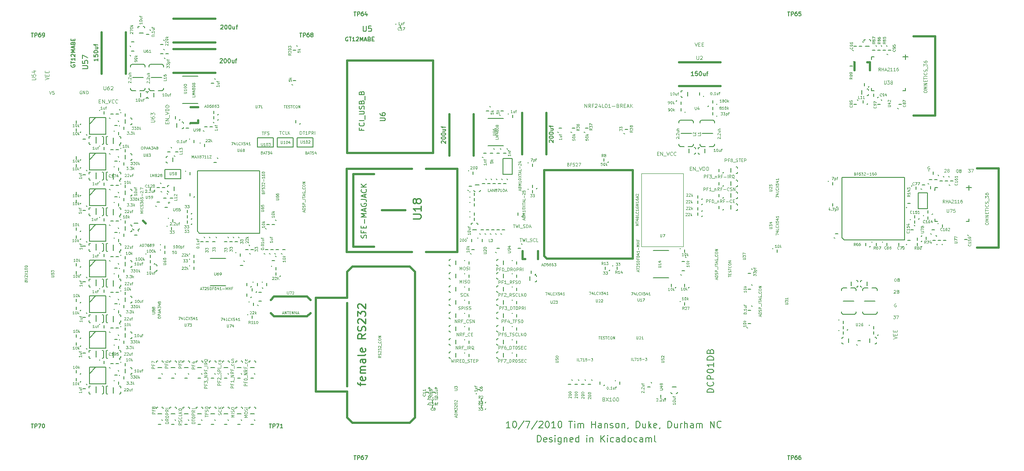
<source format=gto>
G04 (created by PCBNEW-RS274X (2010-03-14)-final) date Thu 07 Oct 2010 02:34:07 PM EDT*
G01*
G70*
G90*
%MOIN*%
G04 Gerber Fmt 3.4, Leading zero omitted, Abs format*
%FSLAX34Y34*%
G04 APERTURE LIST*
%ADD10C,0.001000*%
%ADD11C,0.005000*%
%ADD12C,0.015000*%
%ADD13C,0.006500*%
%ADD14C,0.008000*%
%ADD15C,0.001500*%
%ADD16C,0.003300*%
%ADD17C,0.004600*%
%ADD18C,0.008300*%
%ADD19C,0.010000*%
%ADD20C,0.006600*%
%ADD21C,0.006700*%
%ADD22C,0.003900*%
%ADD23C,0.004200*%
G04 APERTURE END LIST*
G54D10*
G54D11*
X27300Y12550D02*
X27350Y12500D01*
X27050Y12200D02*
X27250Y12200D01*
X27400Y11850D02*
X27350Y11900D01*
X27650Y12200D02*
X27450Y12200D01*
X27800Y11850D02*
X27750Y11900D01*
X28050Y12200D02*
X27850Y12200D01*
X28350Y16350D02*
X28300Y16400D01*
X28600Y16700D02*
X28400Y16700D01*
X27450Y13450D02*
X27500Y13500D01*
X27800Y13200D02*
X27800Y13400D01*
X27850Y17050D02*
X27900Y17000D01*
X27600Y16700D02*
X27800Y16700D01*
X27450Y17150D02*
X27500Y17100D01*
X27200Y16800D02*
X27400Y16800D01*
X28250Y17050D02*
X28300Y17000D01*
X28000Y16700D02*
X28200Y16700D01*
X27050Y14200D02*
X27000Y14150D01*
X26700Y14450D02*
X26700Y14250D01*
X25100Y14650D02*
X25050Y14700D01*
X25350Y15000D02*
X25150Y15000D01*
X26350Y14050D02*
X26400Y14100D01*
X26700Y13800D02*
X26700Y14000D01*
X13050Y05550D02*
X13000Y05600D01*
X13300Y05900D02*
X13100Y05900D01*
X26200Y12500D02*
X26250Y12550D01*
X26550Y12250D02*
X26550Y12450D01*
X13350Y10050D02*
X13400Y10000D01*
X13100Y09700D02*
X13300Y09700D01*
X11250Y14550D02*
X11200Y14500D01*
X10900Y14800D02*
X10900Y14600D01*
X11250Y15450D02*
X11200Y15400D01*
X10900Y15700D02*
X10900Y15500D01*
X11250Y16350D02*
X11200Y16300D01*
X10900Y16600D02*
X10900Y16400D01*
X11250Y17350D02*
X11200Y17300D01*
X10900Y17600D02*
X10900Y17400D01*
X01250Y01650D02*
X01300Y01600D01*
X01000Y01300D02*
X01200Y01300D01*
X00750Y01650D02*
X00800Y01600D01*
X00500Y01300D02*
X00700Y01300D01*
X23150Y22850D02*
X23200Y22800D01*
X22900Y22500D02*
X23100Y22500D01*
X22150Y22550D02*
X22100Y22500D01*
X21800Y22800D02*
X21800Y22600D01*
X00250Y01650D02*
X00300Y01600D01*
X00000Y01300D02*
X00200Y01300D01*
X-00250Y01650D02*
X-00200Y01600D01*
X-00500Y01300D02*
X-00300Y01300D01*
X21050Y26550D02*
X21000Y26600D01*
X21300Y26900D02*
X21100Y26900D01*
X21050Y25750D02*
X21100Y25700D01*
X20800Y25400D02*
X21000Y25400D01*
X22950Y23050D02*
X22900Y23000D01*
X22600Y23300D02*
X22600Y23100D01*
X23650Y26250D02*
X23600Y26300D01*
X23900Y26600D02*
X23700Y26600D01*
X23150Y26950D02*
X23200Y26900D01*
X22900Y26600D02*
X23100Y26600D01*
X22750Y26950D02*
X22800Y26900D01*
X22500Y26600D02*
X22700Y26600D01*
X23550Y26950D02*
X23600Y26900D01*
X23300Y26600D02*
X23500Y26600D01*
X21750Y27250D02*
X21800Y27200D01*
X21500Y26900D02*
X21700Y26900D01*
X05750Y01450D02*
X05800Y01400D01*
X05500Y01100D02*
X05700Y01100D01*
X06850Y00250D02*
X06800Y00200D01*
X06500Y00500D02*
X06500Y00300D01*
X-37351Y21020D02*
X-37401Y20970D01*
X-37701Y21270D02*
X-37701Y21070D01*
X-37351Y20420D02*
X-37401Y20370D01*
X-37701Y20670D02*
X-37701Y20470D01*
X-34850Y20450D02*
X-34800Y20500D01*
X-34500Y20200D02*
X-34500Y20400D01*
X-34450Y20850D02*
X-34400Y20900D01*
X-34100Y20600D02*
X-34100Y20800D01*
X-34550Y21250D02*
X-34500Y21200D01*
X-34800Y20900D02*
X-34600Y20900D01*
X-34350Y21850D02*
X-34300Y21900D01*
X-34000Y21600D02*
X-34000Y21800D01*
X-35151Y21420D02*
X-35201Y21470D01*
X-34901Y21770D02*
X-35101Y21770D01*
X-34451Y22120D02*
X-34401Y22070D01*
X-34701Y21770D02*
X-34501Y21770D01*
X-36951Y20220D02*
X-36901Y20170D01*
X-37201Y19870D02*
X-37001Y19870D01*
X-35951Y22020D02*
X-35901Y22070D01*
X-35601Y21770D02*
X-35601Y21970D01*
X-37351Y12920D02*
X-37401Y12870D01*
X-37701Y13170D02*
X-37701Y12970D01*
X-37351Y12320D02*
X-37401Y12270D01*
X-37701Y12570D02*
X-37701Y12370D01*
X-34850Y12350D02*
X-34800Y12400D01*
X-34500Y12100D02*
X-34500Y12300D01*
X-34450Y12750D02*
X-34400Y12800D01*
X-34100Y12500D02*
X-34100Y12700D01*
X-34550Y13150D02*
X-34500Y13100D01*
X-34800Y12800D02*
X-34600Y12800D01*
X-34350Y13750D02*
X-34300Y13800D01*
X-34000Y13500D02*
X-34000Y13700D01*
X-35151Y13320D02*
X-35201Y13370D01*
X-34901Y13670D02*
X-35101Y13670D01*
X-34451Y14020D02*
X-34401Y13970D01*
X-34701Y13670D02*
X-34501Y13670D01*
X-36951Y12120D02*
X-36901Y12070D01*
X-37201Y11770D02*
X-37001Y11770D01*
X-35951Y13920D02*
X-35901Y13970D01*
X-35601Y13670D02*
X-35601Y13870D01*
X-37351Y15620D02*
X-37401Y15570D01*
X-37701Y15870D02*
X-37701Y15670D01*
X-37351Y15020D02*
X-37401Y14970D01*
X-37701Y15270D02*
X-37701Y15070D01*
X-34850Y15050D02*
X-34800Y15100D01*
X-34500Y14800D02*
X-34500Y15000D01*
X-34450Y15450D02*
X-34400Y15500D01*
X-34100Y15200D02*
X-34100Y15400D01*
X-34550Y15850D02*
X-34500Y15800D01*
X-34800Y15500D02*
X-34600Y15500D01*
X-34350Y16450D02*
X-34300Y16500D01*
X-34000Y16200D02*
X-34000Y16400D01*
X-35151Y16020D02*
X-35201Y16070D01*
X-34901Y16370D02*
X-35101Y16370D01*
X-34451Y16720D02*
X-34401Y16670D01*
X-34701Y16370D02*
X-34501Y16370D01*
X-36951Y14820D02*
X-36901Y14770D01*
X-37201Y14470D02*
X-37001Y14470D01*
X-35951Y16620D02*
X-35901Y16670D01*
X-35601Y16370D02*
X-35601Y16570D01*
X-37351Y04820D02*
X-37401Y04770D01*
X-37701Y05070D02*
X-37701Y04870D01*
X-37351Y04220D02*
X-37401Y04170D01*
X-37701Y04470D02*
X-37701Y04270D01*
X-34850Y04250D02*
X-34800Y04300D01*
X-34500Y04000D02*
X-34500Y04200D01*
X-34450Y04650D02*
X-34400Y04700D01*
X-34100Y04400D02*
X-34100Y04600D01*
X-34550Y05050D02*
X-34500Y05000D01*
X-34800Y04700D02*
X-34600Y04700D01*
X-34350Y05650D02*
X-34300Y05700D01*
X-34000Y05400D02*
X-34000Y05600D01*
X-35151Y05220D02*
X-35201Y05270D01*
X-34901Y05570D02*
X-35101Y05570D01*
X-34451Y05920D02*
X-34401Y05870D01*
X-34701Y05570D02*
X-34501Y05570D01*
X-36951Y04020D02*
X-36901Y03970D01*
X-37201Y03670D02*
X-37001Y03670D01*
X-35951Y05820D02*
X-35901Y05870D01*
X-35601Y05570D02*
X-35601Y05770D01*
X-37351Y02120D02*
X-37401Y02070D01*
X-37701Y02370D02*
X-37701Y02170D01*
X-37351Y01520D02*
X-37401Y01470D01*
X-37701Y01770D02*
X-37701Y01570D01*
X-34850Y01550D02*
X-34800Y01600D01*
X-34500Y01300D02*
X-34500Y01500D01*
X-34450Y01950D02*
X-34400Y02000D01*
X-34100Y01700D02*
X-34100Y01900D01*
X-34550Y02350D02*
X-34500Y02300D01*
X-34800Y02000D02*
X-34600Y02000D01*
X-34350Y02950D02*
X-34300Y03000D01*
X-34000Y02700D02*
X-34000Y02900D01*
X-35151Y02520D02*
X-35201Y02570D01*
X-34901Y02870D02*
X-35101Y02870D01*
X-34451Y03220D02*
X-34401Y03170D01*
X-34701Y02870D02*
X-34501Y02870D01*
X-36951Y01320D02*
X-36901Y01270D01*
X-37201Y00970D02*
X-37001Y00970D01*
X-35951Y03120D02*
X-35901Y03170D01*
X-35601Y02870D02*
X-35601Y03070D01*
X-37351Y07520D02*
X-37401Y07470D01*
X-37701Y07770D02*
X-37701Y07570D01*
X-37351Y06920D02*
X-37401Y06870D01*
X-37701Y07170D02*
X-37701Y06970D01*
X-34850Y06950D02*
X-34800Y07000D01*
X-34500Y06700D02*
X-34500Y06900D01*
X-34450Y07350D02*
X-34400Y07400D01*
X-34100Y07100D02*
X-34100Y07300D01*
X-34550Y07750D02*
X-34500Y07700D01*
X-34800Y07400D02*
X-34600Y07400D01*
X-34350Y08350D02*
X-34300Y08400D01*
X-34000Y08100D02*
X-34000Y08300D01*
X-35151Y07920D02*
X-35201Y07970D01*
X-34901Y08270D02*
X-35101Y08270D01*
X-34451Y08620D02*
X-34401Y08570D01*
X-34701Y08270D02*
X-34501Y08270D01*
X-36951Y06720D02*
X-36901Y06670D01*
X-37201Y06370D02*
X-37001Y06370D01*
X-35951Y08520D02*
X-35901Y08570D01*
X-35601Y08270D02*
X-35601Y08470D01*
X-37351Y10220D02*
X-37401Y10170D01*
X-37701Y10470D02*
X-37701Y10270D01*
X-37351Y09620D02*
X-37401Y09570D01*
X-37701Y09870D02*
X-37701Y09670D01*
X-34850Y09650D02*
X-34800Y09700D01*
X-34500Y09400D02*
X-34500Y09600D01*
X-34450Y10050D02*
X-34400Y10100D01*
X-34100Y09800D02*
X-34100Y10000D01*
X-34550Y10450D02*
X-34500Y10400D01*
X-34800Y10100D02*
X-34600Y10100D01*
X-34350Y11050D02*
X-34300Y11100D01*
X-34000Y10800D02*
X-34000Y11000D01*
X-35151Y10620D02*
X-35201Y10670D01*
X-34901Y10970D02*
X-35101Y10970D01*
X-34451Y11320D02*
X-34401Y11270D01*
X-34701Y10970D02*
X-34501Y10970D01*
X-36951Y09420D02*
X-36901Y09370D01*
X-37201Y09070D02*
X-37001Y09070D01*
X-35951Y11220D02*
X-35901Y11270D01*
X-35601Y10970D02*
X-35601Y11170D01*
X-37351Y18320D02*
X-37401Y18270D01*
X-37701Y18570D02*
X-37701Y18370D01*
X-37351Y17720D02*
X-37401Y17670D01*
X-37701Y17970D02*
X-37701Y17770D01*
X-34850Y17750D02*
X-34800Y17800D01*
X-34500Y17500D02*
X-34500Y17700D01*
X-34450Y18150D02*
X-34400Y18200D01*
X-34100Y17900D02*
X-34100Y18100D01*
X-34550Y18550D02*
X-34500Y18500D01*
X-34800Y18200D02*
X-34600Y18200D01*
X-34350Y19150D02*
X-34300Y19200D01*
X-34000Y18900D02*
X-34000Y19100D01*
X-35151Y18720D02*
X-35201Y18770D01*
X-34901Y19070D02*
X-35101Y19070D01*
X-34451Y19420D02*
X-34401Y19370D01*
X-34701Y19070D02*
X-34501Y19070D01*
X-36951Y17520D02*
X-36901Y17470D01*
X-37201Y17170D02*
X-37001Y17170D01*
X-35951Y19320D02*
X-35901Y19370D01*
X-35601Y19070D02*
X-35601Y19270D01*
X-29451Y17420D02*
X-29401Y17470D01*
X-29101Y17170D02*
X-29101Y17370D01*
X-28751Y15520D02*
X-28801Y15470D01*
X-29101Y15770D02*
X-29101Y15570D01*
X-22150Y11150D02*
X-22200Y11200D01*
X-21900Y11500D02*
X-22100Y11500D01*
X-24051Y08320D02*
X-24101Y08270D01*
X-24401Y08570D02*
X-24401Y08370D01*
X-24451Y07920D02*
X-24501Y07870D01*
X-24801Y08170D02*
X-24801Y07970D01*
X-22650Y11150D02*
X-22700Y11200D01*
X-22400Y11500D02*
X-22600Y11500D01*
X-23450Y11150D02*
X-23500Y11200D01*
X-23200Y11500D02*
X-23400Y11500D01*
X-23651Y09020D02*
X-23601Y09070D01*
X-23301Y08770D02*
X-23301Y08970D01*
X-24750Y06550D02*
X-24700Y06600D01*
X-24400Y06300D02*
X-24400Y06500D01*
X-25251Y02120D02*
X-25201Y02070D01*
X-25501Y01770D02*
X-25301Y01770D01*
X-27050Y18450D02*
X-27000Y18400D01*
X-27300Y18100D02*
X-27100Y18100D01*
X-22951Y10220D02*
X-22901Y10270D01*
X-22601Y09970D02*
X-22601Y10170D01*
X-25050Y10650D02*
X-25000Y10600D01*
X-25300Y10300D02*
X-25100Y10300D01*
X-28251Y02120D02*
X-28201Y02070D01*
X-28501Y01770D02*
X-28301Y01770D01*
X-29251Y02120D02*
X-29201Y02070D01*
X-29501Y01770D02*
X-29301Y01770D01*
X-31251Y-01380D02*
X-31201Y-01430D01*
X-31501Y-01730D02*
X-31301Y-01730D01*
X-30251Y-01380D02*
X-30201Y-01430D01*
X-30501Y-01730D02*
X-30301Y-01730D01*
X-24251Y-01380D02*
X-24201Y-01430D01*
X-24501Y-01730D02*
X-24301Y-01730D01*
X-25650Y11250D02*
X-25600Y11300D01*
X-25300Y11000D02*
X-25300Y11200D01*
X-28050Y12450D02*
X-28000Y12400D01*
X-28300Y12100D02*
X-28100Y12100D01*
X-31350Y11850D02*
X-31300Y11900D01*
X-31000Y11600D02*
X-31000Y11800D01*
X-31350Y11450D02*
X-31300Y11500D01*
X-31000Y11200D02*
X-31000Y11400D01*
X-31750Y15950D02*
X-31800Y15900D01*
X-32100Y16200D02*
X-32100Y16000D01*
X-31250Y15850D02*
X-31300Y15900D01*
X-31000Y16200D02*
X-31200Y16200D01*
X-31350Y16550D02*
X-31300Y16500D01*
X-31600Y16200D02*
X-31400Y16200D01*
X-31650Y14750D02*
X-31700Y14800D01*
X-31400Y15100D02*
X-31600Y15100D01*
X-33050Y12950D02*
X-33000Y12900D01*
X-33300Y12600D02*
X-33100Y12600D01*
X-25850Y12450D02*
X-25800Y12400D01*
X-26100Y12100D02*
X-25900Y12100D01*
X-26250Y12450D02*
X-26200Y12400D01*
X-26500Y12100D02*
X-26300Y12100D01*
X-25450Y12450D02*
X-25400Y12400D01*
X-25700Y12100D02*
X-25500Y12100D01*
X-30750Y15050D02*
X-30700Y15000D01*
X-31000Y14700D02*
X-30800Y14700D01*
X-30750Y13850D02*
X-30700Y13900D01*
X-30400Y13600D02*
X-30400Y13800D01*
X-32450Y11150D02*
X-32400Y11200D01*
X-32100Y10900D02*
X-32100Y11100D01*
X-31750Y10450D02*
X-31800Y10400D01*
X-32100Y10700D02*
X-32100Y10500D01*
X-30650Y15050D02*
X-30700Y15100D01*
X-30400Y15400D02*
X-30600Y15400D01*
X-30250Y18550D02*
X-30300Y18600D01*
X-30000Y18900D02*
X-30200Y18900D01*
X-30850Y15750D02*
X-30800Y15700D01*
X-31100Y15400D02*
X-30900Y15400D01*
X-30550Y19250D02*
X-30500Y19200D01*
X-30800Y18900D02*
X-30600Y18900D01*
X-07850Y11150D02*
X-07900Y11200D01*
X-07600Y11500D02*
X-07800Y11500D01*
X-13550Y28550D02*
X-13500Y28600D01*
X-13200Y28300D02*
X-13200Y28500D01*
X-11043Y01061D02*
X-10993Y01011D01*
X-11293Y00711D02*
X-11093Y00711D01*
X-11143Y-00239D02*
X-11093Y-00189D01*
X-10793Y-00489D02*
X-10793Y-00289D01*
X-07443Y00561D02*
X-07493Y00611D01*
X-07193Y00911D02*
X-07393Y00911D01*
X-10543Y01061D02*
X-10493Y01011D01*
X-10793Y00711D02*
X-10593Y00711D01*
X-11143Y00161D02*
X-11093Y00211D01*
X-10793Y-00089D02*
X-10793Y00111D01*
X-08350Y07650D02*
X-08300Y07700D01*
X-08000Y07400D02*
X-08000Y07600D01*
X-06743Y-00039D02*
X-06793Y-00089D01*
X-07093Y00211D02*
X-07093Y00011D01*
X-06743Y-00539D02*
X-06793Y-00589D01*
X-07093Y-00289D02*
X-07093Y-00489D01*
X02550Y18150D02*
X02500Y18100D01*
X02200Y18400D02*
X02200Y18200D01*
X-03550Y16050D02*
X-03500Y16100D01*
X-03200Y15800D02*
X-03200Y16000D01*
X-06350Y12650D02*
X-06400Y12700D01*
X-06100Y13000D02*
X-06300Y13000D01*
X-06750Y12650D02*
X-06800Y12700D01*
X-06500Y13000D02*
X-06700Y13000D01*
X-07150Y12650D02*
X-07200Y12700D01*
X-06900Y13000D02*
X-07100Y13000D01*
X-03950Y14050D02*
X-04000Y14000D01*
X-04300Y14300D02*
X-04300Y14100D01*
X-07950Y13950D02*
X-07900Y14000D01*
X-07600Y13700D02*
X-07600Y13900D01*
X-05950Y12650D02*
X-06000Y12700D01*
X-05700Y13000D02*
X-05900Y13000D01*
X-07950Y14350D02*
X-07900Y14400D01*
X-07600Y14100D02*
X-07600Y14300D01*
X-05550Y12650D02*
X-05600Y12700D01*
X-05300Y13000D02*
X-05500Y13000D01*
X-07950Y15050D02*
X-07900Y15100D01*
X-07600Y14800D02*
X-07600Y15000D01*
X-07950Y15450D02*
X-07900Y15500D01*
X-07600Y15200D02*
X-07600Y15400D01*
X-06750Y16850D02*
X-06700Y16800D01*
X-07000Y16500D02*
X-06800Y16500D01*
X-08150Y12350D02*
X-08100Y12400D01*
X-07800Y12100D02*
X-07800Y12300D01*
X-08050Y17450D02*
X-08000Y17500D01*
X-07700Y17200D02*
X-07700Y17400D01*
X-07950Y15850D02*
X-07900Y15900D01*
X-07600Y15600D02*
X-07600Y15800D01*
X-07350Y12350D02*
X-07300Y12400D01*
X-07000Y12100D02*
X-07000Y12300D01*
X-08050Y15950D02*
X-08100Y16000D01*
X-07800Y16300D02*
X-08000Y16300D01*
X-05950Y16850D02*
X-05900Y16800D01*
X-06200Y16500D02*
X-06000Y16500D01*
X-06350Y16850D02*
X-06300Y16800D01*
X-06600Y16500D02*
X-06400Y16500D01*
X-05150Y16850D02*
X-05100Y16800D01*
X-05400Y16500D02*
X-05200Y16500D01*
X-05550Y16850D02*
X-05500Y16800D01*
X-05800Y16500D02*
X-05600Y16500D01*
X-03550Y18050D02*
X-03500Y18100D01*
X-03200Y17800D02*
X-03200Y18000D01*
X-02850Y16150D02*
X-02900Y16100D01*
X-03200Y16400D02*
X-03200Y16200D01*
X-01250Y20350D02*
X-01300Y20400D01*
X-01000Y20700D02*
X-01200Y20700D01*
X-00250Y20350D02*
X-00300Y20400D01*
X00000Y20700D02*
X-00200Y20700D01*
X00750Y20350D02*
X00700Y20400D01*
X01000Y20700D02*
X00800Y20700D01*
X03750Y20250D02*
X03700Y20300D01*
X04000Y20600D02*
X03800Y20600D01*
X02650Y09950D02*
X02600Y09900D01*
X02300Y10200D02*
X02300Y10000D01*
X02850Y10250D02*
X02900Y10300D01*
X03200Y10000D02*
X03200Y10200D01*
X20200Y04450D02*
X20200Y04400D01*
X20200Y04400D02*
X20250Y04350D01*
X20250Y04350D02*
X20300Y04350D01*
X20300Y04850D02*
X20250Y04850D01*
X20250Y04850D02*
X20200Y04800D01*
X20200Y04800D02*
X20200Y04750D01*
X20700Y04750D02*
X20700Y04450D01*
X12300Y14850D02*
X12300Y14900D01*
X12300Y14900D02*
X12250Y14950D01*
X12250Y14950D02*
X12200Y14950D01*
X12200Y14450D02*
X12250Y14450D01*
X12250Y14450D02*
X12300Y14500D01*
X12300Y14500D02*
X12300Y14550D01*
X11800Y14550D02*
X11800Y14850D01*
X12300Y15750D02*
X12300Y15800D01*
X12300Y15800D02*
X12250Y15850D01*
X12250Y15850D02*
X12200Y15850D01*
X12200Y15350D02*
X12250Y15350D01*
X12250Y15350D02*
X12300Y15400D01*
X12300Y15400D02*
X12300Y15450D01*
X11800Y15450D02*
X11800Y15750D01*
X12300Y16650D02*
X12300Y16700D01*
X12300Y16700D02*
X12250Y16750D01*
X12250Y16750D02*
X12200Y16750D01*
X12200Y16250D02*
X12250Y16250D01*
X12250Y16250D02*
X12300Y16300D01*
X12300Y16300D02*
X12300Y16350D01*
X11800Y16350D02*
X11800Y16650D01*
X12300Y17650D02*
X12300Y17700D01*
X12300Y17700D02*
X12250Y17750D01*
X12250Y17750D02*
X12200Y17750D01*
X12200Y17250D02*
X12250Y17250D01*
X12250Y17250D02*
X12300Y17300D01*
X12300Y17300D02*
X12300Y17350D01*
X11800Y17350D02*
X11800Y17650D01*
X07650Y00600D02*
X07700Y00600D01*
X07700Y00600D02*
X07750Y00650D01*
X07750Y00650D02*
X07750Y00700D01*
X07250Y00700D02*
X07250Y00650D01*
X07250Y00650D02*
X07300Y00600D01*
X07300Y00600D02*
X07350Y00600D01*
X07350Y01100D02*
X07650Y01100D01*
X22200Y23550D02*
X22200Y23600D01*
X22200Y23600D02*
X22150Y23650D01*
X22150Y23650D02*
X22100Y23650D01*
X22100Y23150D02*
X22150Y23150D01*
X22150Y23150D02*
X22200Y23200D01*
X22200Y23200D02*
X22200Y23250D01*
X21700Y23250D02*
X21700Y23550D01*
X21950Y27400D02*
X21900Y27400D01*
X21900Y27400D02*
X21850Y27350D01*
X21850Y27350D02*
X21850Y27300D01*
X22350Y27300D02*
X22350Y27350D01*
X22350Y27350D02*
X22300Y27400D01*
X22300Y27400D02*
X22250Y27400D01*
X22250Y26900D02*
X21950Y26900D01*
X-33500Y21350D02*
X-33500Y21400D01*
X-33500Y21400D02*
X-33550Y21450D01*
X-33550Y21450D02*
X-33600Y21450D01*
X-33600Y20950D02*
X-33550Y20950D01*
X-33550Y20950D02*
X-33500Y21000D01*
X-33500Y21000D02*
X-33500Y21050D01*
X-34000Y21050D02*
X-34000Y21350D01*
X-33500Y13250D02*
X-33500Y13300D01*
X-33500Y13300D02*
X-33550Y13350D01*
X-33550Y13350D02*
X-33600Y13350D01*
X-33600Y12850D02*
X-33550Y12850D01*
X-33550Y12850D02*
X-33500Y12900D01*
X-33500Y12900D02*
X-33500Y12950D01*
X-34000Y12950D02*
X-34000Y13250D01*
X-33500Y15950D02*
X-33500Y16000D01*
X-33500Y16000D02*
X-33550Y16050D01*
X-33550Y16050D02*
X-33600Y16050D01*
X-33600Y15550D02*
X-33550Y15550D01*
X-33550Y15550D02*
X-33500Y15600D01*
X-33500Y15600D02*
X-33500Y15650D01*
X-34000Y15650D02*
X-34000Y15950D01*
X-33500Y05150D02*
X-33500Y05200D01*
X-33500Y05200D02*
X-33550Y05250D01*
X-33550Y05250D02*
X-33600Y05250D01*
X-33600Y04750D02*
X-33550Y04750D01*
X-33550Y04750D02*
X-33500Y04800D01*
X-33500Y04800D02*
X-33500Y04850D01*
X-34000Y04850D02*
X-34000Y05150D01*
X-33500Y02450D02*
X-33500Y02500D01*
X-33500Y02500D02*
X-33550Y02550D01*
X-33550Y02550D02*
X-33600Y02550D01*
X-33600Y02050D02*
X-33550Y02050D01*
X-33550Y02050D02*
X-33500Y02100D01*
X-33500Y02100D02*
X-33500Y02150D01*
X-34000Y02150D02*
X-34000Y02450D01*
X-33500Y07850D02*
X-33500Y07900D01*
X-33500Y07900D02*
X-33550Y07950D01*
X-33550Y07950D02*
X-33600Y07950D01*
X-33600Y07450D02*
X-33550Y07450D01*
X-33550Y07450D02*
X-33500Y07500D01*
X-33500Y07500D02*
X-33500Y07550D01*
X-34000Y07550D02*
X-34000Y07850D01*
X-33500Y10550D02*
X-33500Y10600D01*
X-33500Y10600D02*
X-33550Y10650D01*
X-33550Y10650D02*
X-33600Y10650D01*
X-33600Y10150D02*
X-33550Y10150D01*
X-33550Y10150D02*
X-33500Y10200D01*
X-33500Y10200D02*
X-33500Y10250D01*
X-34000Y10250D02*
X-34000Y10550D01*
X-33500Y18650D02*
X-33500Y18700D01*
X-33500Y18700D02*
X-33550Y18750D01*
X-33550Y18750D02*
X-33600Y18750D01*
X-33600Y18250D02*
X-33550Y18250D01*
X-33550Y18250D02*
X-33500Y18300D01*
X-33500Y18300D02*
X-33500Y18350D01*
X-34000Y18350D02*
X-34000Y18650D01*
X-24551Y03070D02*
X-24601Y03070D01*
X-24601Y03070D02*
X-24651Y03020D01*
X-24651Y03020D02*
X-24651Y02970D01*
X-24151Y02970D02*
X-24151Y03020D01*
X-24151Y03020D02*
X-24201Y03070D01*
X-24201Y03070D02*
X-24251Y03070D01*
X-24251Y02570D02*
X-24551Y02570D01*
X-25551Y03070D02*
X-25601Y03070D01*
X-25601Y03070D02*
X-25651Y03020D01*
X-25651Y03020D02*
X-25651Y02970D01*
X-25151Y02970D02*
X-25151Y03020D01*
X-25151Y03020D02*
X-25201Y03070D01*
X-25201Y03070D02*
X-25251Y03070D01*
X-25251Y02570D02*
X-25551Y02570D01*
X-26551Y03070D02*
X-26601Y03070D01*
X-26601Y03070D02*
X-26651Y03020D01*
X-26651Y03020D02*
X-26651Y02970D01*
X-26151Y02970D02*
X-26151Y03020D01*
X-26151Y03020D02*
X-26201Y03070D01*
X-26201Y03070D02*
X-26251Y03070D01*
X-26251Y02570D02*
X-26551Y02570D01*
X-28551Y03070D02*
X-28601Y03070D01*
X-28601Y03070D02*
X-28651Y03020D01*
X-28651Y03020D02*
X-28651Y02970D01*
X-28151Y02970D02*
X-28151Y03020D01*
X-28151Y03020D02*
X-28201Y03070D01*
X-28201Y03070D02*
X-28251Y03070D01*
X-28251Y02570D02*
X-28551Y02570D01*
X-29551Y03070D02*
X-29601Y03070D01*
X-29601Y03070D02*
X-29651Y03020D01*
X-29651Y03020D02*
X-29651Y02970D01*
X-29151Y02970D02*
X-29151Y03020D01*
X-29151Y03020D02*
X-29201Y03070D01*
X-29201Y03070D02*
X-29251Y03070D01*
X-29251Y02570D02*
X-29551Y02570D01*
X-30551Y-00430D02*
X-30601Y-00430D01*
X-30601Y-00430D02*
X-30651Y-00480D01*
X-30651Y-00480D02*
X-30651Y-00530D01*
X-30151Y-00530D02*
X-30151Y-00480D01*
X-30151Y-00480D02*
X-30201Y-00430D01*
X-30201Y-00430D02*
X-30251Y-00430D01*
X-30251Y-00930D02*
X-30551Y-00930D01*
X-25551Y-00430D02*
X-25601Y-00430D01*
X-25601Y-00430D02*
X-25651Y-00480D01*
X-25651Y-00480D02*
X-25651Y-00530D01*
X-25151Y-00530D02*
X-25151Y-00480D01*
X-25151Y-00480D02*
X-25201Y-00430D01*
X-25201Y-00430D02*
X-25251Y-00430D01*
X-25251Y-00930D02*
X-25551Y-00930D01*
X-33050Y13000D02*
X-33000Y13000D01*
X-33000Y13000D02*
X-32950Y13050D01*
X-32950Y13050D02*
X-32950Y13100D01*
X-33450Y13100D02*
X-33450Y13050D01*
X-33450Y13050D02*
X-33400Y13000D01*
X-33400Y13000D02*
X-33350Y13000D01*
X-33350Y13500D02*
X-33050Y13500D01*
X-30800Y15950D02*
X-30800Y15900D01*
X-30800Y15900D02*
X-30750Y15850D01*
X-30750Y15850D02*
X-30700Y15850D01*
X-30700Y16350D02*
X-30750Y16350D01*
X-30750Y16350D02*
X-30800Y16300D01*
X-30800Y16300D02*
X-30800Y16250D01*
X-30300Y16250D02*
X-30300Y15950D01*
X-30900Y18150D02*
X-30900Y18100D01*
X-30900Y18100D02*
X-30850Y18050D01*
X-30850Y18050D02*
X-30800Y18050D01*
X-30800Y18550D02*
X-30850Y18550D01*
X-30850Y18550D02*
X-30900Y18500D01*
X-30900Y18500D02*
X-30900Y18450D01*
X-30400Y18450D02*
X-30400Y18150D01*
X-31600Y10250D02*
X-31600Y10300D01*
X-31600Y10300D02*
X-31650Y10350D01*
X-31650Y10350D02*
X-31700Y10350D01*
X-31700Y09850D02*
X-31650Y09850D01*
X-31650Y09850D02*
X-31600Y09900D01*
X-31600Y09900D02*
X-31600Y09950D01*
X-32100Y09950D02*
X-32100Y10250D01*
X-05900Y03350D02*
X-05900Y03300D01*
X-05900Y03300D02*
X-05850Y03250D01*
X-05850Y03250D02*
X-05800Y03250D01*
X-05800Y03750D02*
X-05850Y03750D01*
X-05850Y03750D02*
X-05900Y03700D01*
X-05900Y03700D02*
X-05900Y03650D01*
X-05400Y03650D02*
X-05400Y03350D01*
X-09500Y05350D02*
X-09500Y05300D01*
X-09500Y05300D02*
X-09450Y05250D01*
X-09450Y05250D02*
X-09400Y05250D01*
X-09400Y05750D02*
X-09450Y05750D01*
X-09450Y05750D02*
X-09500Y05700D01*
X-09500Y05700D02*
X-09500Y05650D01*
X-09000Y05650D02*
X-09000Y05350D01*
X-09500Y07350D02*
X-09500Y07300D01*
X-09500Y07300D02*
X-09450Y07250D01*
X-09450Y07250D02*
X-09400Y07250D01*
X-09400Y07750D02*
X-09450Y07750D01*
X-09450Y07750D02*
X-09500Y07700D01*
X-09500Y07700D02*
X-09500Y07650D01*
X-09000Y07650D02*
X-09000Y07350D01*
X-07750Y13500D02*
X-07800Y13500D01*
X-07800Y13500D02*
X-07850Y13450D01*
X-07850Y13450D02*
X-07850Y13400D01*
X-07350Y13400D02*
X-07350Y13450D01*
X-07350Y13450D02*
X-07400Y13500D01*
X-07400Y13500D02*
X-07450Y13500D01*
X-07450Y13000D02*
X-07750Y13000D01*
X-07250Y15900D02*
X-07200Y15900D01*
X-07200Y15900D02*
X-07150Y15950D01*
X-07150Y15950D02*
X-07150Y16000D01*
X-07650Y16000D02*
X-07650Y15950D01*
X-07650Y15950D02*
X-07600Y15900D01*
X-07600Y15900D02*
X-07550Y15900D01*
X-07550Y16400D02*
X-07250Y16400D01*
X-34351Y19620D02*
X-34351Y19520D01*
X-34351Y19520D02*
X-34401Y19470D01*
X-34401Y19470D02*
X-34451Y19470D01*
X-34451Y20070D02*
X-34401Y20070D01*
X-34401Y20070D02*
X-34351Y20020D01*
X-34351Y20020D02*
X-34351Y19920D01*
X-34351Y19920D02*
X-34351Y19970D01*
X-35351Y20070D02*
X-35401Y20070D01*
X-35401Y20070D02*
X-35451Y20020D01*
X-35451Y20020D02*
X-35451Y19520D01*
X-35451Y19520D02*
X-35401Y19470D01*
X-35401Y19470D02*
X-35351Y19470D01*
X-34901Y19970D02*
X-34901Y19520D01*
X-36751Y19920D02*
X-36751Y20020D01*
X-36751Y20020D02*
X-36701Y20070D01*
X-36701Y20070D02*
X-36651Y20070D01*
X-36651Y19470D02*
X-36701Y19470D01*
X-36701Y19470D02*
X-36751Y19520D01*
X-36751Y19520D02*
X-36751Y19620D01*
X-36751Y19620D02*
X-36751Y19570D01*
X-35751Y19470D02*
X-35701Y19470D01*
X-35701Y19470D02*
X-35651Y19520D01*
X-35651Y19520D02*
X-35651Y20020D01*
X-35651Y20020D02*
X-35701Y20070D01*
X-35701Y20070D02*
X-35751Y20070D01*
X-36201Y19570D02*
X-36201Y20020D01*
X-34351Y11520D02*
X-34351Y11420D01*
X-34351Y11420D02*
X-34401Y11370D01*
X-34401Y11370D02*
X-34451Y11370D01*
X-34451Y11970D02*
X-34401Y11970D01*
X-34401Y11970D02*
X-34351Y11920D01*
X-34351Y11920D02*
X-34351Y11820D01*
X-34351Y11820D02*
X-34351Y11870D01*
X-35351Y11970D02*
X-35401Y11970D01*
X-35401Y11970D02*
X-35451Y11920D01*
X-35451Y11920D02*
X-35451Y11420D01*
X-35451Y11420D02*
X-35401Y11370D01*
X-35401Y11370D02*
X-35351Y11370D01*
X-34901Y11870D02*
X-34901Y11420D01*
X-36751Y11820D02*
X-36751Y11920D01*
X-36751Y11920D02*
X-36701Y11970D01*
X-36701Y11970D02*
X-36651Y11970D01*
X-36651Y11370D02*
X-36701Y11370D01*
X-36701Y11370D02*
X-36751Y11420D01*
X-36751Y11420D02*
X-36751Y11520D01*
X-36751Y11520D02*
X-36751Y11470D01*
X-35751Y11370D02*
X-35701Y11370D01*
X-35701Y11370D02*
X-35651Y11420D01*
X-35651Y11420D02*
X-35651Y11920D01*
X-35651Y11920D02*
X-35701Y11970D01*
X-35701Y11970D02*
X-35751Y11970D01*
X-36201Y11470D02*
X-36201Y11920D01*
X-34351Y14220D02*
X-34351Y14120D01*
X-34351Y14120D02*
X-34401Y14070D01*
X-34401Y14070D02*
X-34451Y14070D01*
X-34451Y14670D02*
X-34401Y14670D01*
X-34401Y14670D02*
X-34351Y14620D01*
X-34351Y14620D02*
X-34351Y14520D01*
X-34351Y14520D02*
X-34351Y14570D01*
X-35351Y14670D02*
X-35401Y14670D01*
X-35401Y14670D02*
X-35451Y14620D01*
X-35451Y14620D02*
X-35451Y14120D01*
X-35451Y14120D02*
X-35401Y14070D01*
X-35401Y14070D02*
X-35351Y14070D01*
X-34901Y14570D02*
X-34901Y14120D01*
X-36751Y14520D02*
X-36751Y14620D01*
X-36751Y14620D02*
X-36701Y14670D01*
X-36701Y14670D02*
X-36651Y14670D01*
X-36651Y14070D02*
X-36701Y14070D01*
X-36701Y14070D02*
X-36751Y14120D01*
X-36751Y14120D02*
X-36751Y14220D01*
X-36751Y14220D02*
X-36751Y14170D01*
X-35751Y14070D02*
X-35701Y14070D01*
X-35701Y14070D02*
X-35651Y14120D01*
X-35651Y14120D02*
X-35651Y14620D01*
X-35651Y14620D02*
X-35701Y14670D01*
X-35701Y14670D02*
X-35751Y14670D01*
X-36201Y14170D02*
X-36201Y14620D01*
X-34351Y03420D02*
X-34351Y03320D01*
X-34351Y03320D02*
X-34401Y03270D01*
X-34401Y03270D02*
X-34451Y03270D01*
X-34451Y03870D02*
X-34401Y03870D01*
X-34401Y03870D02*
X-34351Y03820D01*
X-34351Y03820D02*
X-34351Y03720D01*
X-34351Y03720D02*
X-34351Y03770D01*
X-35351Y03870D02*
X-35401Y03870D01*
X-35401Y03870D02*
X-35451Y03820D01*
X-35451Y03820D02*
X-35451Y03320D01*
X-35451Y03320D02*
X-35401Y03270D01*
X-35401Y03270D02*
X-35351Y03270D01*
X-34901Y03770D02*
X-34901Y03320D01*
X-36751Y03720D02*
X-36751Y03820D01*
X-36751Y03820D02*
X-36701Y03870D01*
X-36701Y03870D02*
X-36651Y03870D01*
X-36651Y03270D02*
X-36701Y03270D01*
X-36701Y03270D02*
X-36751Y03320D01*
X-36751Y03320D02*
X-36751Y03420D01*
X-36751Y03420D02*
X-36751Y03370D01*
X-35751Y03270D02*
X-35701Y03270D01*
X-35701Y03270D02*
X-35651Y03320D01*
X-35651Y03320D02*
X-35651Y03820D01*
X-35651Y03820D02*
X-35701Y03870D01*
X-35701Y03870D02*
X-35751Y03870D01*
X-36201Y03370D02*
X-36201Y03820D01*
X-34351Y00720D02*
X-34351Y00620D01*
X-34351Y00620D02*
X-34401Y00570D01*
X-34401Y00570D02*
X-34451Y00570D01*
X-34451Y01170D02*
X-34401Y01170D01*
X-34401Y01170D02*
X-34351Y01120D01*
X-34351Y01120D02*
X-34351Y01020D01*
X-34351Y01020D02*
X-34351Y01070D01*
X-35351Y01170D02*
X-35401Y01170D01*
X-35401Y01170D02*
X-35451Y01120D01*
X-35451Y01120D02*
X-35451Y00620D01*
X-35451Y00620D02*
X-35401Y00570D01*
X-35401Y00570D02*
X-35351Y00570D01*
X-34901Y01070D02*
X-34901Y00620D01*
X-36751Y01020D02*
X-36751Y01120D01*
X-36751Y01120D02*
X-36701Y01170D01*
X-36701Y01170D02*
X-36651Y01170D01*
X-36651Y00570D02*
X-36701Y00570D01*
X-36701Y00570D02*
X-36751Y00620D01*
X-36751Y00620D02*
X-36751Y00720D01*
X-36751Y00720D02*
X-36751Y00670D01*
X-35751Y00570D02*
X-35701Y00570D01*
X-35701Y00570D02*
X-35651Y00620D01*
X-35651Y00620D02*
X-35651Y01120D01*
X-35651Y01120D02*
X-35701Y01170D01*
X-35701Y01170D02*
X-35751Y01170D01*
X-36201Y00670D02*
X-36201Y01120D01*
X-34351Y06120D02*
X-34351Y06020D01*
X-34351Y06020D02*
X-34401Y05970D01*
X-34401Y05970D02*
X-34451Y05970D01*
X-34451Y06570D02*
X-34401Y06570D01*
X-34401Y06570D02*
X-34351Y06520D01*
X-34351Y06520D02*
X-34351Y06420D01*
X-34351Y06420D02*
X-34351Y06470D01*
X-35351Y06570D02*
X-35401Y06570D01*
X-35401Y06570D02*
X-35451Y06520D01*
X-35451Y06520D02*
X-35451Y06020D01*
X-35451Y06020D02*
X-35401Y05970D01*
X-35401Y05970D02*
X-35351Y05970D01*
X-34901Y06470D02*
X-34901Y06020D01*
X-36751Y06420D02*
X-36751Y06520D01*
X-36751Y06520D02*
X-36701Y06570D01*
X-36701Y06570D02*
X-36651Y06570D01*
X-36651Y05970D02*
X-36701Y05970D01*
X-36701Y05970D02*
X-36751Y06020D01*
X-36751Y06020D02*
X-36751Y06120D01*
X-36751Y06120D02*
X-36751Y06070D01*
X-35751Y05970D02*
X-35701Y05970D01*
X-35701Y05970D02*
X-35651Y06020D01*
X-35651Y06020D02*
X-35651Y06520D01*
X-35651Y06520D02*
X-35701Y06570D01*
X-35701Y06570D02*
X-35751Y06570D01*
X-36201Y06070D02*
X-36201Y06520D01*
X-34351Y08820D02*
X-34351Y08720D01*
X-34351Y08720D02*
X-34401Y08670D01*
X-34401Y08670D02*
X-34451Y08670D01*
X-34451Y09270D02*
X-34401Y09270D01*
X-34401Y09270D02*
X-34351Y09220D01*
X-34351Y09220D02*
X-34351Y09120D01*
X-34351Y09120D02*
X-34351Y09170D01*
X-35351Y09270D02*
X-35401Y09270D01*
X-35401Y09270D02*
X-35451Y09220D01*
X-35451Y09220D02*
X-35451Y08720D01*
X-35451Y08720D02*
X-35401Y08670D01*
X-35401Y08670D02*
X-35351Y08670D01*
X-34901Y09170D02*
X-34901Y08720D01*
X-36751Y09120D02*
X-36751Y09220D01*
X-36751Y09220D02*
X-36701Y09270D01*
X-36701Y09270D02*
X-36651Y09270D01*
X-36651Y08670D02*
X-36701Y08670D01*
X-36701Y08670D02*
X-36751Y08720D01*
X-36751Y08720D02*
X-36751Y08820D01*
X-36751Y08820D02*
X-36751Y08770D01*
X-35751Y08670D02*
X-35701Y08670D01*
X-35701Y08670D02*
X-35651Y08720D01*
X-35651Y08720D02*
X-35651Y09220D01*
X-35651Y09220D02*
X-35701Y09270D01*
X-35701Y09270D02*
X-35751Y09270D01*
X-36201Y08770D02*
X-36201Y09220D01*
X-34351Y16920D02*
X-34351Y16820D01*
X-34351Y16820D02*
X-34401Y16770D01*
X-34401Y16770D02*
X-34451Y16770D01*
X-34451Y17370D02*
X-34401Y17370D01*
X-34401Y17370D02*
X-34351Y17320D01*
X-34351Y17320D02*
X-34351Y17220D01*
X-34351Y17220D02*
X-34351Y17270D01*
X-35351Y17370D02*
X-35401Y17370D01*
X-35401Y17370D02*
X-35451Y17320D01*
X-35451Y17320D02*
X-35451Y16820D01*
X-35451Y16820D02*
X-35401Y16770D01*
X-35401Y16770D02*
X-35351Y16770D01*
X-34901Y17270D02*
X-34901Y16820D01*
X-36751Y17220D02*
X-36751Y17320D01*
X-36751Y17320D02*
X-36701Y17370D01*
X-36701Y17370D02*
X-36651Y17370D01*
X-36651Y16770D02*
X-36701Y16770D01*
X-36701Y16770D02*
X-36751Y16820D01*
X-36751Y16820D02*
X-36751Y16920D01*
X-36751Y16920D02*
X-36751Y16870D01*
X-35751Y16770D02*
X-35701Y16770D01*
X-35701Y16770D02*
X-35651Y16820D01*
X-35651Y16820D02*
X-35651Y17320D01*
X-35651Y17320D02*
X-35701Y17370D01*
X-35701Y17370D02*
X-35751Y17370D01*
X-36201Y16870D02*
X-36201Y17320D01*
G54D12*
X-23021Y06700D02*
X-22771Y06450D01*
X-22771Y06450D02*
X-20271Y06450D01*
X-20271Y06450D02*
X-20021Y06700D01*
X-23021Y07700D02*
X-22771Y07950D01*
X-22771Y07950D02*
X-20271Y07950D01*
X-20271Y07950D02*
X-20021Y07700D01*
X-17237Y07462D02*
X-17237Y01162D01*
X-12119Y04312D02*
X-12119Y-01200D01*
X-12119Y-01200D02*
X-12513Y-01594D01*
X-12513Y-01594D02*
X-16843Y-01594D01*
X-16843Y-01594D02*
X-17237Y-01200D01*
X-17237Y-01200D02*
X-17237Y00769D01*
X-17237Y09824D02*
X-17237Y07855D01*
X-17237Y07855D02*
X-19599Y07855D01*
X-19599Y07855D02*
X-19599Y00769D01*
X-19599Y00769D02*
X-17237Y00769D01*
X-12513Y10218D02*
X-16843Y10218D01*
X-16843Y10218D02*
X-17237Y09824D01*
X-12119Y04312D02*
X-12119Y09824D01*
X-12119Y09824D02*
X-12513Y10218D01*
X-17260Y25841D02*
X-17260Y18841D01*
X-17260Y18841D02*
X-10760Y18841D01*
X-10760Y18841D02*
X-10760Y25841D01*
X-10760Y25841D02*
X-17260Y25841D01*
X-32688Y13688D02*
X-32491Y13491D01*
G54D13*
X20346Y12238D02*
X20188Y12396D01*
X20188Y12396D02*
X20188Y16962D01*
X20188Y16962D02*
X24912Y16962D01*
X24912Y16962D02*
X24912Y12238D01*
X24912Y12238D02*
X20346Y12238D01*
G54D12*
X-02359Y11038D02*
X-02359Y17539D01*
X-02359Y17539D02*
X04339Y17539D01*
X04339Y17539D02*
X04339Y10841D01*
X04339Y10841D02*
X-02162Y10841D01*
X-02162Y10841D02*
X-02359Y11038D01*
X22092Y25695D02*
X22288Y25695D01*
X21112Y25104D02*
X21112Y25695D01*
X22288Y25104D02*
X22288Y25695D01*
G54D14*
X29976Y16180D02*
X29780Y16180D01*
X29780Y16180D02*
X29780Y16376D01*
X27220Y15983D02*
X27220Y16180D01*
X27220Y16180D02*
X27417Y16180D01*
X27417Y13620D02*
X27220Y13620D01*
X27220Y13620D02*
X27220Y13817D01*
X29780Y13817D02*
X29780Y13620D01*
X29780Y13620D02*
X29583Y13620D01*
X29583Y16180D02*
X29780Y16180D01*
X29780Y16180D02*
X29780Y15983D01*
X25176Y26080D02*
X24980Y26080D01*
X24980Y26080D02*
X24980Y26276D01*
X22420Y25883D02*
X22420Y26080D01*
X22420Y26080D02*
X22617Y26080D01*
X22617Y23520D02*
X22420Y23520D01*
X22420Y23520D02*
X22420Y23717D01*
X24980Y23717D02*
X24980Y23520D01*
X24980Y23520D02*
X24783Y23520D01*
X24783Y26080D02*
X24980Y26080D01*
X24980Y26080D02*
X24980Y25883D01*
G54D12*
X-15216Y17241D02*
X-16791Y17241D01*
X-16791Y17241D02*
X-16791Y11729D01*
X-16791Y11729D02*
X-15216Y11729D01*
X-11279Y11336D02*
X-08917Y11336D01*
X-08917Y11336D02*
X-08917Y17635D01*
X-08917Y17635D02*
X-11279Y17635D01*
X-12362Y17635D02*
X-17283Y17635D01*
X-17283Y17635D02*
X-17283Y11336D01*
X-17283Y11336D02*
X-12362Y11336D01*
X-12854Y14485D02*
X-14626Y14485D01*
G54D11*
X-31000Y16850D02*
X-31000Y17550D01*
X-31000Y17550D02*
X-29800Y17550D01*
X-29800Y17550D02*
X-29800Y16850D01*
X-29800Y16850D02*
X-31000Y16850D01*
X25950Y15800D02*
X26650Y15800D01*
X26650Y15800D02*
X26650Y14600D01*
X26650Y14600D02*
X25950Y14600D01*
X25950Y14600D02*
X25950Y15800D01*
X-05450Y18400D02*
X-04750Y18400D01*
X-04750Y18400D02*
X-04750Y17200D01*
X-04750Y17200D02*
X-05450Y17200D01*
X-05450Y17200D02*
X-05450Y18400D01*
G54D14*
X-36726Y20995D02*
X-36251Y21495D01*
X-36726Y21495D02*
X-36726Y20245D01*
X-36726Y20245D02*
X-35476Y20245D01*
X-35476Y20245D02*
X-35476Y21495D01*
X-35476Y21495D02*
X-36726Y21495D01*
X-36726Y12895D02*
X-36251Y13395D01*
X-36726Y13395D02*
X-36726Y12145D01*
X-36726Y12145D02*
X-35476Y12145D01*
X-35476Y12145D02*
X-35476Y13395D01*
X-35476Y13395D02*
X-36726Y13395D01*
X-36726Y15595D02*
X-36251Y16095D01*
X-36726Y16095D02*
X-36726Y14845D01*
X-36726Y14845D02*
X-35476Y14845D01*
X-35476Y14845D02*
X-35476Y16095D01*
X-35476Y16095D02*
X-36726Y16095D01*
X-36726Y04795D02*
X-36251Y05295D01*
X-36726Y05295D02*
X-36726Y04045D01*
X-36726Y04045D02*
X-35476Y04045D01*
X-35476Y04045D02*
X-35476Y05295D01*
X-35476Y05295D02*
X-36726Y05295D01*
X-36726Y02095D02*
X-36251Y02595D01*
X-36726Y02595D02*
X-36726Y01345D01*
X-36726Y01345D02*
X-35476Y01345D01*
X-35476Y01345D02*
X-35476Y02595D01*
X-35476Y02595D02*
X-36726Y02595D01*
X-36726Y07495D02*
X-36251Y07995D01*
X-36726Y07995D02*
X-36726Y06745D01*
X-36726Y06745D02*
X-35476Y06745D01*
X-35476Y06745D02*
X-35476Y07995D01*
X-35476Y07995D02*
X-36726Y07995D01*
X-36726Y10195D02*
X-36251Y10695D01*
X-36726Y10695D02*
X-36726Y09445D01*
X-36726Y09445D02*
X-35476Y09445D01*
X-35476Y09445D02*
X-35476Y10695D01*
X-35476Y10695D02*
X-36726Y10695D01*
X-36726Y18295D02*
X-36251Y18795D01*
X-36726Y18795D02*
X-36726Y17545D01*
X-36726Y17545D02*
X-35476Y17545D01*
X-35476Y17545D02*
X-35476Y18795D01*
X-35476Y18795D02*
X-36726Y18795D01*
G54D15*
X08175Y17256D02*
X05025Y17256D01*
X05025Y17256D02*
X05025Y11744D01*
X05025Y11744D02*
X08175Y11744D01*
X08175Y11744D02*
X08175Y16862D01*
X08175Y16862D02*
X08175Y17256D01*
G54D11*
X26950Y12650D02*
X26900Y12700D01*
X27200Y13000D02*
X27000Y13000D01*
X25650Y13350D02*
X25700Y13300D01*
X25400Y13000D02*
X25600Y13000D01*
G54D12*
X30400Y11675D02*
X32025Y11675D01*
X32025Y11675D02*
X32025Y17675D01*
X32025Y17675D02*
X30400Y17675D01*
G54D11*
X25350Y13750D02*
X25400Y13800D01*
X25700Y13500D02*
X25700Y13700D01*
X26050Y13850D02*
X26000Y13800D01*
X25700Y14100D02*
X25700Y13900D01*
X29700Y12600D02*
X29750Y12550D01*
X29450Y12250D02*
X29650Y12250D01*
X19150Y16650D02*
X19200Y16700D01*
X19500Y16400D02*
X19500Y16600D01*
X19850Y14750D02*
X19800Y14700D01*
X19500Y15000D02*
X19500Y14800D01*
X13350Y08850D02*
X13400Y08800D01*
X13100Y08500D02*
X13300Y08500D01*
X14950Y11550D02*
X15000Y11600D01*
X15300Y11300D02*
X15300Y11500D01*
X20850Y08600D02*
X21150Y08600D01*
X21150Y08600D02*
X21250Y08500D01*
X21250Y08500D02*
X21250Y08400D01*
X20150Y08400D02*
X20150Y08500D01*
X20150Y08500D02*
X20250Y08600D01*
X20250Y08600D02*
X20550Y08600D01*
X20150Y06800D02*
X20150Y06700D01*
X20150Y06700D02*
X20250Y06600D01*
X20250Y06600D02*
X21150Y06600D01*
X21150Y06600D02*
X21250Y06700D01*
X21250Y06700D02*
X21250Y06800D01*
X20300Y07600D02*
X21100Y07600D01*
X22450Y08600D02*
X22750Y08600D01*
X22750Y08600D02*
X22850Y08500D01*
X22850Y08500D02*
X22850Y08400D01*
X21750Y08400D02*
X21750Y08500D01*
X21750Y08500D02*
X21850Y08600D01*
X21850Y08600D02*
X22150Y08600D01*
X21750Y06800D02*
X21750Y06700D01*
X21750Y06700D02*
X21850Y06600D01*
X21850Y06600D02*
X22750Y06600D01*
X22750Y06600D02*
X22850Y06700D01*
X22850Y06700D02*
X22850Y06800D01*
X21900Y07600D02*
X22700Y07600D01*
X21400Y09050D02*
X21400Y09100D01*
X21400Y09100D02*
X21350Y09150D01*
X21350Y09150D02*
X21300Y09150D01*
X21300Y08650D02*
X21350Y08650D01*
X21350Y08650D02*
X21400Y08700D01*
X21400Y08700D02*
X21400Y08750D01*
X20900Y08750D02*
X20900Y09050D01*
X21600Y08750D02*
X21600Y08700D01*
X21600Y08700D02*
X21650Y08650D01*
X21650Y08650D02*
X21700Y08650D01*
X21700Y09150D02*
X21650Y09150D01*
X21650Y09150D02*
X21600Y09100D01*
X21600Y09100D02*
X21600Y09050D01*
X22100Y09050D02*
X22100Y08750D01*
X22950Y05050D02*
X22900Y05000D01*
X22600Y05300D02*
X22600Y05100D01*
X22250Y05750D02*
X22300Y05800D01*
X22600Y05500D02*
X22600Y05700D01*
X20650Y05450D02*
X20600Y05400D01*
X20300Y05700D02*
X20300Y05500D01*
X19950Y06150D02*
X20000Y06200D01*
X20300Y05900D02*
X20300Y06100D01*
X19950Y05350D02*
X20000Y05400D01*
X20300Y05100D02*
X20300Y05300D01*
X22800Y04750D02*
X22800Y04800D01*
X22800Y04800D02*
X22750Y04850D01*
X22750Y04850D02*
X22700Y04850D01*
X22700Y04350D02*
X22750Y04350D01*
X22750Y04350D02*
X22800Y04400D01*
X22800Y04400D02*
X22800Y04450D01*
X22300Y04450D02*
X22300Y04750D01*
X21350Y04250D02*
X21300Y04300D01*
X21600Y04600D02*
X21400Y04600D01*
X27250Y16050D02*
X27200Y16000D01*
X26900Y16300D02*
X26900Y16100D01*
X26210Y16050D02*
X26160Y16100D01*
X26460Y16400D02*
X26260Y16400D01*
X26750Y17450D02*
X26800Y17500D01*
X27100Y17200D02*
X27100Y17400D01*
X26750Y16450D02*
X26700Y16500D01*
X27000Y16800D02*
X26800Y16800D01*
X25450Y16300D02*
X25500Y16350D01*
X25800Y16050D02*
X25800Y16250D01*
X23250Y12050D02*
X23300Y12100D01*
X23600Y11800D02*
X23600Y12000D01*
X19650Y12350D02*
X19600Y12400D01*
X19900Y12700D02*
X19700Y12700D01*
X24850Y11750D02*
X24800Y11700D01*
X24500Y12000D02*
X24500Y11800D01*
X26250Y12150D02*
X26200Y12100D01*
X25900Y12400D02*
X25900Y12200D01*
X26250Y11750D02*
X26200Y11700D01*
X25900Y12000D02*
X25900Y11800D01*
X25100Y11850D02*
X25050Y11900D01*
X25350Y12200D02*
X25150Y12200D01*
X22350Y11750D02*
X22300Y11700D01*
X22000Y12000D02*
X22000Y11800D01*
X22450Y12050D02*
X22500Y12100D01*
X22800Y11800D02*
X22800Y12000D01*
X13350Y07250D02*
X13400Y07200D01*
X13100Y06900D02*
X13300Y06900D01*
X24450Y22150D02*
X24400Y22200D01*
X24700Y22500D02*
X24500Y22500D01*
G54D12*
X25600Y21675D02*
X27225Y21675D01*
X27225Y21675D02*
X27225Y27675D01*
X27225Y27675D02*
X25600Y27675D01*
G54D11*
X21350Y22850D02*
X21400Y22800D01*
X21100Y22500D02*
X21300Y22500D01*
X02250Y01250D02*
X02200Y01200D01*
X01900Y01500D02*
X01900Y01300D01*
X03050Y01550D02*
X03100Y01600D01*
X03400Y01300D02*
X03400Y01500D01*
G54D13*
X-28404Y12738D02*
X-28562Y12896D01*
X-28562Y12896D02*
X-28562Y17462D01*
X-28562Y17462D02*
X-23838Y17462D01*
X-23838Y17462D02*
X-23838Y12738D01*
X-23838Y12738D02*
X-28404Y12738D01*
G54D11*
X-28350Y19550D02*
X-28300Y19600D01*
X-28000Y19300D02*
X-28000Y19500D01*
X-22650Y13750D02*
X-22600Y13700D01*
X-22900Y13400D02*
X-22700Y13400D01*
X-23350Y13050D02*
X-23400Y13100D01*
X-23100Y13400D02*
X-23300Y13400D01*
X-31801Y23520D02*
X-32101Y23520D01*
X-32101Y23520D02*
X-32201Y23620D01*
X-32201Y23620D02*
X-32201Y23720D01*
X-31101Y23720D02*
X-31101Y23620D01*
X-31101Y23620D02*
X-31201Y23520D01*
X-31201Y23520D02*
X-31501Y23520D01*
X-31101Y25320D02*
X-31101Y25420D01*
X-31101Y25420D02*
X-31201Y25520D01*
X-31201Y25520D02*
X-32101Y25520D01*
X-32101Y25520D02*
X-32201Y25420D01*
X-32201Y25420D02*
X-32201Y25320D01*
X-31251Y24520D02*
X-32051Y24520D01*
X-33201Y23520D02*
X-33501Y23520D01*
X-33501Y23520D02*
X-33601Y23620D01*
X-33601Y23620D02*
X-33601Y23720D01*
X-32501Y23720D02*
X-32501Y23620D01*
X-32501Y23620D02*
X-32601Y23520D01*
X-32601Y23520D02*
X-32901Y23520D01*
X-32501Y25320D02*
X-32501Y25420D01*
X-32501Y25420D02*
X-32601Y25520D01*
X-32601Y25520D02*
X-33501Y25520D01*
X-33501Y25520D02*
X-33601Y25420D01*
X-33601Y25420D02*
X-33601Y25320D01*
X-32651Y24520D02*
X-33451Y24520D01*
X-32351Y23070D02*
X-32351Y23020D01*
X-32351Y23020D02*
X-32301Y22970D01*
X-32301Y22970D02*
X-32251Y22970D01*
X-32251Y23470D02*
X-32301Y23470D01*
X-32301Y23470D02*
X-32351Y23420D01*
X-32351Y23420D02*
X-32351Y23370D01*
X-31851Y23370D02*
X-31851Y23070D01*
X-32351Y23370D02*
X-32351Y23420D01*
X-32351Y23420D02*
X-32401Y23470D01*
X-32401Y23470D02*
X-32451Y23470D01*
X-32451Y22970D02*
X-32401Y22970D01*
X-32401Y22970D02*
X-32351Y23020D01*
X-32351Y23020D02*
X-32351Y23070D01*
X-32851Y23070D02*
X-32851Y23370D01*
X-33601Y26170D02*
X-33651Y26220D01*
X-33351Y26520D02*
X-33551Y26520D01*
X-33601Y26870D02*
X-33651Y26920D01*
X-33351Y27220D02*
X-33551Y27220D01*
X-31101Y26670D02*
X-31051Y26620D01*
X-31351Y26320D02*
X-31151Y26320D01*
X-31101Y27370D02*
X-31051Y27320D01*
X-31351Y27020D02*
X-31151Y27020D01*
X-31001Y25970D02*
X-31051Y26020D01*
X-30751Y26320D02*
X-30951Y26320D01*
X-32950Y28400D02*
X-33000Y28400D01*
X-33000Y28400D02*
X-33050Y28350D01*
X-33050Y28350D02*
X-33050Y28300D01*
X-32550Y28300D02*
X-32550Y28350D01*
X-32550Y28350D02*
X-32600Y28400D01*
X-32600Y28400D02*
X-32650Y28400D01*
X-32650Y27900D02*
X-32950Y27900D01*
X-32150Y28150D02*
X-32100Y28100D01*
X-32400Y27800D02*
X-32200Y27800D01*
X-22651Y11020D02*
X-22601Y10970D01*
X-22901Y10670D02*
X-22701Y10670D01*
X-22251Y09520D02*
X-22301Y09470D01*
X-22601Y09770D02*
X-22601Y09570D01*
X-23651Y08620D02*
X-23601Y08570D01*
X-23901Y08270D02*
X-23701Y08270D01*
X-24351Y09020D02*
X-24301Y09070D01*
X-24001Y08770D02*
X-24001Y08970D01*
X-24451Y08720D02*
X-24501Y08670D01*
X-24801Y08970D02*
X-24801Y08770D01*
X-23950Y07250D02*
X-24000Y07300D01*
X-23700Y07600D02*
X-23900Y07600D01*
X-24651Y07520D02*
X-24601Y07570D01*
X-24301Y07270D02*
X-24301Y07470D01*
X-23050Y11150D02*
X-23100Y11200D01*
X-22800Y11500D02*
X-23000Y11500D01*
X-24550Y11150D02*
X-24600Y11200D01*
X-24300Y11500D02*
X-24500Y11500D01*
X-24251Y02120D02*
X-24201Y02070D01*
X-24501Y01770D02*
X-24301Y01770D01*
X-26251Y02120D02*
X-26201Y02070D01*
X-26501Y01770D02*
X-26301Y01770D01*
X-27551Y03070D02*
X-27601Y03070D01*
X-27601Y03070D02*
X-27651Y03020D01*
X-27651Y03020D02*
X-27651Y02970D01*
X-27151Y02970D02*
X-27151Y03020D01*
X-27151Y03020D02*
X-27201Y03070D01*
X-27201Y03070D02*
X-27251Y03070D01*
X-27251Y02570D02*
X-27551Y02570D01*
X-27251Y02120D02*
X-27201Y02070D01*
X-27501Y01770D02*
X-27301Y01770D01*
X-30551Y03070D02*
X-30601Y03070D01*
X-30601Y03070D02*
X-30651Y03020D01*
X-30651Y03020D02*
X-30651Y02970D01*
X-30151Y02970D02*
X-30151Y03020D01*
X-30151Y03020D02*
X-30201Y03070D01*
X-30201Y03070D02*
X-30251Y03070D01*
X-30251Y02570D02*
X-30551Y02570D01*
X-30251Y02120D02*
X-30201Y02070D01*
X-30501Y01770D02*
X-30301Y01770D01*
X-31551Y03070D02*
X-31601Y03070D01*
X-31601Y03070D02*
X-31651Y03020D01*
X-31651Y03020D02*
X-31651Y02970D01*
X-31151Y02970D02*
X-31151Y03020D01*
X-31151Y03020D02*
X-31201Y03070D01*
X-31201Y03070D02*
X-31251Y03070D01*
X-31251Y02570D02*
X-31551Y02570D01*
X-31251Y02120D02*
X-31201Y02070D01*
X-31501Y01770D02*
X-31301Y01770D01*
X-29150Y10250D02*
X-29100Y10300D01*
X-28800Y10000D02*
X-28800Y10200D01*
X-29150Y11150D02*
X-29100Y11200D01*
X-28800Y10900D02*
X-28800Y11100D01*
X-27650Y12450D02*
X-27600Y12400D01*
X-27900Y12100D02*
X-27700Y12100D01*
X-30850Y13250D02*
X-30800Y13300D01*
X-30500Y13000D02*
X-30500Y13200D01*
X-27150Y12450D02*
X-27100Y12400D01*
X-27400Y12100D02*
X-27200Y12100D01*
X-31551Y-00430D02*
X-31601Y-00430D01*
X-31601Y-00430D02*
X-31651Y-00480D01*
X-31651Y-00480D02*
X-31651Y-00530D01*
X-31151Y-00530D02*
X-31151Y-00480D01*
X-31151Y-00480D02*
X-31201Y-00430D01*
X-31201Y-00430D02*
X-31251Y-00430D01*
X-31251Y-00930D02*
X-31551Y-00930D01*
X-29251Y-01380D02*
X-29201Y-01430D01*
X-29501Y-01730D02*
X-29301Y-01730D01*
X-29551Y-00430D02*
X-29601Y-00430D01*
X-29601Y-00430D02*
X-29651Y-00480D01*
X-29651Y-00480D02*
X-29651Y-00530D01*
X-29151Y-00530D02*
X-29151Y-00480D01*
X-29151Y-00480D02*
X-29201Y-00430D01*
X-29201Y-00430D02*
X-29251Y-00430D01*
X-29251Y-00930D02*
X-29551Y-00930D01*
X-28251Y-01380D02*
X-28201Y-01430D01*
X-28501Y-01730D02*
X-28301Y-01730D01*
X-28551Y-00430D02*
X-28601Y-00430D01*
X-28601Y-00430D02*
X-28651Y-00480D01*
X-28651Y-00480D02*
X-28651Y-00530D01*
X-28151Y-00530D02*
X-28151Y-00480D01*
X-28151Y-00480D02*
X-28201Y-00430D01*
X-28201Y-00430D02*
X-28251Y-00430D01*
X-28251Y-00930D02*
X-28551Y-00930D01*
X-27251Y-01380D02*
X-27201Y-01430D01*
X-27501Y-01730D02*
X-27301Y-01730D01*
X-27551Y-00430D02*
X-27601Y-00430D01*
X-27601Y-00430D02*
X-27651Y-00480D01*
X-27651Y-00480D02*
X-27651Y-00530D01*
X-27151Y-00530D02*
X-27151Y-00480D01*
X-27151Y-00480D02*
X-27201Y-00430D01*
X-27201Y-00430D02*
X-27251Y-00430D01*
X-27251Y-00930D02*
X-27551Y-00930D01*
X-26251Y-01380D02*
X-26201Y-01430D01*
X-26501Y-01730D02*
X-26301Y-01730D01*
X-26551Y-00430D02*
X-26601Y-00430D01*
X-26601Y-00430D02*
X-26651Y-00480D01*
X-26651Y-00480D02*
X-26651Y-00530D01*
X-26151Y-00530D02*
X-26151Y-00480D01*
X-26151Y-00480D02*
X-26201Y-00430D01*
X-26201Y-00430D02*
X-26251Y-00430D01*
X-26251Y-00930D02*
X-26551Y-00930D01*
X-25251Y-01380D02*
X-25201Y-01430D01*
X-25501Y-01730D02*
X-25301Y-01730D01*
X-24551Y-00430D02*
X-24601Y-00430D01*
X-24601Y-00430D02*
X-24651Y-00480D01*
X-24651Y-00480D02*
X-24651Y-00530D01*
X-24151Y-00530D02*
X-24151Y-00480D01*
X-24151Y-00480D02*
X-24201Y-00430D01*
X-24201Y-00430D02*
X-24251Y-00430D01*
X-24251Y-00930D02*
X-24551Y-00930D01*
X08650Y08650D02*
X08600Y08600D01*
X08300Y08900D02*
X08300Y08700D01*
X07950Y07550D02*
X08000Y07600D01*
X08300Y07300D02*
X08300Y07500D01*
X07950Y11550D02*
X08000Y11600D01*
X08300Y11300D02*
X08300Y11500D01*
X09865Y19293D02*
X09565Y19293D01*
X09565Y19293D02*
X09465Y19393D01*
X09465Y19393D02*
X09465Y19493D01*
X10565Y19493D02*
X10565Y19393D01*
X10565Y19393D02*
X10465Y19293D01*
X10465Y19293D02*
X10165Y19293D01*
X10565Y21093D02*
X10565Y21193D01*
X10565Y21193D02*
X10465Y21293D01*
X10465Y21293D02*
X09565Y21293D01*
X09565Y21293D02*
X09465Y21193D01*
X09465Y21193D02*
X09465Y21093D01*
X10415Y20293D02*
X09615Y20293D01*
X08265Y19293D02*
X07965Y19293D01*
X07965Y19293D02*
X07865Y19393D01*
X07865Y19393D02*
X07865Y19493D01*
X08965Y19493D02*
X08965Y19393D01*
X08965Y19393D02*
X08865Y19293D01*
X08865Y19293D02*
X08565Y19293D01*
X08965Y21093D02*
X08965Y21193D01*
X08965Y21193D02*
X08865Y21293D01*
X08865Y21293D02*
X07965Y21293D01*
X07965Y21293D02*
X07865Y21193D01*
X07865Y21193D02*
X07865Y21093D01*
X08815Y20293D02*
X08015Y20293D01*
X09315Y18843D02*
X09315Y18793D01*
X09315Y18793D02*
X09365Y18743D01*
X09365Y18743D02*
X09415Y18743D01*
X09415Y19243D02*
X09365Y19243D01*
X09365Y19243D02*
X09315Y19193D01*
X09315Y19193D02*
X09315Y19143D01*
X09815Y19143D02*
X09815Y18843D01*
X09115Y19143D02*
X09115Y19193D01*
X09115Y19193D02*
X09065Y19243D01*
X09065Y19243D02*
X09015Y19243D01*
X09015Y18743D02*
X09065Y18743D01*
X09065Y18743D02*
X09115Y18793D01*
X09115Y18793D02*
X09115Y18843D01*
X08615Y18843D02*
X08615Y19143D01*
X07665Y22743D02*
X07715Y22793D01*
X08015Y22493D02*
X08015Y22693D01*
X08365Y21943D02*
X08315Y21893D01*
X08015Y22193D02*
X08015Y21993D01*
X10065Y22343D02*
X10115Y22393D01*
X10415Y22093D02*
X10415Y22293D01*
X10765Y22543D02*
X10715Y22493D01*
X10415Y22793D02*
X10415Y22593D01*
X10765Y21643D02*
X10715Y21593D01*
X10415Y21893D02*
X10415Y21693D01*
X08015Y23143D02*
X08015Y23093D01*
X08015Y23093D02*
X08065Y23043D01*
X08065Y23043D02*
X08115Y23043D01*
X08115Y23543D02*
X08065Y23543D01*
X08065Y23543D02*
X08015Y23493D01*
X08015Y23493D02*
X08015Y23443D01*
X08515Y23443D02*
X08515Y23143D01*
X09765Y23143D02*
X09715Y23093D01*
X09415Y23393D02*
X09415Y23193D01*
X-05900Y10350D02*
X-05900Y10300D01*
X-05900Y10300D02*
X-05850Y10250D01*
X-05850Y10250D02*
X-05800Y10250D01*
X-05800Y10750D02*
X-05850Y10750D01*
X-05850Y10750D02*
X-05900Y10700D01*
X-05900Y10700D02*
X-05900Y10650D01*
X-05400Y10650D02*
X-05400Y10350D01*
X-04750Y10650D02*
X-04700Y10700D01*
X-04400Y10400D02*
X-04400Y10600D01*
X-05900Y09350D02*
X-05900Y09300D01*
X-05900Y09300D02*
X-05850Y09250D01*
X-05850Y09250D02*
X-05800Y09250D01*
X-05800Y09750D02*
X-05850Y09750D01*
X-05850Y09750D02*
X-05900Y09700D01*
X-05900Y09700D02*
X-05900Y09650D01*
X-05400Y09650D02*
X-05400Y09350D01*
X-04750Y09650D02*
X-04700Y09700D01*
X-04400Y09400D02*
X-04400Y09600D01*
X-05900Y08350D02*
X-05900Y08300D01*
X-05900Y08300D02*
X-05850Y08250D01*
X-05850Y08250D02*
X-05800Y08250D01*
X-05800Y08750D02*
X-05850Y08750D01*
X-05850Y08750D02*
X-05900Y08700D01*
X-05900Y08700D02*
X-05900Y08650D01*
X-05400Y08650D02*
X-05400Y08350D01*
X-04750Y08650D02*
X-04700Y08700D01*
X-04400Y08400D02*
X-04400Y08600D01*
X-05900Y07350D02*
X-05900Y07300D01*
X-05900Y07300D02*
X-05850Y07250D01*
X-05850Y07250D02*
X-05800Y07250D01*
X-05800Y07750D02*
X-05850Y07750D01*
X-05850Y07750D02*
X-05900Y07700D01*
X-05900Y07700D02*
X-05900Y07650D01*
X-05400Y07650D02*
X-05400Y07350D01*
X-04750Y07650D02*
X-04700Y07700D01*
X-04400Y07400D02*
X-04400Y07600D01*
X-05900Y06350D02*
X-05900Y06300D01*
X-05900Y06300D02*
X-05850Y06250D01*
X-05850Y06250D02*
X-05800Y06250D01*
X-05800Y06750D02*
X-05850Y06750D01*
X-05850Y06750D02*
X-05900Y06700D01*
X-05900Y06700D02*
X-05900Y06650D01*
X-05400Y06650D02*
X-05400Y06350D01*
X-04750Y06650D02*
X-04700Y06700D01*
X-04400Y06400D02*
X-04400Y06600D01*
X-05900Y05350D02*
X-05900Y05300D01*
X-05900Y05300D02*
X-05850Y05250D01*
X-05850Y05250D02*
X-05800Y05250D01*
X-05800Y05750D02*
X-05850Y05750D01*
X-05850Y05750D02*
X-05900Y05700D01*
X-05900Y05700D02*
X-05900Y05650D01*
X-05400Y05650D02*
X-05400Y05350D01*
X-04750Y05650D02*
X-04700Y05700D01*
X-04400Y05400D02*
X-04400Y05600D01*
X-05900Y04350D02*
X-05900Y04300D01*
X-05900Y04300D02*
X-05850Y04250D01*
X-05850Y04250D02*
X-05800Y04250D01*
X-05800Y04750D02*
X-05850Y04750D01*
X-05850Y04750D02*
X-05900Y04700D01*
X-05900Y04700D02*
X-05900Y04650D01*
X-05400Y04650D02*
X-05400Y04350D01*
X-04750Y04650D02*
X-04700Y04700D01*
X-04400Y04400D02*
X-04400Y04600D01*
X-04750Y03650D02*
X-04700Y03700D01*
X-04400Y03400D02*
X-04400Y03600D01*
X08350Y10950D02*
X08400Y10900D01*
X08100Y10600D02*
X08300Y10600D01*
X07650Y08650D02*
X07600Y08600D01*
X07300Y08900D02*
X07300Y08700D01*
X08050Y09550D02*
X08000Y09600D01*
X08300Y09900D02*
X08100Y09900D01*
X-08350Y03650D02*
X-08300Y03700D01*
X-08000Y03400D02*
X-08000Y03600D01*
X-09500Y03350D02*
X-09500Y03300D01*
X-09500Y03300D02*
X-09450Y03250D01*
X-09450Y03250D02*
X-09400Y03250D01*
X-09400Y03750D02*
X-09450Y03750D01*
X-09450Y03750D02*
X-09500Y03700D01*
X-09500Y03700D02*
X-09500Y03650D01*
X-09000Y03650D02*
X-09000Y03350D01*
X-08350Y04650D02*
X-08300Y04700D01*
X-08000Y04400D02*
X-08000Y04600D01*
X-09500Y04350D02*
X-09500Y04300D01*
X-09500Y04300D02*
X-09450Y04250D01*
X-09450Y04250D02*
X-09400Y04250D01*
X-09400Y04750D02*
X-09450Y04750D01*
X-09450Y04750D02*
X-09500Y04700D01*
X-09500Y04700D02*
X-09500Y04650D01*
X-09000Y04650D02*
X-09000Y04350D01*
X-08350Y05650D02*
X-08300Y05700D01*
X-08000Y05400D02*
X-08000Y05600D01*
X-08350Y06650D02*
X-08300Y06700D01*
X-08000Y06400D02*
X-08000Y06600D01*
X-09500Y06350D02*
X-09500Y06300D01*
X-09500Y06300D02*
X-09450Y06250D01*
X-09450Y06250D02*
X-09400Y06250D01*
X-09400Y06750D02*
X-09450Y06750D01*
X-09450Y06750D02*
X-09500Y06700D01*
X-09500Y06700D02*
X-09500Y06650D01*
X-09000Y06650D02*
X-09000Y06350D01*
X-08350Y08650D02*
X-08300Y08700D01*
X-08000Y08400D02*
X-08000Y08600D01*
X-09500Y08350D02*
X-09500Y08300D01*
X-09500Y08300D02*
X-09450Y08250D01*
X-09450Y08250D02*
X-09400Y08250D01*
X-09400Y08750D02*
X-09450Y08750D01*
X-09450Y08750D02*
X-09500Y08700D01*
X-09500Y08700D02*
X-09500Y08650D01*
X-09000Y08650D02*
X-09000Y08350D01*
X-08350Y09650D02*
X-08300Y09700D01*
X-08000Y09400D02*
X-08000Y09600D01*
X-09500Y09350D02*
X-09500Y09300D01*
X-09500Y09300D02*
X-09450Y09250D01*
X-09450Y09250D02*
X-09400Y09250D01*
X-09400Y09750D02*
X-09450Y09750D01*
X-09450Y09750D02*
X-09500Y09700D01*
X-09500Y09700D02*
X-09500Y09650D01*
X-09000Y09650D02*
X-09000Y09350D01*
X-08350Y10650D02*
X-08300Y10700D01*
X-08000Y10400D02*
X-08000Y10600D01*
X-09500Y10350D02*
X-09500Y10300D01*
X-09500Y10300D02*
X-09450Y10250D01*
X-09450Y10250D02*
X-09400Y10250D01*
X-09400Y10750D02*
X-09450Y10750D01*
X-09450Y10750D02*
X-09500Y10700D01*
X-09500Y10700D02*
X-09500Y10650D01*
X-09000Y10650D02*
X-09000Y10350D01*
X-24650Y11850D02*
X-24600Y11800D01*
X-24900Y11500D02*
X-24700Y11500D01*
X-29150Y10750D02*
X-29100Y10800D01*
X-28800Y10500D02*
X-28800Y10700D01*
X09650Y14950D02*
X09600Y14900D01*
X09300Y15200D02*
X09300Y15000D01*
X09650Y15350D02*
X09600Y15300D01*
X09300Y15600D02*
X09300Y15400D01*
X09650Y14050D02*
X09600Y14000D01*
X09300Y14300D02*
X09300Y14100D01*
X09650Y14450D02*
X09600Y14400D01*
X09300Y14700D02*
X09300Y14500D01*
X22250Y23850D02*
X22200Y23800D01*
X21900Y24100D02*
X21900Y23900D01*
X-29850Y21350D02*
X-29900Y21300D01*
X-30200Y21600D02*
X-30200Y21400D01*
X-27250Y24450D02*
X-27200Y24400D01*
X-27500Y24100D02*
X-27300Y24100D01*
X-26950Y21750D02*
X-27000Y21700D01*
X-27300Y22000D02*
X-27300Y21800D01*
X-26950Y21350D02*
X-27000Y21300D01*
X-27300Y21600D02*
X-27300Y21400D01*
X-27350Y21150D02*
X-27300Y21100D01*
X-27600Y20800D02*
X-27400Y20800D01*
X-28050Y20450D02*
X-28100Y20500D01*
X-27800Y20800D02*
X-28000Y20800D01*
X-29150Y21050D02*
X-29100Y21000D01*
X-29400Y20700D02*
X-29200Y20700D01*
X-21350Y23950D02*
X-21400Y24000D01*
X-21100Y24300D02*
X-21300Y24300D01*
X-21050Y26950D02*
X-21000Y26900D01*
X-21300Y26600D02*
X-21100Y26600D01*
X-28950Y14250D02*
X-29000Y14200D01*
X-29300Y14500D02*
X-29300Y14300D01*
X-28950Y13850D02*
X-29000Y13800D01*
X-29300Y14100D02*
X-29300Y13900D01*
X-28950Y13450D02*
X-29000Y13400D01*
X-29300Y13700D02*
X-29300Y13500D01*
X-02950Y09650D02*
X-03000Y09600D01*
X-03300Y09900D02*
X-03300Y09700D01*
X-05050Y21750D02*
X-05000Y21800D01*
X-04700Y21500D02*
X-04700Y21700D01*
X-05150Y19150D02*
X-05100Y19100D01*
X-05400Y18800D02*
X-05200Y18800D01*
X-05650Y19150D02*
X-05600Y19100D01*
X-05900Y18800D02*
X-05700Y18800D01*
X-06950Y18450D02*
X-07000Y18500D01*
X-06700Y18800D02*
X-06900Y18800D01*
X-06150Y19150D02*
X-06100Y19100D01*
X-06400Y18800D02*
X-06200Y18800D01*
X-04050Y11950D02*
X-04000Y11900D01*
X-04300Y11600D02*
X-04100Y11600D01*
X-05650Y21650D02*
X-05700Y21700D01*
X-05400Y22000D02*
X-05600Y22000D01*
X-06450Y22350D02*
X-06400Y22300D01*
X-06700Y22000D02*
X-06500Y22000D01*
X-29600Y21050D02*
X-29600Y21100D01*
X-29600Y21100D02*
X-29650Y21150D01*
X-29650Y21150D02*
X-29700Y21150D01*
X-29700Y20650D02*
X-29650Y20650D01*
X-29650Y20650D02*
X-29600Y20700D01*
X-29600Y20700D02*
X-29600Y20750D01*
X-30100Y20750D02*
X-30100Y21050D01*
X-02900Y09450D02*
X-02900Y09500D01*
X-02900Y09500D02*
X-02950Y09550D01*
X-02950Y09550D02*
X-03000Y09550D01*
X-03000Y09050D02*
X-02950Y09050D01*
X-02950Y09050D02*
X-02900Y09100D01*
X-02900Y09100D02*
X-02900Y09150D01*
X-03400Y09150D02*
X-03400Y09450D01*
G54D12*
X-27225Y29006D02*
X-30375Y29006D01*
X-27225Y27194D02*
X-30375Y27194D01*
X-27225Y26706D02*
X-30375Y26706D01*
X-27225Y24894D02*
X-30375Y24894D01*
X-09506Y21775D02*
X-09506Y18625D01*
X-07694Y21775D02*
X-07694Y18625D01*
X-04006Y21875D02*
X-04006Y18725D01*
X-02194Y21875D02*
X-02194Y18725D01*
X-28504Y21308D02*
X-28504Y21112D01*
X-29095Y22288D02*
X-28504Y22288D01*
X-29095Y21112D02*
X-28504Y21112D01*
X-03792Y10804D02*
X-03988Y10804D01*
X-02812Y11395D02*
X-02812Y10804D01*
X-03988Y11395D02*
X-03988Y10804D01*
G54D14*
X-28509Y22567D02*
X-29691Y22567D01*
X-28509Y24633D02*
X-29691Y24633D01*
X-05409Y19367D02*
X-06591Y19367D01*
X-05409Y21433D02*
X-06591Y21433D01*
G54D12*
X-33994Y24825D02*
X-33994Y27975D01*
X-35806Y24825D02*
X-35806Y27975D01*
X10990Y25699D02*
X07840Y25699D01*
X10990Y23887D02*
X07840Y23887D01*
G54D11*
X-29150Y19850D02*
X-29100Y19900D01*
X-28800Y19600D02*
X-28800Y19800D01*
X-05950Y11250D02*
X-06000Y11300D01*
X-05700Y11600D02*
X-05900Y11600D01*
G54D14*
X-26409Y08767D02*
X-27591Y08767D01*
X-26409Y10833D02*
X-27591Y10833D01*
X07091Y09367D02*
X05909Y09367D01*
X07091Y11433D02*
X05909Y11433D01*
G54D11*
X-20750Y21050D02*
X-20800Y21000D01*
X-21100Y21300D02*
X-21100Y21100D01*
X-21000Y19250D02*
X-21000Y19950D01*
X-21000Y19950D02*
X-19800Y19950D01*
X-19800Y19950D02*
X-19800Y19250D01*
X-19800Y19250D02*
X-21000Y19250D01*
X-24000Y19250D02*
X-24000Y19950D01*
X-24000Y19950D02*
X-22800Y19950D01*
X-22800Y19950D02*
X-22800Y19250D01*
X-22800Y19250D02*
X-24000Y19250D01*
X-22500Y19250D02*
X-22500Y19950D01*
X-22500Y19950D02*
X-21300Y19950D01*
X-21300Y19950D02*
X-21300Y19250D01*
X-21300Y19250D02*
X-22500Y19250D01*
G54D16*
X28888Y16508D02*
X28897Y16498D01*
X28907Y16470D01*
X28907Y16451D01*
X28897Y16422D01*
X28878Y16403D01*
X28859Y16394D01*
X28821Y16384D01*
X28793Y16384D01*
X28755Y16394D01*
X28736Y16403D01*
X28716Y16422D01*
X28707Y16451D01*
X28707Y16470D01*
X28716Y16498D01*
X28726Y16508D01*
X28907Y16698D02*
X28907Y16584D01*
X28907Y16641D02*
X28707Y16641D01*
X28736Y16622D01*
X28755Y16603D01*
X28764Y16584D01*
X28707Y16869D02*
X28707Y16831D01*
X28716Y16812D01*
X28726Y16803D01*
X28755Y16784D01*
X28793Y16774D01*
X28869Y16774D01*
X28888Y16784D01*
X28897Y16793D01*
X28907Y16812D01*
X28907Y16850D01*
X28897Y16869D01*
X28888Y16879D01*
X28869Y16888D01*
X28821Y16888D01*
X28802Y16879D01*
X28793Y16869D01*
X28783Y16850D01*
X28783Y16812D01*
X28793Y16793D01*
X28802Y16784D01*
X28821Y16774D01*
X28907Y17078D02*
X28907Y16964D01*
X28907Y17021D02*
X28707Y17021D01*
X28736Y17002D01*
X28755Y16983D01*
X28764Y16964D01*
X27753Y12956D02*
X27743Y12947D01*
X27715Y12937D01*
X27696Y12937D01*
X27667Y12947D01*
X27648Y12966D01*
X27639Y12985D01*
X27629Y13023D01*
X27629Y13051D01*
X27639Y13089D01*
X27648Y13108D01*
X27667Y13128D01*
X27696Y13137D01*
X27715Y13137D01*
X27743Y13128D01*
X27753Y13118D01*
X27943Y12937D02*
X27829Y12937D01*
X27886Y12937D02*
X27886Y13137D01*
X27867Y13108D01*
X27848Y13089D01*
X27829Y13080D01*
X28114Y13137D02*
X28076Y13137D01*
X28057Y13128D01*
X28048Y13118D01*
X28029Y13089D01*
X28019Y13051D01*
X28019Y12975D01*
X28029Y12956D01*
X28038Y12947D01*
X28057Y12937D01*
X28095Y12937D01*
X28114Y12947D01*
X28124Y12956D01*
X28133Y12975D01*
X28133Y13023D01*
X28124Y13042D01*
X28114Y13051D01*
X28095Y13061D01*
X28057Y13061D01*
X28038Y13051D01*
X28029Y13042D01*
X28019Y13023D01*
X28209Y13118D02*
X28219Y13128D01*
X28238Y13137D01*
X28285Y13137D01*
X28304Y13128D01*
X28314Y13118D01*
X28323Y13099D01*
X28323Y13080D01*
X28314Y13051D01*
X28200Y12937D01*
X28323Y12937D01*
X25323Y15631D02*
X25228Y15564D01*
X25323Y15517D02*
X25123Y15517D01*
X25123Y15593D01*
X25132Y15612D01*
X25142Y15621D01*
X25161Y15631D01*
X25190Y15631D01*
X25209Y15621D01*
X25218Y15612D01*
X25228Y15593D01*
X25228Y15517D01*
X25323Y15821D02*
X25323Y15707D01*
X25323Y15764D02*
X25123Y15764D01*
X25152Y15745D01*
X25171Y15726D01*
X25180Y15707D01*
X25190Y15992D02*
X25323Y15992D01*
X25113Y15945D02*
X25256Y15897D01*
X25256Y16021D01*
X25123Y16078D02*
X25123Y16201D01*
X25199Y16135D01*
X25199Y16163D01*
X25209Y16182D01*
X25218Y16192D01*
X25237Y16201D01*
X25285Y16201D01*
X25304Y16192D01*
X25313Y16182D01*
X25323Y16163D01*
X25323Y16106D01*
X25313Y16087D01*
X25304Y16078D01*
X26450Y13541D02*
X26440Y13532D01*
X26412Y13522D01*
X26393Y13522D01*
X26364Y13532D01*
X26345Y13551D01*
X26336Y13570D01*
X26326Y13608D01*
X26326Y13636D01*
X26336Y13674D01*
X26345Y13693D01*
X26364Y13713D01*
X26393Y13722D01*
X26412Y13722D01*
X26440Y13713D01*
X26450Y13703D01*
X26640Y13522D02*
X26526Y13522D01*
X26583Y13522D02*
X26583Y13722D01*
X26564Y13693D01*
X26545Y13674D01*
X26526Y13665D01*
X26811Y13722D02*
X26773Y13722D01*
X26754Y13713D01*
X26745Y13703D01*
X26726Y13674D01*
X26716Y13636D01*
X26716Y13560D01*
X26726Y13541D01*
X26735Y13532D01*
X26754Y13522D01*
X26792Y13522D01*
X26811Y13532D01*
X26821Y13541D01*
X26830Y13560D01*
X26830Y13608D01*
X26821Y13627D01*
X26811Y13636D01*
X26792Y13646D01*
X26754Y13646D01*
X26735Y13636D01*
X26726Y13627D01*
X26716Y13608D01*
X27001Y13655D02*
X27001Y13522D01*
X26954Y13732D02*
X26906Y13589D01*
X27030Y13589D01*
X12920Y05771D02*
X12920Y05657D01*
X12920Y05714D02*
X12720Y05714D01*
X12749Y05695D01*
X12768Y05676D01*
X12777Y05657D01*
X12720Y05895D02*
X12720Y05914D01*
X12729Y05933D01*
X12739Y05942D01*
X12758Y05952D01*
X12796Y05961D01*
X12844Y05961D01*
X12882Y05952D01*
X12901Y05942D01*
X12910Y05933D01*
X12920Y05914D01*
X12920Y05895D01*
X12910Y05876D01*
X12901Y05866D01*
X12882Y05857D01*
X12844Y05847D01*
X12796Y05847D01*
X12758Y05857D01*
X12739Y05866D01*
X12729Y05876D01*
X12720Y05895D01*
X12920Y06047D02*
X12720Y06047D01*
X12844Y06066D02*
X12920Y06123D01*
X12787Y06123D02*
X12863Y06047D01*
X26549Y11972D02*
X26482Y12067D01*
X26435Y11972D02*
X26435Y12172D01*
X26511Y12172D01*
X26530Y12163D01*
X26539Y12153D01*
X26549Y12134D01*
X26549Y12105D01*
X26539Y12086D01*
X26530Y12077D01*
X26511Y12067D01*
X26435Y12067D01*
X26616Y12172D02*
X26749Y12172D01*
X26663Y11972D01*
X26910Y12105D02*
X26910Y11972D01*
X26863Y12182D02*
X26815Y12039D01*
X26939Y12039D01*
X13472Y09513D02*
X13472Y09636D01*
X13548Y09570D01*
X13548Y09598D01*
X13558Y09617D01*
X13567Y09627D01*
X13586Y09636D01*
X13634Y09636D01*
X13653Y09627D01*
X13662Y09617D01*
X13672Y09598D01*
X13672Y09541D01*
X13662Y09522D01*
X13653Y09513D01*
X13472Y09703D02*
X13472Y09826D01*
X13548Y09760D01*
X13548Y09788D01*
X13558Y09807D01*
X13567Y09817D01*
X13586Y09826D01*
X13634Y09826D01*
X13653Y09817D01*
X13662Y09807D01*
X13672Y09788D01*
X13672Y09731D01*
X13662Y09712D01*
X13653Y09703D01*
X13539Y09912D02*
X13739Y09912D01*
X13548Y09912D02*
X13539Y09931D01*
X13539Y09969D01*
X13548Y09988D01*
X13558Y09997D01*
X13577Y10007D01*
X13634Y10007D01*
X13653Y09997D01*
X13662Y09988D01*
X13672Y09969D01*
X13672Y09931D01*
X13662Y09912D01*
X13539Y10064D02*
X13539Y10140D01*
X13672Y10093D02*
X13501Y10093D01*
X13481Y10102D01*
X13472Y10121D01*
X13472Y10140D01*
X01009Y00200D02*
X00999Y00210D01*
X00990Y00229D01*
X00990Y00276D01*
X00999Y00295D01*
X01009Y00305D01*
X01028Y00314D01*
X01047Y00314D01*
X01076Y00305D01*
X01190Y00191D01*
X01190Y00314D01*
X00990Y00438D02*
X00990Y00457D01*
X00999Y00476D01*
X01009Y00485D01*
X01028Y00495D01*
X01066Y00504D01*
X01114Y00504D01*
X01152Y00495D01*
X01171Y00485D01*
X01180Y00476D01*
X01190Y00457D01*
X01190Y00438D01*
X01180Y00419D01*
X01171Y00409D01*
X01152Y00400D01*
X01114Y00390D01*
X01066Y00390D01*
X01028Y00400D01*
X01009Y00409D01*
X00999Y00419D01*
X00990Y00438D01*
X00990Y00628D02*
X00990Y00647D01*
X00999Y00666D01*
X01009Y00675D01*
X01028Y00685D01*
X01066Y00694D01*
X01114Y00694D01*
X01152Y00685D01*
X01171Y00675D01*
X01180Y00666D01*
X01190Y00647D01*
X01190Y00628D01*
X01180Y00609D01*
X01171Y00599D01*
X01152Y00590D01*
X01114Y00580D01*
X01066Y00580D01*
X01028Y00590D01*
X01009Y00599D01*
X00999Y00609D01*
X00990Y00628D01*
X00489Y00230D02*
X00479Y00240D01*
X00470Y00259D01*
X00470Y00306D01*
X00479Y00325D01*
X00489Y00335D01*
X00508Y00344D01*
X00527Y00344D01*
X00556Y00335D01*
X00670Y00221D01*
X00670Y00344D01*
X00470Y00468D02*
X00470Y00487D01*
X00479Y00506D01*
X00489Y00515D01*
X00508Y00525D01*
X00546Y00534D01*
X00594Y00534D01*
X00632Y00525D01*
X00651Y00515D01*
X00660Y00506D01*
X00670Y00487D01*
X00670Y00468D01*
X00660Y00449D01*
X00651Y00439D01*
X00632Y00430D01*
X00594Y00420D01*
X00546Y00420D01*
X00508Y00430D01*
X00489Y00439D01*
X00479Y00449D01*
X00470Y00468D01*
X00470Y00658D02*
X00470Y00677D01*
X00479Y00696D01*
X00489Y00705D01*
X00508Y00715D01*
X00546Y00724D01*
X00594Y00724D01*
X00632Y00715D01*
X00651Y00705D01*
X00660Y00696D01*
X00670Y00677D01*
X00670Y00658D01*
X00660Y00639D01*
X00651Y00629D01*
X00632Y00620D01*
X00594Y00610D01*
X00546Y00610D01*
X00508Y00620D01*
X00489Y00629D01*
X00479Y00639D01*
X00470Y00658D01*
X22753Y22339D02*
X22762Y22329D01*
X22772Y22301D01*
X22772Y22282D01*
X22762Y22253D01*
X22743Y22234D01*
X22724Y22225D01*
X22686Y22215D01*
X22658Y22215D01*
X22620Y22225D01*
X22601Y22234D01*
X22581Y22253D01*
X22572Y22282D01*
X22572Y22301D01*
X22581Y22329D01*
X22591Y22339D01*
X22772Y22434D02*
X22772Y22472D01*
X22762Y22491D01*
X22753Y22501D01*
X22724Y22520D01*
X22686Y22529D01*
X22610Y22529D01*
X22591Y22520D01*
X22581Y22510D01*
X22572Y22491D01*
X22572Y22453D01*
X22581Y22434D01*
X22591Y22425D01*
X22610Y22415D01*
X22658Y22415D01*
X22677Y22425D01*
X22686Y22434D01*
X22696Y22453D01*
X22696Y22491D01*
X22686Y22510D01*
X22677Y22520D01*
X22658Y22529D01*
X22572Y22596D02*
X22572Y22729D01*
X22772Y22643D01*
X21530Y22944D02*
X21435Y22944D01*
X21435Y23144D01*
X21701Y22944D02*
X21587Y22944D01*
X21644Y22944D02*
X21644Y23144D01*
X21625Y23115D01*
X21606Y23096D01*
X21587Y23087D01*
X21891Y22944D02*
X21777Y22944D01*
X21834Y22944D02*
X21834Y23144D01*
X21815Y23115D01*
X21796Y23096D01*
X21777Y23087D01*
X-00011Y00260D02*
X-00021Y00270D01*
X-00030Y00289D01*
X-00030Y00336D01*
X-00021Y00355D01*
X-00011Y00365D01*
X00008Y00374D01*
X00027Y00374D01*
X00056Y00365D01*
X00170Y00251D01*
X00170Y00374D01*
X-00030Y00498D02*
X-00030Y00517D01*
X-00021Y00536D01*
X-00011Y00545D01*
X00008Y00555D01*
X00046Y00564D01*
X00094Y00564D01*
X00132Y00555D01*
X00151Y00545D01*
X00160Y00536D01*
X00170Y00517D01*
X00170Y00498D01*
X00160Y00479D01*
X00151Y00469D01*
X00132Y00460D01*
X00094Y00450D01*
X00046Y00450D01*
X00008Y00460D01*
X-00011Y00469D01*
X-00021Y00479D01*
X-00030Y00498D01*
X-00030Y00688D02*
X-00030Y00707D01*
X-00021Y00726D01*
X-00011Y00735D01*
X00008Y00745D01*
X00046Y00754D01*
X00094Y00754D01*
X00132Y00745D01*
X00151Y00735D01*
X00160Y00726D01*
X00170Y00707D01*
X00170Y00688D01*
X00160Y00669D01*
X00151Y00659D01*
X00132Y00650D01*
X00094Y00640D01*
X00046Y00640D01*
X00008Y00650D01*
X-00011Y00659D01*
X-00021Y00669D01*
X-00030Y00688D01*
X-00471Y00260D02*
X-00481Y00270D01*
X-00490Y00289D01*
X-00490Y00336D01*
X-00481Y00355D01*
X-00471Y00365D01*
X-00452Y00374D01*
X-00433Y00374D01*
X-00404Y00365D01*
X-00290Y00251D01*
X-00290Y00374D01*
X-00490Y00498D02*
X-00490Y00517D01*
X-00481Y00536D01*
X-00471Y00545D01*
X-00452Y00555D01*
X-00414Y00564D01*
X-00366Y00564D01*
X-00328Y00555D01*
X-00309Y00545D01*
X-00300Y00536D01*
X-00290Y00517D01*
X-00290Y00498D01*
X-00300Y00479D01*
X-00309Y00469D01*
X-00328Y00460D01*
X-00366Y00450D01*
X-00414Y00450D01*
X-00452Y00460D01*
X-00471Y00469D01*
X-00481Y00479D01*
X-00490Y00498D01*
X-00490Y00688D02*
X-00490Y00707D01*
X-00481Y00726D01*
X-00471Y00735D01*
X-00452Y00745D01*
X-00414Y00754D01*
X-00366Y00754D01*
X-00328Y00745D01*
X-00309Y00735D01*
X-00300Y00726D01*
X-00290Y00707D01*
X-00290Y00688D01*
X-00300Y00669D01*
X-00309Y00659D01*
X-00328Y00650D01*
X-00366Y00640D01*
X-00414Y00640D01*
X-00452Y00650D01*
X-00471Y00659D01*
X-00481Y00669D01*
X-00490Y00688D01*
X20973Y26822D02*
X20982Y26812D01*
X20992Y26784D01*
X20992Y26765D01*
X20982Y26736D01*
X20963Y26717D01*
X20944Y26708D01*
X20906Y26698D01*
X20878Y26698D01*
X20840Y26708D01*
X20821Y26717D01*
X20801Y26736D01*
X20792Y26765D01*
X20792Y26784D01*
X20801Y26812D01*
X20811Y26822D01*
X20992Y26917D02*
X20992Y26955D01*
X20982Y26974D01*
X20973Y26984D01*
X20944Y27003D01*
X20906Y27012D01*
X20830Y27012D01*
X20811Y27003D01*
X20801Y26993D01*
X20792Y26974D01*
X20792Y26936D01*
X20801Y26917D01*
X20811Y26908D01*
X20830Y26898D01*
X20878Y26898D01*
X20897Y26908D01*
X20906Y26917D01*
X20916Y26936D01*
X20916Y26974D01*
X20906Y26993D01*
X20897Y27003D01*
X20878Y27012D01*
X20792Y27183D02*
X20792Y27145D01*
X20801Y27126D01*
X20811Y27117D01*
X20840Y27098D01*
X20878Y27088D01*
X20954Y27088D01*
X20973Y27098D01*
X20982Y27107D01*
X20992Y27126D01*
X20992Y27164D01*
X20982Y27183D01*
X20973Y27193D01*
X20954Y27202D01*
X20906Y27202D01*
X20887Y27193D01*
X20878Y27183D01*
X20868Y27164D01*
X20868Y27126D01*
X20878Y27107D01*
X20887Y27098D01*
X20906Y27088D01*
X20963Y24544D02*
X20868Y24477D01*
X20963Y24430D02*
X20763Y24430D01*
X20763Y24506D01*
X20772Y24525D01*
X20782Y24534D01*
X20801Y24544D01*
X20830Y24544D01*
X20849Y24534D01*
X20858Y24525D01*
X20868Y24506D01*
X20868Y24430D01*
X20849Y24658D02*
X20839Y24639D01*
X20830Y24630D01*
X20811Y24620D01*
X20801Y24620D01*
X20782Y24630D01*
X20772Y24639D01*
X20763Y24658D01*
X20763Y24696D01*
X20772Y24715D01*
X20782Y24725D01*
X20801Y24734D01*
X20811Y24734D01*
X20830Y24725D01*
X20839Y24715D01*
X20849Y24696D01*
X20849Y24658D01*
X20858Y24639D01*
X20868Y24630D01*
X20887Y24620D01*
X20925Y24620D01*
X20944Y24630D01*
X20953Y24639D01*
X20963Y24658D01*
X20963Y24696D01*
X20953Y24715D01*
X20944Y24725D01*
X20925Y24734D01*
X20887Y24734D01*
X20868Y24725D01*
X20858Y24715D01*
X20849Y24696D01*
X20963Y24829D02*
X20963Y24867D01*
X20953Y24886D01*
X20944Y24896D01*
X20915Y24915D01*
X20877Y24924D01*
X20801Y24924D01*
X20782Y24915D01*
X20772Y24905D01*
X20763Y24886D01*
X20763Y24848D01*
X20772Y24829D01*
X20782Y24820D01*
X20801Y24810D01*
X20849Y24810D01*
X20868Y24820D01*
X20877Y24829D01*
X20887Y24848D01*
X20887Y24886D01*
X20877Y24905D01*
X20868Y24915D01*
X20849Y24924D01*
X23175Y23137D02*
X23165Y23128D01*
X23137Y23118D01*
X23118Y23118D01*
X23089Y23128D01*
X23070Y23147D01*
X23061Y23166D01*
X23051Y23204D01*
X23051Y23232D01*
X23061Y23270D01*
X23070Y23289D01*
X23089Y23309D01*
X23118Y23318D01*
X23137Y23318D01*
X23165Y23309D01*
X23175Y23299D01*
X23270Y23118D02*
X23308Y23118D01*
X23327Y23128D01*
X23337Y23137D01*
X23356Y23166D01*
X23365Y23204D01*
X23365Y23280D01*
X23356Y23299D01*
X23346Y23309D01*
X23327Y23318D01*
X23289Y23318D01*
X23270Y23309D01*
X23261Y23299D01*
X23251Y23280D01*
X23251Y23232D01*
X23261Y23213D01*
X23270Y23204D01*
X23289Y23194D01*
X23327Y23194D01*
X23346Y23204D01*
X23356Y23213D01*
X23365Y23232D01*
X23536Y23251D02*
X23536Y23118D01*
X23489Y23328D02*
X23441Y23185D01*
X23565Y23185D01*
X24201Y26636D02*
X24210Y26626D01*
X24220Y26598D01*
X24220Y26579D01*
X24210Y26550D01*
X24191Y26531D01*
X24172Y26522D01*
X24134Y26512D01*
X24106Y26512D01*
X24068Y26522D01*
X24049Y26531D01*
X24029Y26550D01*
X24020Y26579D01*
X24020Y26598D01*
X24029Y26626D01*
X24039Y26636D01*
X24220Y26731D02*
X24220Y26769D01*
X24210Y26788D01*
X24201Y26798D01*
X24172Y26817D01*
X24134Y26826D01*
X24058Y26826D01*
X24039Y26817D01*
X24029Y26807D01*
X24020Y26788D01*
X24020Y26750D01*
X24029Y26731D01*
X24039Y26722D01*
X24058Y26712D01*
X24106Y26712D01*
X24125Y26722D01*
X24134Y26731D01*
X24144Y26750D01*
X24144Y26788D01*
X24134Y26807D01*
X24125Y26817D01*
X24106Y26826D01*
X24020Y27007D02*
X24020Y26912D01*
X24115Y26902D01*
X24106Y26912D01*
X24096Y26931D01*
X24096Y26978D01*
X24106Y26997D01*
X24115Y27007D01*
X24134Y27016D01*
X24182Y27016D01*
X24201Y27007D01*
X24210Y26997D01*
X24220Y26978D01*
X24220Y26931D01*
X24210Y26912D01*
X24201Y26902D01*
X23079Y27206D02*
X22984Y27139D01*
X23079Y27092D02*
X22879Y27092D01*
X22879Y27168D01*
X22888Y27187D01*
X22898Y27196D01*
X22917Y27206D01*
X22946Y27206D01*
X22965Y27196D01*
X22974Y27187D01*
X22984Y27168D01*
X22984Y27092D01*
X22965Y27320D02*
X22955Y27301D01*
X22946Y27292D01*
X22927Y27282D01*
X22917Y27282D01*
X22898Y27292D01*
X22888Y27301D01*
X22879Y27320D01*
X22879Y27358D01*
X22888Y27377D01*
X22898Y27387D01*
X22917Y27396D01*
X22927Y27396D01*
X22946Y27387D01*
X22955Y27377D01*
X22965Y27358D01*
X22965Y27320D01*
X22974Y27301D01*
X22984Y27292D01*
X23003Y27282D01*
X23041Y27282D01*
X23060Y27292D01*
X23069Y27301D01*
X23079Y27320D01*
X23079Y27358D01*
X23069Y27377D01*
X23060Y27387D01*
X23041Y27396D01*
X23003Y27396D01*
X22984Y27387D01*
X22974Y27377D01*
X22965Y27358D01*
X22879Y27567D02*
X22879Y27529D01*
X22888Y27510D01*
X22898Y27501D01*
X22927Y27482D01*
X22965Y27472D01*
X23041Y27472D01*
X23060Y27482D01*
X23069Y27491D01*
X23079Y27510D01*
X23079Y27548D01*
X23069Y27567D01*
X23060Y27577D01*
X23041Y27586D01*
X22993Y27586D01*
X22974Y27577D01*
X22965Y27567D01*
X22955Y27548D01*
X22955Y27510D01*
X22965Y27491D01*
X22974Y27482D01*
X22993Y27472D01*
X22684Y27226D02*
X22589Y27159D01*
X22684Y27112D02*
X22484Y27112D01*
X22484Y27188D01*
X22493Y27207D01*
X22503Y27216D01*
X22522Y27226D01*
X22551Y27226D01*
X22570Y27216D01*
X22579Y27207D01*
X22589Y27188D01*
X22589Y27112D01*
X22570Y27340D02*
X22560Y27321D01*
X22551Y27312D01*
X22532Y27302D01*
X22522Y27302D01*
X22503Y27312D01*
X22493Y27321D01*
X22484Y27340D01*
X22484Y27378D01*
X22493Y27397D01*
X22503Y27407D01*
X22522Y27416D01*
X22532Y27416D01*
X22551Y27407D01*
X22560Y27397D01*
X22570Y27378D01*
X22570Y27340D01*
X22579Y27321D01*
X22589Y27312D01*
X22608Y27302D01*
X22646Y27302D01*
X22665Y27312D01*
X22674Y27321D01*
X22684Y27340D01*
X22684Y27378D01*
X22674Y27397D01*
X22665Y27407D01*
X22646Y27416D01*
X22608Y27416D01*
X22589Y27407D01*
X22579Y27397D01*
X22570Y27378D01*
X22484Y27483D02*
X22484Y27616D01*
X22684Y27530D01*
X23481Y27222D02*
X23386Y27155D01*
X23481Y27108D02*
X23281Y27108D01*
X23281Y27184D01*
X23290Y27203D01*
X23300Y27212D01*
X23319Y27222D01*
X23348Y27222D01*
X23367Y27212D01*
X23376Y27203D01*
X23386Y27184D01*
X23386Y27108D01*
X23367Y27336D02*
X23357Y27317D01*
X23348Y27308D01*
X23329Y27298D01*
X23319Y27298D01*
X23300Y27308D01*
X23290Y27317D01*
X23281Y27336D01*
X23281Y27374D01*
X23290Y27393D01*
X23300Y27403D01*
X23319Y27412D01*
X23329Y27412D01*
X23348Y27403D01*
X23357Y27393D01*
X23367Y27374D01*
X23367Y27336D01*
X23376Y27317D01*
X23386Y27308D01*
X23405Y27298D01*
X23443Y27298D01*
X23462Y27308D01*
X23471Y27317D01*
X23481Y27336D01*
X23481Y27374D01*
X23471Y27393D01*
X23462Y27403D01*
X23443Y27412D01*
X23405Y27412D01*
X23386Y27403D01*
X23376Y27393D01*
X23367Y27374D01*
X23281Y27593D02*
X23281Y27498D01*
X23376Y27488D01*
X23367Y27498D01*
X23357Y27517D01*
X23357Y27564D01*
X23367Y27583D01*
X23376Y27593D01*
X23395Y27602D01*
X23443Y27602D01*
X23462Y27593D01*
X23471Y27583D01*
X23481Y27564D01*
X23481Y27517D01*
X23471Y27498D01*
X23462Y27488D01*
X05027Y00663D02*
X05017Y00673D01*
X05008Y00692D01*
X05008Y00739D01*
X05017Y00758D01*
X05027Y00768D01*
X05046Y00777D01*
X05065Y00777D01*
X05094Y00768D01*
X05208Y00654D01*
X05208Y00777D01*
X05189Y00863D02*
X05198Y00872D01*
X05208Y00863D01*
X05198Y00853D01*
X05189Y00863D01*
X05208Y00863D01*
X05027Y00948D02*
X05017Y00958D01*
X05008Y00977D01*
X05008Y01024D01*
X05017Y01043D01*
X05027Y01053D01*
X05046Y01062D01*
X05065Y01062D01*
X05094Y01053D01*
X05208Y00939D01*
X05208Y01062D01*
X05075Y01233D02*
X05208Y01233D01*
X05075Y01148D02*
X05179Y01148D01*
X05198Y01157D01*
X05208Y01176D01*
X05208Y01205D01*
X05198Y01224D01*
X05189Y01233D01*
X05075Y01300D02*
X05075Y01376D01*
X05208Y01329D02*
X05037Y01329D01*
X05017Y01338D01*
X05008Y01357D01*
X05008Y01376D01*
X06153Y00210D02*
X06163Y00220D01*
X06182Y00229D01*
X06229Y00229D01*
X06248Y00220D01*
X06258Y00210D01*
X06267Y00191D01*
X06267Y00172D01*
X06258Y00143D01*
X06144Y00029D01*
X06267Y00029D01*
X06353Y00048D02*
X06362Y00039D01*
X06353Y00029D01*
X06343Y00039D01*
X06353Y00048D01*
X06353Y00029D01*
X06438Y00210D02*
X06448Y00220D01*
X06467Y00229D01*
X06514Y00229D01*
X06533Y00220D01*
X06543Y00210D01*
X06552Y00191D01*
X06552Y00172D01*
X06543Y00143D01*
X06429Y00029D01*
X06552Y00029D01*
X06723Y00162D02*
X06723Y00029D01*
X06638Y00162D02*
X06638Y00058D01*
X06647Y00039D01*
X06666Y00029D01*
X06695Y00029D01*
X06714Y00039D01*
X06723Y00048D01*
X06790Y00162D02*
X06866Y00162D01*
X06819Y00029D02*
X06819Y00200D01*
X06828Y00220D01*
X06847Y00229D01*
X06866Y00229D01*
X-37870Y20805D02*
X-37984Y20805D01*
X-37927Y20805D02*
X-37927Y21005D01*
X-37946Y20976D01*
X-37965Y20957D01*
X-37984Y20948D01*
X-37746Y21005D02*
X-37727Y21005D01*
X-37708Y20996D01*
X-37699Y20986D01*
X-37689Y20967D01*
X-37680Y20929D01*
X-37680Y20881D01*
X-37689Y20843D01*
X-37699Y20824D01*
X-37708Y20815D01*
X-37727Y20805D01*
X-37746Y20805D01*
X-37765Y20815D01*
X-37775Y20824D01*
X-37784Y20843D01*
X-37794Y20881D01*
X-37794Y20929D01*
X-37784Y20967D01*
X-37775Y20986D01*
X-37765Y20996D01*
X-37746Y21005D01*
X-37594Y20805D02*
X-37594Y21005D01*
X-37575Y20881D02*
X-37518Y20805D01*
X-37518Y20938D02*
X-37594Y20862D01*
X-37853Y20197D02*
X-37967Y20197D01*
X-37910Y20197D02*
X-37910Y20397D01*
X-37929Y20368D01*
X-37948Y20349D01*
X-37967Y20340D01*
X-37729Y20397D02*
X-37710Y20397D01*
X-37691Y20388D01*
X-37682Y20378D01*
X-37672Y20359D01*
X-37663Y20321D01*
X-37663Y20273D01*
X-37672Y20235D01*
X-37682Y20216D01*
X-37691Y20207D01*
X-37710Y20197D01*
X-37729Y20197D01*
X-37748Y20207D01*
X-37758Y20216D01*
X-37767Y20235D01*
X-37777Y20273D01*
X-37777Y20321D01*
X-37767Y20359D01*
X-37758Y20378D01*
X-37748Y20388D01*
X-37729Y20397D01*
X-37577Y20197D02*
X-37577Y20397D01*
X-37558Y20273D02*
X-37501Y20197D01*
X-37501Y20330D02*
X-37577Y20254D01*
X-33877Y20435D02*
X-33754Y20435D01*
X-33820Y20359D01*
X-33792Y20359D01*
X-33773Y20349D01*
X-33763Y20340D01*
X-33754Y20321D01*
X-33754Y20273D01*
X-33763Y20254D01*
X-33773Y20245D01*
X-33792Y20235D01*
X-33849Y20235D01*
X-33868Y20245D01*
X-33877Y20254D01*
X-33668Y20254D02*
X-33659Y20245D01*
X-33668Y20235D01*
X-33678Y20245D01*
X-33668Y20254D01*
X-33668Y20235D01*
X-33592Y20435D02*
X-33469Y20435D01*
X-33535Y20359D01*
X-33507Y20359D01*
X-33488Y20349D01*
X-33478Y20340D01*
X-33469Y20321D01*
X-33469Y20273D01*
X-33478Y20254D01*
X-33488Y20245D01*
X-33507Y20235D01*
X-33564Y20235D01*
X-33583Y20245D01*
X-33592Y20254D01*
X-33383Y20235D02*
X-33383Y20435D01*
X-33364Y20311D02*
X-33307Y20235D01*
X-33307Y20368D02*
X-33383Y20292D01*
X-33517Y20793D02*
X-33394Y20793D01*
X-33460Y20717D01*
X-33432Y20717D01*
X-33413Y20707D01*
X-33403Y20698D01*
X-33394Y20679D01*
X-33394Y20631D01*
X-33403Y20612D01*
X-33413Y20603D01*
X-33432Y20593D01*
X-33489Y20593D01*
X-33508Y20603D01*
X-33517Y20612D01*
X-33327Y20793D02*
X-33204Y20793D01*
X-33270Y20717D01*
X-33242Y20717D01*
X-33223Y20707D01*
X-33213Y20698D01*
X-33204Y20679D01*
X-33204Y20631D01*
X-33213Y20612D01*
X-33223Y20603D01*
X-33242Y20593D01*
X-33299Y20593D01*
X-33318Y20603D01*
X-33327Y20612D01*
X-33080Y20793D02*
X-33061Y20793D01*
X-33042Y20784D01*
X-33033Y20774D01*
X-33023Y20755D01*
X-33014Y20717D01*
X-33014Y20669D01*
X-33023Y20631D01*
X-33033Y20612D01*
X-33042Y20603D01*
X-33061Y20593D01*
X-33080Y20593D01*
X-33099Y20603D01*
X-33109Y20612D01*
X-33118Y20631D01*
X-33128Y20669D01*
X-33128Y20717D01*
X-33118Y20755D01*
X-33109Y20774D01*
X-33099Y20784D01*
X-33080Y20793D01*
X-32928Y20593D02*
X-32928Y20793D01*
X-32909Y20669D02*
X-32852Y20593D01*
X-32852Y20726D02*
X-32928Y20650D01*
X-35750Y22131D02*
X-35864Y22131D01*
X-35807Y22131D02*
X-35807Y22331D01*
X-35826Y22302D01*
X-35845Y22283D01*
X-35864Y22274D01*
X-35579Y22264D02*
X-35579Y22131D01*
X-35664Y22264D02*
X-35664Y22160D01*
X-35655Y22141D01*
X-35636Y22131D01*
X-35607Y22131D01*
X-35588Y22141D01*
X-35579Y22150D01*
X-35512Y22264D02*
X-35436Y22264D01*
X-35483Y22131D02*
X-35483Y22302D01*
X-35474Y22322D01*
X-35455Y22331D01*
X-35436Y22331D01*
X-37870Y13291D02*
X-37984Y13291D01*
X-37927Y13291D02*
X-37927Y13491D01*
X-37946Y13462D01*
X-37965Y13443D01*
X-37984Y13434D01*
X-37746Y13491D02*
X-37727Y13491D01*
X-37708Y13482D01*
X-37699Y13472D01*
X-37689Y13453D01*
X-37680Y13415D01*
X-37680Y13367D01*
X-37689Y13329D01*
X-37699Y13310D01*
X-37708Y13301D01*
X-37727Y13291D01*
X-37746Y13291D01*
X-37765Y13301D01*
X-37775Y13310D01*
X-37784Y13329D01*
X-37794Y13367D01*
X-37794Y13415D01*
X-37784Y13453D01*
X-37775Y13472D01*
X-37765Y13482D01*
X-37746Y13491D01*
X-37594Y13291D02*
X-37594Y13491D01*
X-37575Y13367D02*
X-37518Y13291D01*
X-37518Y13424D02*
X-37594Y13348D01*
X-37903Y12080D02*
X-38017Y12080D01*
X-37960Y12080D02*
X-37960Y12280D01*
X-37979Y12251D01*
X-37998Y12232D01*
X-38017Y12223D01*
X-37779Y12280D02*
X-37760Y12280D01*
X-37741Y12271D01*
X-37732Y12261D01*
X-37722Y12242D01*
X-37713Y12204D01*
X-37713Y12156D01*
X-37722Y12118D01*
X-37732Y12099D01*
X-37741Y12090D01*
X-37760Y12080D01*
X-37779Y12080D01*
X-37798Y12090D01*
X-37808Y12099D01*
X-37817Y12118D01*
X-37827Y12156D01*
X-37827Y12204D01*
X-37817Y12242D01*
X-37808Y12261D01*
X-37798Y12271D01*
X-37779Y12280D01*
X-37627Y12080D02*
X-37627Y12280D01*
X-37608Y12156D02*
X-37551Y12080D01*
X-37551Y12213D02*
X-37627Y12137D01*
X-34061Y13886D02*
X-34175Y13886D01*
X-34118Y13886D02*
X-34118Y14086D01*
X-34137Y14057D01*
X-34156Y14038D01*
X-34175Y14029D01*
X-33937Y14086D02*
X-33918Y14086D01*
X-33899Y14077D01*
X-33890Y14067D01*
X-33880Y14048D01*
X-33871Y14010D01*
X-33871Y13962D01*
X-33880Y13924D01*
X-33890Y13905D01*
X-33899Y13896D01*
X-33918Y13886D01*
X-33937Y13886D01*
X-33956Y13896D01*
X-33966Y13905D01*
X-33975Y13924D01*
X-33985Y13962D01*
X-33985Y14010D01*
X-33975Y14048D01*
X-33966Y14067D01*
X-33956Y14077D01*
X-33937Y14086D01*
X-33785Y13886D02*
X-33785Y14086D01*
X-33766Y13962D02*
X-33709Y13886D01*
X-33709Y14019D02*
X-33785Y13943D01*
X-37280Y11638D02*
X-37280Y11524D01*
X-37280Y11581D02*
X-37480Y11581D01*
X-37451Y11562D01*
X-37432Y11543D01*
X-37423Y11524D01*
X-37413Y11809D02*
X-37280Y11809D01*
X-37413Y11724D02*
X-37309Y11724D01*
X-37290Y11733D01*
X-37280Y11752D01*
X-37280Y11781D01*
X-37290Y11800D01*
X-37299Y11809D01*
X-37413Y11876D02*
X-37413Y11952D01*
X-37280Y11905D02*
X-37451Y11905D01*
X-37471Y11914D01*
X-37480Y11933D01*
X-37480Y11952D01*
X-36436Y13705D02*
X-36550Y13705D01*
X-36493Y13705D02*
X-36493Y13905D01*
X-36512Y13876D01*
X-36531Y13857D01*
X-36550Y13848D01*
X-36265Y13838D02*
X-36265Y13705D01*
X-36350Y13838D02*
X-36350Y13734D01*
X-36341Y13715D01*
X-36322Y13705D01*
X-36293Y13705D01*
X-36274Y13715D01*
X-36265Y13724D01*
X-36198Y13838D02*
X-36122Y13838D01*
X-36169Y13705D02*
X-36169Y13876D01*
X-36160Y13896D01*
X-36141Y13905D01*
X-36122Y13905D01*
X-37870Y15489D02*
X-37984Y15489D01*
X-37927Y15489D02*
X-37927Y15689D01*
X-37946Y15660D01*
X-37965Y15641D01*
X-37984Y15632D01*
X-37746Y15689D02*
X-37727Y15689D01*
X-37708Y15680D01*
X-37699Y15670D01*
X-37689Y15651D01*
X-37680Y15613D01*
X-37680Y15565D01*
X-37689Y15527D01*
X-37699Y15508D01*
X-37708Y15499D01*
X-37727Y15489D01*
X-37746Y15489D01*
X-37765Y15499D01*
X-37775Y15508D01*
X-37784Y15527D01*
X-37794Y15565D01*
X-37794Y15613D01*
X-37784Y15651D01*
X-37775Y15670D01*
X-37765Y15680D01*
X-37746Y15689D01*
X-37594Y15489D02*
X-37594Y15689D01*
X-37575Y15565D02*
X-37518Y15489D01*
X-37518Y15622D02*
X-37594Y15546D01*
X-37870Y14889D02*
X-37984Y14889D01*
X-37927Y14889D02*
X-37927Y15089D01*
X-37946Y15060D01*
X-37965Y15041D01*
X-37984Y15032D01*
X-37746Y15089D02*
X-37727Y15089D01*
X-37708Y15080D01*
X-37699Y15070D01*
X-37689Y15051D01*
X-37680Y15013D01*
X-37680Y14965D01*
X-37689Y14927D01*
X-37699Y14908D01*
X-37708Y14899D01*
X-37727Y14889D01*
X-37746Y14889D01*
X-37765Y14899D01*
X-37775Y14908D01*
X-37784Y14927D01*
X-37794Y14965D01*
X-37794Y15013D01*
X-37784Y15051D01*
X-37775Y15070D01*
X-37765Y15080D01*
X-37746Y15089D01*
X-37594Y14889D02*
X-37594Y15089D01*
X-37575Y14965D02*
X-37518Y14889D01*
X-37518Y15022D02*
X-37594Y14946D01*
X-33886Y14985D02*
X-33763Y14985D01*
X-33829Y14909D01*
X-33801Y14909D01*
X-33782Y14899D01*
X-33772Y14890D01*
X-33763Y14871D01*
X-33763Y14823D01*
X-33772Y14804D01*
X-33782Y14795D01*
X-33801Y14785D01*
X-33858Y14785D01*
X-33877Y14795D01*
X-33886Y14804D01*
X-33677Y14804D02*
X-33668Y14795D01*
X-33677Y14785D01*
X-33687Y14795D01*
X-33677Y14804D01*
X-33677Y14785D01*
X-33601Y14985D02*
X-33478Y14985D01*
X-33544Y14909D01*
X-33516Y14909D01*
X-33497Y14899D01*
X-33487Y14890D01*
X-33478Y14871D01*
X-33478Y14823D01*
X-33487Y14804D01*
X-33497Y14795D01*
X-33516Y14785D01*
X-33573Y14785D01*
X-33592Y14795D01*
X-33601Y14804D01*
X-33392Y14785D02*
X-33392Y14985D01*
X-33373Y14861D02*
X-33316Y14785D01*
X-33316Y14918D02*
X-33392Y14842D01*
X-33642Y15418D02*
X-33519Y15418D01*
X-33585Y15342D01*
X-33557Y15342D01*
X-33538Y15332D01*
X-33528Y15323D01*
X-33519Y15304D01*
X-33519Y15256D01*
X-33528Y15237D01*
X-33538Y15228D01*
X-33557Y15218D01*
X-33614Y15218D01*
X-33633Y15228D01*
X-33642Y15237D01*
X-33452Y15418D02*
X-33329Y15418D01*
X-33395Y15342D01*
X-33367Y15342D01*
X-33348Y15332D01*
X-33338Y15323D01*
X-33329Y15304D01*
X-33329Y15256D01*
X-33338Y15237D01*
X-33348Y15228D01*
X-33367Y15218D01*
X-33424Y15218D01*
X-33443Y15228D01*
X-33452Y15237D01*
X-33205Y15418D02*
X-33186Y15418D01*
X-33167Y15409D01*
X-33158Y15399D01*
X-33148Y15380D01*
X-33139Y15342D01*
X-33139Y15294D01*
X-33148Y15256D01*
X-33158Y15237D01*
X-33167Y15228D01*
X-33186Y15218D01*
X-33205Y15218D01*
X-33224Y15228D01*
X-33234Y15237D01*
X-33243Y15256D01*
X-33253Y15294D01*
X-33253Y15342D01*
X-33243Y15380D01*
X-33234Y15399D01*
X-33224Y15409D01*
X-33205Y15418D01*
X-33053Y15218D02*
X-33053Y15418D01*
X-33034Y15294D02*
X-32977Y15218D01*
X-32977Y15351D02*
X-33053Y15275D01*
X-33969Y16503D02*
X-34083Y16503D01*
X-34026Y16503D02*
X-34026Y16703D01*
X-34045Y16674D01*
X-34064Y16655D01*
X-34083Y16646D01*
X-33845Y16703D02*
X-33826Y16703D01*
X-33807Y16694D01*
X-33798Y16684D01*
X-33788Y16665D01*
X-33779Y16627D01*
X-33779Y16579D01*
X-33788Y16541D01*
X-33798Y16522D01*
X-33807Y16513D01*
X-33826Y16503D01*
X-33845Y16503D01*
X-33864Y16513D01*
X-33874Y16522D01*
X-33883Y16541D01*
X-33893Y16579D01*
X-33893Y16627D01*
X-33883Y16665D01*
X-33874Y16684D01*
X-33864Y16694D01*
X-33845Y16703D01*
X-33693Y16503D02*
X-33693Y16703D01*
X-33674Y16579D02*
X-33617Y16503D01*
X-33617Y16636D02*
X-33693Y16560D01*
X-37339Y14355D02*
X-37339Y14241D01*
X-37339Y14298D02*
X-37539Y14298D01*
X-37510Y14279D01*
X-37491Y14260D01*
X-37482Y14241D01*
X-37472Y14526D02*
X-37339Y14526D01*
X-37472Y14441D02*
X-37368Y14441D01*
X-37349Y14450D01*
X-37339Y14469D01*
X-37339Y14498D01*
X-37349Y14517D01*
X-37358Y14526D01*
X-37472Y14593D02*
X-37472Y14669D01*
X-37339Y14622D02*
X-37510Y14622D01*
X-37530Y14631D01*
X-37539Y14650D01*
X-37539Y14669D01*
X-36369Y16405D02*
X-36483Y16405D01*
X-36426Y16405D02*
X-36426Y16605D01*
X-36445Y16576D01*
X-36464Y16557D01*
X-36483Y16548D01*
X-36198Y16538D02*
X-36198Y16405D01*
X-36283Y16538D02*
X-36283Y16434D01*
X-36274Y16415D01*
X-36255Y16405D01*
X-36226Y16405D01*
X-36207Y16415D01*
X-36198Y16424D01*
X-36131Y16538D02*
X-36055Y16538D01*
X-36102Y16405D02*
X-36102Y16576D01*
X-36093Y16596D01*
X-36074Y16605D01*
X-36055Y16605D01*
X-37820Y05224D02*
X-37934Y05224D01*
X-37877Y05224D02*
X-37877Y05424D01*
X-37896Y05395D01*
X-37915Y05376D01*
X-37934Y05367D01*
X-37696Y05424D02*
X-37677Y05424D01*
X-37658Y05415D01*
X-37649Y05405D01*
X-37639Y05386D01*
X-37630Y05348D01*
X-37630Y05300D01*
X-37639Y05262D01*
X-37649Y05243D01*
X-37658Y05234D01*
X-37677Y05224D01*
X-37696Y05224D01*
X-37715Y05234D01*
X-37725Y05243D01*
X-37734Y05262D01*
X-37744Y05300D01*
X-37744Y05348D01*
X-37734Y05386D01*
X-37725Y05405D01*
X-37715Y05415D01*
X-37696Y05424D01*
X-37544Y05224D02*
X-37544Y05424D01*
X-37525Y05300D02*
X-37468Y05224D01*
X-37468Y05357D02*
X-37544Y05281D01*
X-37853Y03955D02*
X-37967Y03955D01*
X-37910Y03955D02*
X-37910Y04155D01*
X-37929Y04126D01*
X-37948Y04107D01*
X-37967Y04098D01*
X-37729Y04155D02*
X-37710Y04155D01*
X-37691Y04146D01*
X-37682Y04136D01*
X-37672Y04117D01*
X-37663Y04079D01*
X-37663Y04031D01*
X-37672Y03993D01*
X-37682Y03974D01*
X-37691Y03965D01*
X-37710Y03955D01*
X-37729Y03955D01*
X-37748Y03965D01*
X-37758Y03974D01*
X-37767Y03993D01*
X-37777Y04031D01*
X-37777Y04079D01*
X-37767Y04117D01*
X-37758Y04136D01*
X-37748Y04146D01*
X-37729Y04155D01*
X-37577Y03955D02*
X-37577Y04155D01*
X-37558Y04031D02*
X-37501Y03955D01*
X-37501Y04088D02*
X-37577Y04012D01*
X-33953Y04202D02*
X-33830Y04202D01*
X-33896Y04126D01*
X-33868Y04126D01*
X-33849Y04116D01*
X-33839Y04107D01*
X-33830Y04088D01*
X-33830Y04040D01*
X-33839Y04021D01*
X-33849Y04012D01*
X-33868Y04002D01*
X-33925Y04002D01*
X-33944Y04012D01*
X-33953Y04021D01*
X-33744Y04021D02*
X-33735Y04012D01*
X-33744Y04002D01*
X-33754Y04012D01*
X-33744Y04021D01*
X-33744Y04002D01*
X-33668Y04202D02*
X-33545Y04202D01*
X-33611Y04126D01*
X-33583Y04126D01*
X-33564Y04116D01*
X-33554Y04107D01*
X-33545Y04088D01*
X-33545Y04040D01*
X-33554Y04021D01*
X-33564Y04012D01*
X-33583Y04002D01*
X-33640Y04002D01*
X-33659Y04012D01*
X-33668Y04021D01*
X-33459Y04002D02*
X-33459Y04202D01*
X-33440Y04078D02*
X-33383Y04002D01*
X-33383Y04135D02*
X-33459Y04059D01*
X-33601Y04618D02*
X-33478Y04618D01*
X-33544Y04542D01*
X-33516Y04542D01*
X-33497Y04532D01*
X-33487Y04523D01*
X-33478Y04504D01*
X-33478Y04456D01*
X-33487Y04437D01*
X-33497Y04428D01*
X-33516Y04418D01*
X-33573Y04418D01*
X-33592Y04428D01*
X-33601Y04437D01*
X-33411Y04618D02*
X-33288Y04618D01*
X-33354Y04542D01*
X-33326Y04542D01*
X-33307Y04532D01*
X-33297Y04523D01*
X-33288Y04504D01*
X-33288Y04456D01*
X-33297Y04437D01*
X-33307Y04428D01*
X-33326Y04418D01*
X-33383Y04418D01*
X-33402Y04428D01*
X-33411Y04437D01*
X-33164Y04618D02*
X-33145Y04618D01*
X-33126Y04609D01*
X-33117Y04599D01*
X-33107Y04580D01*
X-33098Y04542D01*
X-33098Y04494D01*
X-33107Y04456D01*
X-33117Y04437D01*
X-33126Y04428D01*
X-33145Y04418D01*
X-33164Y04418D01*
X-33183Y04428D01*
X-33193Y04437D01*
X-33202Y04456D01*
X-33212Y04494D01*
X-33212Y04542D01*
X-33202Y04580D01*
X-33193Y04599D01*
X-33183Y04609D01*
X-33164Y04618D01*
X-33012Y04418D02*
X-33012Y04618D01*
X-32993Y04494D02*
X-32936Y04418D01*
X-32936Y04551D02*
X-33012Y04475D01*
X-33960Y05728D02*
X-34074Y05728D01*
X-34017Y05728D02*
X-34017Y05928D01*
X-34036Y05899D01*
X-34055Y05880D01*
X-34074Y05871D01*
X-33836Y05928D02*
X-33817Y05928D01*
X-33798Y05919D01*
X-33789Y05909D01*
X-33779Y05890D01*
X-33770Y05852D01*
X-33770Y05804D01*
X-33779Y05766D01*
X-33789Y05747D01*
X-33798Y05738D01*
X-33817Y05728D01*
X-33836Y05728D01*
X-33855Y05738D01*
X-33865Y05747D01*
X-33874Y05766D01*
X-33884Y05804D01*
X-33884Y05852D01*
X-33874Y05890D01*
X-33865Y05909D01*
X-33855Y05919D01*
X-33836Y05928D01*
X-33684Y05728D02*
X-33684Y05928D01*
X-33665Y05804D02*
X-33608Y05728D01*
X-33608Y05861D02*
X-33684Y05785D01*
X-37330Y03480D02*
X-37330Y03366D01*
X-37330Y03423D02*
X-37530Y03423D01*
X-37501Y03404D01*
X-37482Y03385D01*
X-37473Y03366D01*
X-37463Y03651D02*
X-37330Y03651D01*
X-37463Y03566D02*
X-37359Y03566D01*
X-37340Y03575D01*
X-37330Y03594D01*
X-37330Y03623D01*
X-37340Y03642D01*
X-37349Y03651D01*
X-37463Y03718D02*
X-37463Y03794D01*
X-37330Y03747D02*
X-37501Y03747D01*
X-37521Y03756D01*
X-37530Y03775D01*
X-37530Y03794D01*
X-36352Y05588D02*
X-36466Y05588D01*
X-36409Y05588D02*
X-36409Y05788D01*
X-36428Y05759D01*
X-36447Y05740D01*
X-36466Y05731D01*
X-36181Y05721D02*
X-36181Y05588D01*
X-36266Y05721D02*
X-36266Y05617D01*
X-36257Y05598D01*
X-36238Y05588D01*
X-36209Y05588D01*
X-36190Y05598D01*
X-36181Y05607D01*
X-36114Y05721D02*
X-36038Y05721D01*
X-36085Y05588D02*
X-36085Y05759D01*
X-36076Y05779D01*
X-36057Y05788D01*
X-36038Y05788D01*
X-37845Y02508D02*
X-37959Y02508D01*
X-37902Y02508D02*
X-37902Y02708D01*
X-37921Y02679D01*
X-37940Y02660D01*
X-37959Y02651D01*
X-37721Y02708D02*
X-37702Y02708D01*
X-37683Y02699D01*
X-37674Y02689D01*
X-37664Y02670D01*
X-37655Y02632D01*
X-37655Y02584D01*
X-37664Y02546D01*
X-37674Y02527D01*
X-37683Y02518D01*
X-37702Y02508D01*
X-37721Y02508D01*
X-37740Y02518D01*
X-37750Y02527D01*
X-37759Y02546D01*
X-37769Y02584D01*
X-37769Y02632D01*
X-37759Y02670D01*
X-37750Y02689D01*
X-37740Y02699D01*
X-37721Y02708D01*
X-37569Y02508D02*
X-37569Y02708D01*
X-37550Y02584D02*
X-37493Y02508D01*
X-37493Y02641D02*
X-37569Y02565D01*
X-37870Y01247D02*
X-37984Y01247D01*
X-37927Y01247D02*
X-37927Y01447D01*
X-37946Y01418D01*
X-37965Y01399D01*
X-37984Y01390D01*
X-37746Y01447D02*
X-37727Y01447D01*
X-37708Y01438D01*
X-37699Y01428D01*
X-37689Y01409D01*
X-37680Y01371D01*
X-37680Y01323D01*
X-37689Y01285D01*
X-37699Y01266D01*
X-37708Y01257D01*
X-37727Y01247D01*
X-37746Y01247D01*
X-37765Y01257D01*
X-37775Y01266D01*
X-37784Y01285D01*
X-37794Y01323D01*
X-37794Y01371D01*
X-37784Y01409D01*
X-37775Y01428D01*
X-37765Y01438D01*
X-37746Y01447D01*
X-37594Y01247D02*
X-37594Y01447D01*
X-37575Y01323D02*
X-37518Y01247D01*
X-37518Y01380D02*
X-37594Y01304D01*
X-33911Y01502D02*
X-33788Y01502D01*
X-33854Y01426D01*
X-33826Y01426D01*
X-33807Y01416D01*
X-33797Y01407D01*
X-33788Y01388D01*
X-33788Y01340D01*
X-33797Y01321D01*
X-33807Y01312D01*
X-33826Y01302D01*
X-33883Y01302D01*
X-33902Y01312D01*
X-33911Y01321D01*
X-33702Y01321D02*
X-33693Y01312D01*
X-33702Y01302D01*
X-33712Y01312D01*
X-33702Y01321D01*
X-33702Y01302D01*
X-33626Y01502D02*
X-33503Y01502D01*
X-33569Y01426D01*
X-33541Y01426D01*
X-33522Y01416D01*
X-33512Y01407D01*
X-33503Y01388D01*
X-33503Y01340D01*
X-33512Y01321D01*
X-33522Y01312D01*
X-33541Y01302D01*
X-33598Y01302D01*
X-33617Y01312D01*
X-33626Y01321D01*
X-33417Y01302D02*
X-33417Y01502D01*
X-33398Y01378D02*
X-33341Y01302D01*
X-33341Y01435D02*
X-33417Y01359D01*
X-33601Y01968D02*
X-33478Y01968D01*
X-33544Y01892D01*
X-33516Y01892D01*
X-33497Y01882D01*
X-33487Y01873D01*
X-33478Y01854D01*
X-33478Y01806D01*
X-33487Y01787D01*
X-33497Y01778D01*
X-33516Y01768D01*
X-33573Y01768D01*
X-33592Y01778D01*
X-33601Y01787D01*
X-33411Y01968D02*
X-33288Y01968D01*
X-33354Y01892D01*
X-33326Y01892D01*
X-33307Y01882D01*
X-33297Y01873D01*
X-33288Y01854D01*
X-33288Y01806D01*
X-33297Y01787D01*
X-33307Y01778D01*
X-33326Y01768D01*
X-33383Y01768D01*
X-33402Y01778D01*
X-33411Y01787D01*
X-33164Y01968D02*
X-33145Y01968D01*
X-33126Y01959D01*
X-33117Y01949D01*
X-33107Y01930D01*
X-33098Y01892D01*
X-33098Y01844D01*
X-33107Y01806D01*
X-33117Y01787D01*
X-33126Y01778D01*
X-33145Y01768D01*
X-33164Y01768D01*
X-33183Y01778D01*
X-33193Y01787D01*
X-33202Y01806D01*
X-33212Y01844D01*
X-33212Y01892D01*
X-33202Y01930D01*
X-33193Y01949D01*
X-33183Y01959D01*
X-33164Y01968D01*
X-33012Y01768D02*
X-33012Y01968D01*
X-32993Y01844D02*
X-32936Y01768D01*
X-32936Y01901D02*
X-33012Y01825D01*
X-33818Y03078D02*
X-33932Y03078D01*
X-33875Y03078D02*
X-33875Y03278D01*
X-33894Y03249D01*
X-33913Y03230D01*
X-33932Y03221D01*
X-33694Y03278D02*
X-33675Y03278D01*
X-33656Y03269D01*
X-33647Y03259D01*
X-33637Y03240D01*
X-33628Y03202D01*
X-33628Y03154D01*
X-33637Y03116D01*
X-33647Y03097D01*
X-33656Y03088D01*
X-33675Y03078D01*
X-33694Y03078D01*
X-33713Y03088D01*
X-33723Y03097D01*
X-33732Y03116D01*
X-33742Y03154D01*
X-33742Y03202D01*
X-33732Y03240D01*
X-33723Y03259D01*
X-33713Y03269D01*
X-33694Y03278D01*
X-33542Y03078D02*
X-33542Y03278D01*
X-33523Y03154D02*
X-33466Y03078D01*
X-33466Y03211D02*
X-33542Y03135D01*
X-37322Y00763D02*
X-37322Y00649D01*
X-37322Y00706D02*
X-37522Y00706D01*
X-37493Y00687D01*
X-37474Y00668D01*
X-37465Y00649D01*
X-37455Y00934D02*
X-37322Y00934D01*
X-37455Y00849D02*
X-37351Y00849D01*
X-37332Y00858D01*
X-37322Y00877D01*
X-37322Y00906D01*
X-37332Y00925D01*
X-37341Y00934D01*
X-37455Y01001D02*
X-37455Y01077D01*
X-37322Y01030D02*
X-37493Y01030D01*
X-37513Y01039D01*
X-37522Y01058D01*
X-37522Y01077D01*
X-37820Y07933D02*
X-37934Y07933D01*
X-37877Y07933D02*
X-37877Y08133D01*
X-37896Y08104D01*
X-37915Y08085D01*
X-37934Y08076D01*
X-37696Y08133D02*
X-37677Y08133D01*
X-37658Y08124D01*
X-37649Y08114D01*
X-37639Y08095D01*
X-37630Y08057D01*
X-37630Y08009D01*
X-37639Y07971D01*
X-37649Y07952D01*
X-37658Y07943D01*
X-37677Y07933D01*
X-37696Y07933D01*
X-37715Y07943D01*
X-37725Y07952D01*
X-37734Y07971D01*
X-37744Y08009D01*
X-37744Y08057D01*
X-37734Y08095D01*
X-37725Y08114D01*
X-37715Y08124D01*
X-37696Y08133D01*
X-37544Y07933D02*
X-37544Y08133D01*
X-37525Y08009D02*
X-37468Y07933D01*
X-37468Y08066D02*
X-37544Y07990D01*
X-37878Y06613D02*
X-37992Y06613D01*
X-37935Y06613D02*
X-37935Y06813D01*
X-37954Y06784D01*
X-37973Y06765D01*
X-37992Y06756D01*
X-37754Y06813D02*
X-37735Y06813D01*
X-37716Y06804D01*
X-37707Y06794D01*
X-37697Y06775D01*
X-37688Y06737D01*
X-37688Y06689D01*
X-37697Y06651D01*
X-37707Y06632D01*
X-37716Y06623D01*
X-37735Y06613D01*
X-37754Y06613D01*
X-37773Y06623D01*
X-37783Y06632D01*
X-37792Y06651D01*
X-37802Y06689D01*
X-37802Y06737D01*
X-37792Y06775D01*
X-37783Y06794D01*
X-37773Y06804D01*
X-37754Y06813D01*
X-37602Y06613D02*
X-37602Y06813D01*
X-37583Y06689D02*
X-37526Y06613D01*
X-37526Y06746D02*
X-37602Y06670D01*
X-33953Y06910D02*
X-33830Y06910D01*
X-33896Y06834D01*
X-33868Y06834D01*
X-33849Y06824D01*
X-33839Y06815D01*
X-33830Y06796D01*
X-33830Y06748D01*
X-33839Y06729D01*
X-33849Y06720D01*
X-33868Y06710D01*
X-33925Y06710D01*
X-33944Y06720D01*
X-33953Y06729D01*
X-33744Y06729D02*
X-33735Y06720D01*
X-33744Y06710D01*
X-33754Y06720D01*
X-33744Y06729D01*
X-33744Y06710D01*
X-33668Y06910D02*
X-33545Y06910D01*
X-33611Y06834D01*
X-33583Y06834D01*
X-33564Y06824D01*
X-33554Y06815D01*
X-33545Y06796D01*
X-33545Y06748D01*
X-33554Y06729D01*
X-33564Y06720D01*
X-33583Y06710D01*
X-33640Y06710D01*
X-33659Y06720D01*
X-33668Y06729D01*
X-33459Y06710D02*
X-33459Y06910D01*
X-33440Y06786D02*
X-33383Y06710D01*
X-33383Y06843D02*
X-33459Y06767D01*
X-33584Y07302D02*
X-33461Y07302D01*
X-33527Y07226D01*
X-33499Y07226D01*
X-33480Y07216D01*
X-33470Y07207D01*
X-33461Y07188D01*
X-33461Y07140D01*
X-33470Y07121D01*
X-33480Y07112D01*
X-33499Y07102D01*
X-33556Y07102D01*
X-33575Y07112D01*
X-33584Y07121D01*
X-33394Y07302D02*
X-33271Y07302D01*
X-33337Y07226D01*
X-33309Y07226D01*
X-33290Y07216D01*
X-33280Y07207D01*
X-33271Y07188D01*
X-33271Y07140D01*
X-33280Y07121D01*
X-33290Y07112D01*
X-33309Y07102D01*
X-33366Y07102D01*
X-33385Y07112D01*
X-33394Y07121D01*
X-33147Y07302D02*
X-33128Y07302D01*
X-33109Y07293D01*
X-33100Y07283D01*
X-33090Y07264D01*
X-33081Y07226D01*
X-33081Y07178D01*
X-33090Y07140D01*
X-33100Y07121D01*
X-33109Y07112D01*
X-33128Y07102D01*
X-33147Y07102D01*
X-33166Y07112D01*
X-33176Y07121D01*
X-33185Y07140D01*
X-33195Y07178D01*
X-33195Y07226D01*
X-33185Y07264D01*
X-33176Y07283D01*
X-33166Y07293D01*
X-33147Y07302D01*
X-32995Y07102D02*
X-32995Y07302D01*
X-32976Y07178D02*
X-32919Y07102D01*
X-32919Y07235D02*
X-32995Y07159D01*
X-33952Y08436D02*
X-34066Y08436D01*
X-34009Y08436D02*
X-34009Y08636D01*
X-34028Y08607D01*
X-34047Y08588D01*
X-34066Y08579D01*
X-33828Y08636D02*
X-33809Y08636D01*
X-33790Y08627D01*
X-33781Y08617D01*
X-33771Y08598D01*
X-33762Y08560D01*
X-33762Y08512D01*
X-33771Y08474D01*
X-33781Y08455D01*
X-33790Y08446D01*
X-33809Y08436D01*
X-33828Y08436D01*
X-33847Y08446D01*
X-33857Y08455D01*
X-33866Y08474D01*
X-33876Y08512D01*
X-33876Y08560D01*
X-33866Y08598D01*
X-33857Y08617D01*
X-33847Y08627D01*
X-33828Y08636D01*
X-33676Y08436D02*
X-33676Y08636D01*
X-33657Y08512D02*
X-33600Y08436D01*
X-33600Y08569D02*
X-33676Y08493D01*
X-37280Y06146D02*
X-37280Y06032D01*
X-37280Y06089D02*
X-37480Y06089D01*
X-37451Y06070D01*
X-37432Y06051D01*
X-37423Y06032D01*
X-37413Y06317D02*
X-37280Y06317D01*
X-37413Y06232D02*
X-37309Y06232D01*
X-37290Y06241D01*
X-37280Y06260D01*
X-37280Y06289D01*
X-37290Y06308D01*
X-37299Y06317D01*
X-37413Y06384D02*
X-37413Y06460D01*
X-37280Y06413D02*
X-37451Y06413D01*
X-37471Y06422D01*
X-37480Y06441D01*
X-37480Y06460D01*
X-36377Y08238D02*
X-36491Y08238D01*
X-36434Y08238D02*
X-36434Y08438D01*
X-36453Y08409D01*
X-36472Y08390D01*
X-36491Y08381D01*
X-36206Y08371D02*
X-36206Y08238D01*
X-36291Y08371D02*
X-36291Y08267D01*
X-36282Y08248D01*
X-36263Y08238D01*
X-36234Y08238D01*
X-36215Y08248D01*
X-36206Y08257D01*
X-36139Y08371D02*
X-36063Y08371D01*
X-36110Y08238D02*
X-36110Y08409D01*
X-36101Y08429D01*
X-36082Y08438D01*
X-36063Y08438D01*
X-37803Y10591D02*
X-37917Y10591D01*
X-37860Y10591D02*
X-37860Y10791D01*
X-37879Y10762D01*
X-37898Y10743D01*
X-37917Y10734D01*
X-37679Y10791D02*
X-37660Y10791D01*
X-37641Y10782D01*
X-37632Y10772D01*
X-37622Y10753D01*
X-37613Y10715D01*
X-37613Y10667D01*
X-37622Y10629D01*
X-37632Y10610D01*
X-37641Y10601D01*
X-37660Y10591D01*
X-37679Y10591D01*
X-37698Y10601D01*
X-37708Y10610D01*
X-37717Y10629D01*
X-37727Y10667D01*
X-37727Y10715D01*
X-37717Y10753D01*
X-37708Y10772D01*
X-37698Y10782D01*
X-37679Y10791D01*
X-37527Y10591D02*
X-37527Y10791D01*
X-37508Y10667D02*
X-37451Y10591D01*
X-37451Y10724D02*
X-37527Y10648D01*
X-37837Y09389D02*
X-37951Y09389D01*
X-37894Y09389D02*
X-37894Y09589D01*
X-37913Y09560D01*
X-37932Y09541D01*
X-37951Y09532D01*
X-37713Y09589D02*
X-37694Y09589D01*
X-37675Y09580D01*
X-37666Y09570D01*
X-37656Y09551D01*
X-37647Y09513D01*
X-37647Y09465D01*
X-37656Y09427D01*
X-37666Y09408D01*
X-37675Y09399D01*
X-37694Y09389D01*
X-37713Y09389D01*
X-37732Y09399D01*
X-37742Y09408D01*
X-37751Y09427D01*
X-37761Y09465D01*
X-37761Y09513D01*
X-37751Y09551D01*
X-37742Y09570D01*
X-37732Y09580D01*
X-37713Y09589D01*
X-37561Y09389D02*
X-37561Y09589D01*
X-37542Y09465D02*
X-37485Y09389D01*
X-37485Y09522D02*
X-37561Y09446D01*
X-33961Y09576D02*
X-33838Y09576D01*
X-33904Y09500D01*
X-33876Y09500D01*
X-33857Y09490D01*
X-33847Y09481D01*
X-33838Y09462D01*
X-33838Y09414D01*
X-33847Y09395D01*
X-33857Y09386D01*
X-33876Y09376D01*
X-33933Y09376D01*
X-33952Y09386D01*
X-33961Y09395D01*
X-33752Y09395D02*
X-33743Y09386D01*
X-33752Y09376D01*
X-33762Y09386D01*
X-33752Y09395D01*
X-33752Y09376D01*
X-33676Y09576D02*
X-33553Y09576D01*
X-33619Y09500D01*
X-33591Y09500D01*
X-33572Y09490D01*
X-33562Y09481D01*
X-33553Y09462D01*
X-33553Y09414D01*
X-33562Y09395D01*
X-33572Y09386D01*
X-33591Y09376D01*
X-33648Y09376D01*
X-33667Y09386D01*
X-33676Y09395D01*
X-33467Y09376D02*
X-33467Y09576D01*
X-33448Y09452D02*
X-33391Y09376D01*
X-33391Y09509D02*
X-33467Y09433D01*
X-33584Y10010D02*
X-33461Y10010D01*
X-33527Y09934D01*
X-33499Y09934D01*
X-33480Y09924D01*
X-33470Y09915D01*
X-33461Y09896D01*
X-33461Y09848D01*
X-33470Y09829D01*
X-33480Y09820D01*
X-33499Y09810D01*
X-33556Y09810D01*
X-33575Y09820D01*
X-33584Y09829D01*
X-33394Y10010D02*
X-33271Y10010D01*
X-33337Y09934D01*
X-33309Y09934D01*
X-33290Y09924D01*
X-33280Y09915D01*
X-33271Y09896D01*
X-33271Y09848D01*
X-33280Y09829D01*
X-33290Y09820D01*
X-33309Y09810D01*
X-33366Y09810D01*
X-33385Y09820D01*
X-33394Y09829D01*
X-33147Y10010D02*
X-33128Y10010D01*
X-33109Y10001D01*
X-33100Y09991D01*
X-33090Y09972D01*
X-33081Y09934D01*
X-33081Y09886D01*
X-33090Y09848D01*
X-33100Y09829D01*
X-33109Y09820D01*
X-33128Y09810D01*
X-33147Y09810D01*
X-33166Y09820D01*
X-33176Y09829D01*
X-33185Y09848D01*
X-33195Y09886D01*
X-33195Y09934D01*
X-33185Y09972D01*
X-33176Y09991D01*
X-33166Y10001D01*
X-33147Y10010D01*
X-32995Y09810D02*
X-32995Y10010D01*
X-32976Y09886D02*
X-32919Y09810D01*
X-32919Y09943D02*
X-32995Y09867D01*
X-33843Y11128D02*
X-33957Y11128D01*
X-33900Y11128D02*
X-33900Y11328D01*
X-33919Y11299D01*
X-33938Y11280D01*
X-33957Y11271D01*
X-33719Y11328D02*
X-33700Y11328D01*
X-33681Y11319D01*
X-33672Y11309D01*
X-33662Y11290D01*
X-33653Y11252D01*
X-33653Y11204D01*
X-33662Y11166D01*
X-33672Y11147D01*
X-33681Y11138D01*
X-33700Y11128D01*
X-33719Y11128D01*
X-33738Y11138D01*
X-33748Y11147D01*
X-33757Y11166D01*
X-33767Y11204D01*
X-33767Y11252D01*
X-33757Y11290D01*
X-33748Y11309D01*
X-33738Y11319D01*
X-33719Y11328D01*
X-33567Y11128D02*
X-33567Y11328D01*
X-33548Y11204D02*
X-33491Y11128D01*
X-33491Y11261D02*
X-33567Y11185D01*
X-37280Y08838D02*
X-37280Y08724D01*
X-37280Y08781D02*
X-37480Y08781D01*
X-37451Y08762D01*
X-37432Y08743D01*
X-37423Y08724D01*
X-37413Y09009D02*
X-37280Y09009D01*
X-37413Y08924D02*
X-37309Y08924D01*
X-37290Y08933D01*
X-37280Y08952D01*
X-37280Y08981D01*
X-37290Y09000D01*
X-37299Y09009D01*
X-37413Y09076D02*
X-37413Y09152D01*
X-37280Y09105D02*
X-37451Y09105D01*
X-37471Y09114D01*
X-37480Y09133D01*
X-37480Y09152D01*
X-36369Y10946D02*
X-36483Y10946D01*
X-36426Y10946D02*
X-36426Y11146D01*
X-36445Y11117D01*
X-36464Y11098D01*
X-36483Y11089D01*
X-36198Y11079D02*
X-36198Y10946D01*
X-36283Y11079D02*
X-36283Y10975D01*
X-36274Y10956D01*
X-36255Y10946D01*
X-36226Y10946D01*
X-36207Y10956D01*
X-36198Y10965D01*
X-36131Y11079D02*
X-36055Y11079D01*
X-36102Y10946D02*
X-36102Y11117D01*
X-36093Y11137D01*
X-36074Y11146D01*
X-36055Y11146D01*
X-37853Y18114D02*
X-37967Y18114D01*
X-37910Y18114D02*
X-37910Y18314D01*
X-37929Y18285D01*
X-37948Y18266D01*
X-37967Y18257D01*
X-37729Y18314D02*
X-37710Y18314D01*
X-37691Y18305D01*
X-37682Y18295D01*
X-37672Y18276D01*
X-37663Y18238D01*
X-37663Y18190D01*
X-37672Y18152D01*
X-37682Y18133D01*
X-37691Y18124D01*
X-37710Y18114D01*
X-37729Y18114D01*
X-37748Y18124D01*
X-37758Y18133D01*
X-37767Y18152D01*
X-37777Y18190D01*
X-37777Y18238D01*
X-37767Y18276D01*
X-37758Y18295D01*
X-37748Y18305D01*
X-37729Y18314D01*
X-37577Y18114D02*
X-37577Y18314D01*
X-37558Y18190D02*
X-37501Y18114D01*
X-37501Y18247D02*
X-37577Y18171D01*
X-37878Y17514D02*
X-37992Y17514D01*
X-37935Y17514D02*
X-37935Y17714D01*
X-37954Y17685D01*
X-37973Y17666D01*
X-37992Y17657D01*
X-37754Y17714D02*
X-37735Y17714D01*
X-37716Y17705D01*
X-37707Y17695D01*
X-37697Y17676D01*
X-37688Y17638D01*
X-37688Y17590D01*
X-37697Y17552D01*
X-37707Y17533D01*
X-37716Y17524D01*
X-37735Y17514D01*
X-37754Y17514D01*
X-37773Y17524D01*
X-37783Y17533D01*
X-37792Y17552D01*
X-37802Y17590D01*
X-37802Y17638D01*
X-37792Y17676D01*
X-37783Y17695D01*
X-37773Y17705D01*
X-37754Y17714D01*
X-37602Y17514D02*
X-37602Y17714D01*
X-37583Y17590D02*
X-37526Y17514D01*
X-37526Y17647D02*
X-37602Y17571D01*
X-33928Y17760D02*
X-33805Y17760D01*
X-33871Y17684D01*
X-33843Y17684D01*
X-33824Y17674D01*
X-33814Y17665D01*
X-33805Y17646D01*
X-33805Y17598D01*
X-33814Y17579D01*
X-33824Y17570D01*
X-33843Y17560D01*
X-33900Y17560D01*
X-33919Y17570D01*
X-33928Y17579D01*
X-33719Y17579D02*
X-33710Y17570D01*
X-33719Y17560D01*
X-33729Y17570D01*
X-33719Y17579D01*
X-33719Y17560D01*
X-33643Y17760D02*
X-33520Y17760D01*
X-33586Y17684D01*
X-33558Y17684D01*
X-33539Y17674D01*
X-33529Y17665D01*
X-33520Y17646D01*
X-33520Y17598D01*
X-33529Y17579D01*
X-33539Y17570D01*
X-33558Y17560D01*
X-33615Y17560D01*
X-33634Y17570D01*
X-33643Y17579D01*
X-33434Y17560D02*
X-33434Y17760D01*
X-33415Y17636D02*
X-33358Y17560D01*
X-33358Y17693D02*
X-33434Y17617D01*
X-33601Y18143D02*
X-33478Y18143D01*
X-33544Y18067D01*
X-33516Y18067D01*
X-33497Y18057D01*
X-33487Y18048D01*
X-33478Y18029D01*
X-33478Y17981D01*
X-33487Y17962D01*
X-33497Y17953D01*
X-33516Y17943D01*
X-33573Y17943D01*
X-33592Y17953D01*
X-33601Y17962D01*
X-33411Y18143D02*
X-33288Y18143D01*
X-33354Y18067D01*
X-33326Y18067D01*
X-33307Y18057D01*
X-33297Y18048D01*
X-33288Y18029D01*
X-33288Y17981D01*
X-33297Y17962D01*
X-33307Y17953D01*
X-33326Y17943D01*
X-33383Y17943D01*
X-33402Y17953D01*
X-33411Y17962D01*
X-33164Y18143D02*
X-33145Y18143D01*
X-33126Y18134D01*
X-33117Y18124D01*
X-33107Y18105D01*
X-33098Y18067D01*
X-33098Y18019D01*
X-33107Y17981D01*
X-33117Y17962D01*
X-33126Y17953D01*
X-33145Y17943D01*
X-33164Y17943D01*
X-33183Y17953D01*
X-33193Y17962D01*
X-33202Y17981D01*
X-33212Y18019D01*
X-33212Y18067D01*
X-33202Y18105D01*
X-33193Y18124D01*
X-33183Y18134D01*
X-33164Y18143D01*
X-33012Y17943D02*
X-33012Y18143D01*
X-32993Y18019D02*
X-32936Y17943D01*
X-32936Y18076D02*
X-33012Y18000D01*
X-34094Y19236D02*
X-34208Y19236D01*
X-34151Y19236D02*
X-34151Y19436D01*
X-34170Y19407D01*
X-34189Y19388D01*
X-34208Y19379D01*
X-33970Y19436D02*
X-33951Y19436D01*
X-33932Y19427D01*
X-33923Y19417D01*
X-33913Y19398D01*
X-33904Y19360D01*
X-33904Y19312D01*
X-33913Y19274D01*
X-33923Y19255D01*
X-33932Y19246D01*
X-33951Y19236D01*
X-33970Y19236D01*
X-33989Y19246D01*
X-33999Y19255D01*
X-34008Y19274D01*
X-34018Y19312D01*
X-34018Y19360D01*
X-34008Y19398D01*
X-33999Y19417D01*
X-33989Y19427D01*
X-33970Y19436D01*
X-33818Y19236D02*
X-33818Y19436D01*
X-33799Y19312D02*
X-33742Y19236D01*
X-33742Y19369D02*
X-33818Y19293D01*
X-37314Y16988D02*
X-37314Y16874D01*
X-37314Y16931D02*
X-37514Y16931D01*
X-37485Y16912D01*
X-37466Y16893D01*
X-37457Y16874D01*
X-37447Y17159D02*
X-37314Y17159D01*
X-37447Y17074D02*
X-37343Y17074D01*
X-37324Y17083D01*
X-37314Y17102D01*
X-37314Y17131D01*
X-37324Y17150D01*
X-37333Y17159D01*
X-37447Y17226D02*
X-37447Y17302D01*
X-37314Y17255D02*
X-37485Y17255D01*
X-37505Y17264D01*
X-37514Y17283D01*
X-37514Y17302D01*
X-36352Y19088D02*
X-36466Y19088D01*
X-36409Y19088D02*
X-36409Y19288D01*
X-36428Y19259D01*
X-36447Y19240D01*
X-36466Y19231D01*
X-36181Y19221D02*
X-36181Y19088D01*
X-36266Y19221D02*
X-36266Y19117D01*
X-36257Y19098D01*
X-36238Y19088D01*
X-36209Y19088D01*
X-36190Y19098D01*
X-36181Y19107D01*
X-36114Y19221D02*
X-36038Y19221D01*
X-36085Y19088D02*
X-36085Y19259D01*
X-36076Y19279D01*
X-36057Y19288D01*
X-36038Y19288D01*
X-21908Y10678D02*
X-21908Y10564D01*
X-21908Y10621D02*
X-22108Y10621D01*
X-22079Y10602D01*
X-22060Y10583D01*
X-22051Y10564D01*
X-22108Y10802D02*
X-22108Y10821D01*
X-22099Y10840D01*
X-22089Y10849D01*
X-22070Y10859D01*
X-22032Y10868D01*
X-21984Y10868D01*
X-21946Y10859D01*
X-21927Y10849D01*
X-21918Y10840D01*
X-21908Y10821D01*
X-21908Y10802D01*
X-21918Y10783D01*
X-21927Y10773D01*
X-21946Y10764D01*
X-21984Y10754D01*
X-22032Y10754D01*
X-22070Y10764D01*
X-22089Y10773D01*
X-22099Y10783D01*
X-22108Y10802D01*
X-21908Y10954D02*
X-22108Y10954D01*
X-21984Y10973D02*
X-21908Y11030D01*
X-22041Y11030D02*
X-21965Y10954D01*
X-23749Y11547D02*
X-23749Y11566D01*
X-23740Y11585D01*
X-23730Y11594D01*
X-23711Y11604D01*
X-23673Y11613D01*
X-23625Y11613D01*
X-23587Y11604D01*
X-23568Y11594D01*
X-23559Y11585D01*
X-23549Y11566D01*
X-23549Y11547D01*
X-23559Y11528D01*
X-23568Y11518D01*
X-23587Y11509D01*
X-23625Y11499D01*
X-23673Y11499D01*
X-23711Y11509D01*
X-23730Y11518D01*
X-23740Y11528D01*
X-23749Y11547D01*
X-23568Y11699D02*
X-23559Y11708D01*
X-23549Y11699D01*
X-23559Y11689D01*
X-23568Y11699D01*
X-23549Y11699D01*
X-23749Y11832D02*
X-23749Y11851D01*
X-23740Y11870D01*
X-23730Y11879D01*
X-23711Y11889D01*
X-23673Y11898D01*
X-23625Y11898D01*
X-23587Y11889D01*
X-23568Y11879D01*
X-23559Y11870D01*
X-23549Y11851D01*
X-23549Y11832D01*
X-23559Y11813D01*
X-23568Y11803D01*
X-23587Y11794D01*
X-23625Y11784D01*
X-23673Y11784D01*
X-23711Y11794D01*
X-23730Y11803D01*
X-23740Y11813D01*
X-23749Y11832D01*
X-23549Y12088D02*
X-23549Y11974D01*
X-23549Y12031D02*
X-23749Y12031D01*
X-23720Y12012D01*
X-23701Y11993D01*
X-23692Y11974D01*
X-23682Y12259D02*
X-23549Y12259D01*
X-23682Y12174D02*
X-23578Y12174D01*
X-23559Y12183D01*
X-23549Y12202D01*
X-23549Y12231D01*
X-23559Y12250D01*
X-23568Y12259D01*
X-23682Y12326D02*
X-23682Y12402D01*
X-23549Y12355D02*
X-23720Y12355D01*
X-23740Y12364D01*
X-23749Y12383D01*
X-23749Y12402D01*
X-24563Y05888D02*
X-24630Y05983D01*
X-24677Y05888D02*
X-24677Y06088D01*
X-24601Y06088D01*
X-24582Y06079D01*
X-24573Y06069D01*
X-24563Y06050D01*
X-24563Y06021D01*
X-24573Y06002D01*
X-24582Y05993D01*
X-24601Y05983D01*
X-24677Y05983D01*
X-24373Y05888D02*
X-24487Y05888D01*
X-24430Y05888D02*
X-24430Y06088D01*
X-24449Y06059D01*
X-24468Y06040D01*
X-24487Y06031D01*
X-24183Y05888D02*
X-24297Y05888D01*
X-24240Y05888D02*
X-24240Y06088D01*
X-24259Y06059D01*
X-24278Y06040D01*
X-24297Y06031D01*
X-24059Y06088D02*
X-24040Y06088D01*
X-24021Y06079D01*
X-24012Y06069D01*
X-24002Y06050D01*
X-23993Y06012D01*
X-23993Y05964D01*
X-24002Y05926D01*
X-24012Y05907D01*
X-24021Y05898D01*
X-24040Y05888D01*
X-24059Y05888D01*
X-24078Y05898D01*
X-24088Y05907D01*
X-24097Y05926D01*
X-24107Y05964D01*
X-24107Y06012D01*
X-24097Y06050D01*
X-24088Y06069D01*
X-24078Y06079D01*
X-24059Y06088D01*
X-24583Y06800D02*
X-24573Y06810D01*
X-24554Y06819D01*
X-24507Y06819D01*
X-24488Y06810D01*
X-24478Y06800D01*
X-24469Y06781D01*
X-24469Y06762D01*
X-24478Y06733D01*
X-24592Y06619D01*
X-24469Y06619D01*
X-24393Y06800D02*
X-24383Y06810D01*
X-24364Y06819D01*
X-24317Y06819D01*
X-24298Y06810D01*
X-24288Y06800D01*
X-24279Y06781D01*
X-24279Y06762D01*
X-24288Y06733D01*
X-24402Y06619D01*
X-24279Y06619D01*
X-24193Y06619D02*
X-24193Y06819D01*
X-24174Y06695D02*
X-24117Y06619D01*
X-24117Y06752D02*
X-24193Y06676D01*
X-28631Y11651D02*
X-28631Y11670D01*
X-28622Y11689D01*
X-28612Y11698D01*
X-28593Y11708D01*
X-28555Y11717D01*
X-28507Y11717D01*
X-28469Y11708D01*
X-28450Y11698D01*
X-28441Y11689D01*
X-28431Y11670D01*
X-28431Y11651D01*
X-28441Y11632D01*
X-28450Y11622D01*
X-28469Y11613D01*
X-28507Y11603D01*
X-28555Y11603D01*
X-28593Y11613D01*
X-28612Y11622D01*
X-28622Y11632D01*
X-28631Y11651D01*
X-28450Y11803D02*
X-28441Y11812D01*
X-28431Y11803D01*
X-28441Y11793D01*
X-28450Y11803D01*
X-28431Y11803D01*
X-28431Y12002D02*
X-28431Y11888D01*
X-28431Y11945D02*
X-28631Y11945D01*
X-28602Y11926D01*
X-28583Y11907D01*
X-28574Y11888D01*
X-28564Y12173D02*
X-28431Y12173D01*
X-28564Y12088D02*
X-28460Y12088D01*
X-28441Y12097D01*
X-28431Y12116D01*
X-28431Y12145D01*
X-28441Y12164D01*
X-28450Y12173D01*
X-28564Y12240D02*
X-28564Y12316D01*
X-28431Y12269D02*
X-28602Y12269D01*
X-28622Y12278D01*
X-28631Y12297D01*
X-28631Y12316D01*
X-30266Y11618D02*
X-30380Y11618D01*
X-30323Y11618D02*
X-30323Y11818D01*
X-30342Y11789D01*
X-30361Y11770D01*
X-30380Y11761D01*
X-30142Y11818D02*
X-30123Y11818D01*
X-30104Y11809D01*
X-30095Y11799D01*
X-30085Y11780D01*
X-30076Y11742D01*
X-30076Y11694D01*
X-30085Y11656D01*
X-30095Y11637D01*
X-30104Y11628D01*
X-30123Y11618D01*
X-30142Y11618D01*
X-30161Y11628D01*
X-30171Y11637D01*
X-30180Y11656D01*
X-30190Y11694D01*
X-30190Y11742D01*
X-30180Y11780D01*
X-30171Y11799D01*
X-30161Y11809D01*
X-30142Y11818D01*
X-29952Y11818D02*
X-29933Y11818D01*
X-29914Y11809D01*
X-29905Y11799D01*
X-29895Y11780D01*
X-29886Y11742D01*
X-29886Y11694D01*
X-29895Y11656D01*
X-29905Y11637D01*
X-29914Y11628D01*
X-29933Y11618D01*
X-29952Y11618D01*
X-29971Y11628D01*
X-29981Y11637D01*
X-29990Y11656D01*
X-30000Y11694D01*
X-30000Y11742D01*
X-29990Y11780D01*
X-29981Y11799D01*
X-29971Y11809D01*
X-29952Y11818D01*
X-29800Y11751D02*
X-29800Y11551D01*
X-29800Y11742D02*
X-29781Y11751D01*
X-29743Y11751D01*
X-29724Y11742D01*
X-29715Y11732D01*
X-29705Y11713D01*
X-29705Y11656D01*
X-29715Y11637D01*
X-29724Y11628D01*
X-29743Y11618D01*
X-29781Y11618D01*
X-29800Y11628D01*
X-29648Y11751D02*
X-29572Y11751D01*
X-29619Y11618D02*
X-29619Y11789D01*
X-29610Y11809D01*
X-29591Y11818D01*
X-29572Y11818D01*
X-30345Y11408D02*
X-30440Y11408D01*
X-30450Y11313D01*
X-30440Y11322D01*
X-30421Y11332D01*
X-30374Y11332D01*
X-30355Y11322D01*
X-30345Y11313D01*
X-30336Y11294D01*
X-30336Y11246D01*
X-30345Y11227D01*
X-30355Y11218D01*
X-30374Y11208D01*
X-30421Y11208D01*
X-30440Y11218D01*
X-30450Y11227D01*
X-30212Y11408D02*
X-30193Y11408D01*
X-30174Y11399D01*
X-30165Y11389D01*
X-30155Y11370D01*
X-30146Y11332D01*
X-30146Y11284D01*
X-30155Y11246D01*
X-30165Y11227D01*
X-30174Y11218D01*
X-30193Y11208D01*
X-30212Y11208D01*
X-30231Y11218D01*
X-30241Y11227D01*
X-30250Y11246D01*
X-30260Y11284D01*
X-30260Y11332D01*
X-30250Y11370D01*
X-30241Y11389D01*
X-30231Y11399D01*
X-30212Y11408D01*
X-32373Y16238D02*
X-32383Y16229D01*
X-32411Y16219D01*
X-32430Y16219D01*
X-32459Y16229D01*
X-32478Y16248D01*
X-32487Y16267D01*
X-32497Y16305D01*
X-32497Y16333D01*
X-32487Y16371D01*
X-32478Y16390D01*
X-32459Y16410D01*
X-32430Y16419D01*
X-32411Y16419D01*
X-32383Y16410D01*
X-32373Y16400D01*
X-32183Y16219D02*
X-32297Y16219D01*
X-32240Y16219D02*
X-32240Y16419D01*
X-32259Y16390D01*
X-32278Y16371D01*
X-32297Y16362D01*
X-32107Y16400D02*
X-32097Y16410D01*
X-32078Y16419D01*
X-32031Y16419D01*
X-32012Y16410D01*
X-32002Y16400D01*
X-31993Y16381D01*
X-31993Y16362D01*
X-32002Y16333D01*
X-32116Y16219D01*
X-31993Y16219D01*
X-31869Y16419D02*
X-31850Y16419D01*
X-31831Y16410D01*
X-31822Y16400D01*
X-31812Y16381D01*
X-31803Y16343D01*
X-31803Y16295D01*
X-31812Y16257D01*
X-31822Y16238D01*
X-31831Y16229D01*
X-31850Y16219D01*
X-31869Y16219D01*
X-31888Y16229D01*
X-31898Y16238D01*
X-31907Y16257D01*
X-31917Y16295D01*
X-31917Y16343D01*
X-31907Y16381D01*
X-31898Y16400D01*
X-31888Y16410D01*
X-31869Y16419D01*
X-32497Y16000D02*
X-32487Y16010D01*
X-32468Y16019D01*
X-32421Y16019D01*
X-32402Y16010D01*
X-32392Y16000D01*
X-32383Y15981D01*
X-32383Y15962D01*
X-32392Y15933D01*
X-32506Y15819D01*
X-32383Y15819D01*
X-32297Y15838D02*
X-32288Y15829D01*
X-32297Y15819D01*
X-32307Y15829D01*
X-32297Y15838D01*
X-32297Y15819D01*
X-32212Y16000D02*
X-32202Y16010D01*
X-32183Y16019D01*
X-32136Y16019D01*
X-32117Y16010D01*
X-32107Y16000D01*
X-32098Y15981D01*
X-32098Y15962D01*
X-32107Y15933D01*
X-32221Y15819D01*
X-32098Y15819D01*
X-31927Y15952D02*
X-31927Y15819D01*
X-32012Y15952D02*
X-32012Y15848D01*
X-32003Y15829D01*
X-31984Y15819D01*
X-31955Y15819D01*
X-31936Y15829D01*
X-31927Y15838D01*
X-31860Y15952D02*
X-31784Y15952D01*
X-31831Y15819D02*
X-31831Y15990D01*
X-31822Y16010D01*
X-31803Y16019D01*
X-31784Y16019D01*
X-26130Y11377D02*
X-26130Y11500D01*
X-26054Y11434D01*
X-26054Y11462D01*
X-26044Y11481D01*
X-26035Y11491D01*
X-26016Y11500D01*
X-25968Y11500D01*
X-25949Y11491D01*
X-25940Y11481D01*
X-25930Y11462D01*
X-25930Y11405D01*
X-25940Y11386D01*
X-25949Y11377D01*
X-26130Y11567D02*
X-26130Y11690D01*
X-26054Y11624D01*
X-26054Y11652D01*
X-26044Y11671D01*
X-26035Y11681D01*
X-26016Y11690D01*
X-25968Y11690D01*
X-25949Y11681D01*
X-25940Y11671D01*
X-25930Y11652D01*
X-25930Y11595D01*
X-25940Y11576D01*
X-25949Y11567D01*
X-26530Y11327D02*
X-26530Y11450D01*
X-26454Y11384D01*
X-26454Y11412D01*
X-26444Y11431D01*
X-26435Y11441D01*
X-26416Y11450D01*
X-26368Y11450D01*
X-26349Y11441D01*
X-26340Y11431D01*
X-26330Y11412D01*
X-26330Y11355D01*
X-26340Y11336D01*
X-26349Y11327D01*
X-26530Y11517D02*
X-26530Y11640D01*
X-26454Y11574D01*
X-26454Y11602D01*
X-26444Y11621D01*
X-26435Y11631D01*
X-26416Y11640D01*
X-26368Y11640D01*
X-26349Y11631D01*
X-26340Y11621D01*
X-26330Y11602D01*
X-26330Y11545D01*
X-26340Y11526D01*
X-26349Y11517D01*
X-25318Y11959D02*
X-25318Y12082D01*
X-25242Y12016D01*
X-25242Y12044D01*
X-25232Y12063D01*
X-25223Y12073D01*
X-25204Y12082D01*
X-25156Y12082D01*
X-25137Y12073D01*
X-25128Y12063D01*
X-25118Y12044D01*
X-25118Y11987D01*
X-25128Y11968D01*
X-25137Y11959D01*
X-25318Y12149D02*
X-25318Y12272D01*
X-25242Y12206D01*
X-25242Y12234D01*
X-25232Y12253D01*
X-25223Y12263D01*
X-25204Y12272D01*
X-25156Y12272D01*
X-25137Y12263D01*
X-25128Y12253D01*
X-25118Y12234D01*
X-25118Y12177D01*
X-25128Y12158D01*
X-25137Y12149D01*
X-30627Y13538D02*
X-30617Y13548D01*
X-30598Y13557D01*
X-30551Y13557D01*
X-30532Y13548D01*
X-30522Y13538D01*
X-30513Y13519D01*
X-30513Y13500D01*
X-30522Y13471D01*
X-30636Y13357D01*
X-30513Y13357D01*
X-30427Y13376D02*
X-30418Y13367D01*
X-30427Y13357D01*
X-30437Y13367D01*
X-30427Y13376D01*
X-30427Y13357D01*
X-30342Y13538D02*
X-30332Y13548D01*
X-30313Y13557D01*
X-30266Y13557D01*
X-30247Y13548D01*
X-30237Y13538D01*
X-30228Y13519D01*
X-30228Y13500D01*
X-30237Y13471D01*
X-30351Y13357D01*
X-30228Y13357D01*
X-30057Y13490D02*
X-30057Y13357D01*
X-30142Y13490D02*
X-30142Y13386D01*
X-30133Y13367D01*
X-30114Y13357D01*
X-30085Y13357D01*
X-30066Y13367D01*
X-30057Y13376D01*
X-29990Y13490D02*
X-29914Y13490D01*
X-29961Y13357D02*
X-29961Y13528D01*
X-29952Y13548D01*
X-29933Y13557D01*
X-29914Y13557D01*
X-32274Y11290D02*
X-32388Y11290D01*
X-32331Y11290D02*
X-32331Y11490D01*
X-32350Y11461D01*
X-32369Y11442D01*
X-32388Y11433D01*
X-32150Y11490D02*
X-32131Y11490D01*
X-32112Y11481D01*
X-32103Y11471D01*
X-32093Y11452D01*
X-32084Y11414D01*
X-32084Y11366D01*
X-32093Y11328D01*
X-32103Y11309D01*
X-32112Y11300D01*
X-32131Y11290D01*
X-32150Y11290D01*
X-32169Y11300D01*
X-32179Y11309D01*
X-32188Y11328D01*
X-32198Y11366D01*
X-32198Y11414D01*
X-32188Y11452D01*
X-32179Y11471D01*
X-32169Y11481D01*
X-32150Y11490D01*
X-31960Y11490D02*
X-31941Y11490D01*
X-31922Y11481D01*
X-31913Y11471D01*
X-31903Y11452D01*
X-31894Y11414D01*
X-31894Y11366D01*
X-31903Y11328D01*
X-31913Y11309D01*
X-31922Y11300D01*
X-31941Y11290D01*
X-31960Y11290D01*
X-31979Y11300D01*
X-31989Y11309D01*
X-31998Y11328D01*
X-32008Y11366D01*
X-32008Y11414D01*
X-31998Y11452D01*
X-31989Y11471D01*
X-31979Y11481D01*
X-31960Y11490D01*
X-31808Y11290D02*
X-31808Y11490D01*
X-31789Y11366D02*
X-31732Y11290D01*
X-31732Y11423D02*
X-31808Y11347D01*
X-33107Y10700D02*
X-33221Y10700D01*
X-33164Y10700D02*
X-33164Y10900D01*
X-33183Y10871D01*
X-33202Y10852D01*
X-33221Y10843D01*
X-32983Y10900D02*
X-32964Y10900D01*
X-32945Y10891D01*
X-32936Y10881D01*
X-32926Y10862D01*
X-32917Y10824D01*
X-32917Y10776D01*
X-32926Y10738D01*
X-32936Y10719D01*
X-32945Y10710D01*
X-32964Y10700D01*
X-32983Y10700D01*
X-33002Y10710D01*
X-33012Y10719D01*
X-33021Y10738D01*
X-33031Y10776D01*
X-33031Y10824D01*
X-33021Y10862D01*
X-33012Y10881D01*
X-33002Y10891D01*
X-32983Y10900D01*
X-32793Y10900D02*
X-32774Y10900D01*
X-32755Y10891D01*
X-32746Y10881D01*
X-32736Y10862D01*
X-32727Y10824D01*
X-32727Y10776D01*
X-32736Y10738D01*
X-32746Y10719D01*
X-32755Y10710D01*
X-32774Y10700D01*
X-32793Y10700D01*
X-32812Y10710D01*
X-32822Y10719D01*
X-32831Y10738D01*
X-32841Y10776D01*
X-32841Y10824D01*
X-32831Y10862D01*
X-32822Y10881D01*
X-32812Y10891D01*
X-32793Y10900D01*
X-32641Y10700D02*
X-32641Y10900D01*
X-32622Y10776D02*
X-32565Y10700D01*
X-32565Y10833D02*
X-32641Y10757D01*
X-30129Y15332D02*
X-30129Y15237D01*
X-30329Y15237D01*
X-30129Y15503D02*
X-30129Y15389D01*
X-30129Y15446D02*
X-30329Y15446D01*
X-30300Y15427D01*
X-30281Y15408D01*
X-30272Y15389D01*
X-30310Y15579D02*
X-30320Y15589D01*
X-30329Y15608D01*
X-30329Y15655D01*
X-30320Y15674D01*
X-30310Y15684D01*
X-30291Y15693D01*
X-30272Y15693D01*
X-30243Y15684D01*
X-30129Y15570D01*
X-30129Y15693D01*
X-29709Y18832D02*
X-29709Y18737D01*
X-29909Y18737D01*
X-29709Y19003D02*
X-29709Y18889D01*
X-29709Y18946D02*
X-29909Y18946D01*
X-29880Y18927D01*
X-29861Y18908D01*
X-29852Y18889D01*
X-29909Y19070D02*
X-29909Y19193D01*
X-29833Y19127D01*
X-29833Y19155D01*
X-29823Y19174D01*
X-29814Y19184D01*
X-29795Y19193D01*
X-29747Y19193D01*
X-29728Y19184D01*
X-29719Y19174D01*
X-29709Y19155D01*
X-29709Y19098D01*
X-29719Y19079D01*
X-29728Y19070D01*
X-08024Y11419D02*
X-08024Y11305D01*
X-08024Y11362D02*
X-08224Y11362D01*
X-08195Y11343D01*
X-08176Y11324D01*
X-08167Y11305D01*
X-08224Y11543D02*
X-08224Y11562D01*
X-08215Y11581D01*
X-08205Y11590D01*
X-08186Y11600D01*
X-08148Y11609D01*
X-08100Y11609D01*
X-08062Y11600D01*
X-08043Y11590D01*
X-08034Y11581D01*
X-08024Y11562D01*
X-08024Y11543D01*
X-08034Y11524D01*
X-08043Y11514D01*
X-08062Y11505D01*
X-08100Y11495D01*
X-08148Y11495D01*
X-08186Y11505D01*
X-08205Y11514D01*
X-08215Y11524D01*
X-08224Y11543D01*
X-08024Y11695D02*
X-08224Y11695D01*
X-08100Y11714D02*
X-08024Y11771D01*
X-08157Y11771D02*
X-08081Y11695D01*
X-13278Y28138D02*
X-13288Y28129D01*
X-13316Y28119D01*
X-13335Y28119D01*
X-13364Y28129D01*
X-13383Y28148D01*
X-13392Y28167D01*
X-13402Y28205D01*
X-13402Y28233D01*
X-13392Y28271D01*
X-13383Y28290D01*
X-13364Y28310D01*
X-13335Y28319D01*
X-13316Y28319D01*
X-13288Y28310D01*
X-13278Y28300D01*
X-13088Y28119D02*
X-13202Y28119D01*
X-13145Y28119D02*
X-13145Y28319D01*
X-13164Y28290D01*
X-13183Y28271D01*
X-13202Y28262D01*
X-13021Y28319D02*
X-12888Y28319D01*
X-12974Y28119D01*
X-13240Y28519D02*
X-13354Y28519D01*
X-13297Y28519D02*
X-13297Y28719D01*
X-13316Y28690D01*
X-13335Y28671D01*
X-13354Y28662D01*
X-13069Y28652D02*
X-13069Y28519D01*
X-13154Y28652D02*
X-13154Y28548D01*
X-13145Y28529D01*
X-13126Y28519D01*
X-13097Y28519D01*
X-13078Y28529D01*
X-13069Y28538D01*
X-13002Y28652D02*
X-12926Y28652D01*
X-12973Y28519D02*
X-12973Y28690D01*
X-12964Y28710D01*
X-12945Y28719D01*
X-12926Y28719D01*
X-11331Y00533D02*
X-11322Y00523D01*
X-11312Y00495D01*
X-11312Y00476D01*
X-11322Y00447D01*
X-11341Y00428D01*
X-11360Y00419D01*
X-11398Y00409D01*
X-11426Y00409D01*
X-11464Y00419D01*
X-11483Y00428D01*
X-11503Y00447D01*
X-11512Y00476D01*
X-11512Y00495D01*
X-11503Y00523D01*
X-11493Y00533D01*
X-11312Y00723D02*
X-11312Y00609D01*
X-11312Y00666D02*
X-11512Y00666D01*
X-11483Y00647D01*
X-11464Y00628D01*
X-11455Y00609D01*
X-11312Y00913D02*
X-11312Y00799D01*
X-11312Y00856D02*
X-11512Y00856D01*
X-11483Y00837D01*
X-11464Y00818D01*
X-11455Y00799D01*
X-11112Y00362D02*
X-11112Y00381D01*
X-11103Y00400D01*
X-11093Y00409D01*
X-11074Y00419D01*
X-11036Y00428D01*
X-10988Y00428D01*
X-10950Y00419D01*
X-10931Y00409D01*
X-10922Y00400D01*
X-10912Y00381D01*
X-10912Y00362D01*
X-10922Y00343D01*
X-10931Y00333D01*
X-10950Y00324D01*
X-10988Y00314D01*
X-11036Y00314D01*
X-11074Y00324D01*
X-11093Y00333D01*
X-11103Y00343D01*
X-11112Y00362D01*
X-10931Y00514D02*
X-10922Y00523D01*
X-10912Y00514D01*
X-10922Y00504D01*
X-10931Y00514D01*
X-10912Y00514D01*
X-10912Y00713D02*
X-10912Y00599D01*
X-10912Y00656D02*
X-11112Y00656D01*
X-11083Y00637D01*
X-11064Y00618D01*
X-11055Y00599D01*
X-11045Y00884D02*
X-10912Y00884D01*
X-11045Y00799D02*
X-10941Y00799D01*
X-10922Y00808D01*
X-10912Y00827D01*
X-10912Y00856D01*
X-10922Y00875D01*
X-10931Y00884D01*
X-11045Y00951D02*
X-11045Y01027D01*
X-10912Y00980D02*
X-11083Y00980D01*
X-11103Y00989D01*
X-11112Y01008D01*
X-11112Y01027D01*
X-10776Y-00651D02*
X-10786Y-00660D01*
X-10814Y-00670D01*
X-10833Y-00670D01*
X-10862Y-00660D01*
X-10881Y-00641D01*
X-10890Y-00622D01*
X-10900Y-00584D01*
X-10900Y-00556D01*
X-10890Y-00518D01*
X-10881Y-00499D01*
X-10862Y-00479D01*
X-10833Y-00470D01*
X-10814Y-00470D01*
X-10786Y-00479D01*
X-10776Y-00489D01*
X-10662Y-00556D02*
X-10681Y-00546D01*
X-10690Y-00537D01*
X-10700Y-00518D01*
X-10700Y-00508D01*
X-10690Y-00489D01*
X-10681Y-00479D01*
X-10662Y-00470D01*
X-10624Y-00470D01*
X-10605Y-00479D01*
X-10595Y-00489D01*
X-10586Y-00508D01*
X-10586Y-00518D01*
X-10595Y-00537D01*
X-10605Y-00546D01*
X-10624Y-00556D01*
X-10662Y-00556D01*
X-10681Y-00565D01*
X-10690Y-00575D01*
X-10700Y-00594D01*
X-10700Y-00632D01*
X-10690Y-00651D01*
X-10681Y-00660D01*
X-10662Y-00670D01*
X-10624Y-00670D01*
X-10605Y-00660D01*
X-10595Y-00651D01*
X-10586Y-00632D01*
X-10586Y-00594D01*
X-10595Y-00575D01*
X-10605Y-00565D01*
X-10624Y-00556D01*
X-11042Y-00070D02*
X-11023Y-00070D01*
X-11004Y-00079D01*
X-10995Y-00089D01*
X-10985Y-00108D01*
X-10976Y-00146D01*
X-10976Y-00194D01*
X-10985Y-00232D01*
X-10995Y-00251D01*
X-11004Y-00260D01*
X-11023Y-00270D01*
X-11042Y-00270D01*
X-11061Y-00260D01*
X-11071Y-00251D01*
X-11080Y-00232D01*
X-11090Y-00194D01*
X-11090Y-00146D01*
X-11080Y-00108D01*
X-11071Y-00089D01*
X-11061Y-00079D01*
X-11042Y-00070D01*
X-10890Y-00251D02*
X-10881Y-00260D01*
X-10890Y-00270D01*
X-10900Y-00260D01*
X-10890Y-00251D01*
X-10890Y-00270D01*
X-10691Y-00270D02*
X-10805Y-00270D01*
X-10748Y-00270D02*
X-10748Y-00070D01*
X-10767Y-00099D01*
X-10786Y-00118D01*
X-10805Y-00127D01*
X-10520Y-00137D02*
X-10520Y-00270D01*
X-10605Y-00137D02*
X-10605Y-00241D01*
X-10596Y-00260D01*
X-10577Y-00270D01*
X-10548Y-00270D01*
X-10529Y-00260D01*
X-10520Y-00251D01*
X-10453Y-00137D02*
X-10377Y-00137D01*
X-10424Y-00270D02*
X-10424Y-00099D01*
X-10415Y-00079D01*
X-10396Y-00070D01*
X-10377Y-00070D01*
X-07031Y00928D02*
X-07022Y00918D01*
X-07012Y00890D01*
X-07012Y00871D01*
X-07022Y00842D01*
X-07041Y00823D01*
X-07060Y00814D01*
X-07098Y00804D01*
X-07126Y00804D01*
X-07164Y00814D01*
X-07183Y00823D01*
X-07203Y00842D01*
X-07212Y00871D01*
X-07212Y00890D01*
X-07203Y00918D01*
X-07193Y00928D01*
X-07212Y01099D02*
X-07212Y01061D01*
X-07203Y01042D01*
X-07193Y01033D01*
X-07164Y01014D01*
X-07126Y01004D01*
X-07050Y01004D01*
X-07031Y01014D01*
X-07022Y01023D01*
X-07012Y01042D01*
X-07012Y01080D01*
X-07022Y01099D01*
X-07031Y01109D01*
X-07050Y01118D01*
X-07098Y01118D01*
X-07117Y01109D01*
X-07126Y01099D01*
X-07136Y01080D01*
X-07136Y01042D01*
X-07126Y01023D01*
X-07117Y01014D01*
X-07098Y01004D01*
X-07412Y00871D02*
X-07412Y00757D01*
X-07412Y00814D02*
X-07612Y00814D01*
X-07583Y00795D01*
X-07564Y00776D01*
X-07555Y00757D01*
X-07545Y01042D02*
X-07412Y01042D01*
X-07545Y00957D02*
X-07441Y00957D01*
X-07422Y00966D01*
X-07412Y00985D01*
X-07412Y01014D01*
X-07422Y01033D01*
X-07431Y01042D01*
X-07545Y01109D02*
X-07545Y01185D01*
X-07412Y01138D02*
X-07583Y01138D01*
X-07603Y01147D01*
X-07612Y01166D01*
X-07612Y01185D01*
X-10831Y00533D02*
X-10822Y00523D01*
X-10812Y00495D01*
X-10812Y00476D01*
X-10822Y00447D01*
X-10841Y00428D01*
X-10860Y00419D01*
X-10898Y00409D01*
X-10926Y00409D01*
X-10964Y00419D01*
X-10983Y00428D01*
X-11003Y00447D01*
X-11012Y00476D01*
X-11012Y00495D01*
X-11003Y00523D01*
X-10993Y00533D01*
X-10812Y00723D02*
X-10812Y00609D01*
X-10812Y00666D02*
X-11012Y00666D01*
X-10983Y00647D01*
X-10964Y00628D01*
X-10955Y00609D01*
X-11012Y00790D02*
X-11012Y00913D01*
X-10936Y00847D01*
X-10936Y00875D01*
X-10926Y00894D01*
X-10917Y00904D01*
X-10898Y00913D01*
X-10850Y00913D01*
X-10831Y00904D01*
X-10822Y00894D01*
X-10812Y00875D01*
X-10812Y00818D01*
X-10822Y00799D01*
X-10831Y00790D01*
X-10612Y00362D02*
X-10612Y00381D01*
X-10603Y00400D01*
X-10593Y00409D01*
X-10574Y00419D01*
X-10536Y00428D01*
X-10488Y00428D01*
X-10450Y00419D01*
X-10431Y00409D01*
X-10422Y00400D01*
X-10412Y00381D01*
X-10412Y00362D01*
X-10422Y00343D01*
X-10431Y00333D01*
X-10450Y00324D01*
X-10488Y00314D01*
X-10536Y00314D01*
X-10574Y00324D01*
X-10593Y00333D01*
X-10603Y00343D01*
X-10612Y00362D01*
X-10431Y00514D02*
X-10422Y00523D01*
X-10412Y00514D01*
X-10422Y00504D01*
X-10431Y00514D01*
X-10412Y00514D01*
X-10412Y00713D02*
X-10412Y00599D01*
X-10412Y00656D02*
X-10612Y00656D01*
X-10583Y00637D01*
X-10564Y00618D01*
X-10555Y00599D01*
X-10545Y00884D02*
X-10412Y00884D01*
X-10545Y00799D02*
X-10441Y00799D01*
X-10422Y00808D01*
X-10412Y00827D01*
X-10412Y00856D01*
X-10422Y00875D01*
X-10431Y00884D01*
X-10545Y00951D02*
X-10545Y01027D01*
X-10412Y00980D02*
X-10583Y00980D01*
X-10603Y00989D01*
X-10612Y01008D01*
X-10612Y01027D01*
X-10871Y-00251D02*
X-10881Y-00260D01*
X-10909Y-00270D01*
X-10928Y-00270D01*
X-10957Y-00260D01*
X-10976Y-00241D01*
X-10985Y-00222D01*
X-10995Y-00184D01*
X-10995Y-00156D01*
X-10985Y-00118D01*
X-10976Y-00099D01*
X-10957Y-00079D01*
X-10928Y-00070D01*
X-10909Y-00070D01*
X-10881Y-00079D01*
X-10871Y-00089D01*
X-10681Y-00270D02*
X-10795Y-00270D01*
X-10738Y-00270D02*
X-10738Y-00070D01*
X-10757Y-00099D01*
X-10776Y-00118D01*
X-10795Y-00127D01*
X-10510Y-00137D02*
X-10510Y-00270D01*
X-10557Y-00060D02*
X-10605Y-00203D01*
X-10481Y-00203D01*
X-11042Y00330D02*
X-11023Y00330D01*
X-11004Y00321D01*
X-10995Y00311D01*
X-10985Y00292D01*
X-10976Y00254D01*
X-10976Y00206D01*
X-10985Y00168D01*
X-10995Y00149D01*
X-11004Y00140D01*
X-11023Y00130D01*
X-11042Y00130D01*
X-11061Y00140D01*
X-11071Y00149D01*
X-11080Y00168D01*
X-11090Y00206D01*
X-11090Y00254D01*
X-11080Y00292D01*
X-11071Y00311D01*
X-11061Y00321D01*
X-11042Y00330D01*
X-10890Y00149D02*
X-10881Y00140D01*
X-10890Y00130D01*
X-10900Y00140D01*
X-10890Y00149D01*
X-10890Y00130D01*
X-10691Y00130D02*
X-10805Y00130D01*
X-10748Y00130D02*
X-10748Y00330D01*
X-10767Y00301D01*
X-10786Y00282D01*
X-10805Y00273D01*
X-10520Y00263D02*
X-10520Y00130D01*
X-10605Y00263D02*
X-10605Y00159D01*
X-10596Y00140D01*
X-10577Y00130D01*
X-10548Y00130D01*
X-10529Y00140D01*
X-10520Y00149D01*
X-10453Y00263D02*
X-10377Y00263D01*
X-10424Y00130D02*
X-10424Y00301D01*
X-10415Y00321D01*
X-10396Y00330D01*
X-10377Y00330D01*
X-07176Y00230D02*
X-07243Y00325D01*
X-07290Y00230D02*
X-07290Y00430D01*
X-07214Y00430D01*
X-07195Y00421D01*
X-07186Y00411D01*
X-07176Y00392D01*
X-07176Y00363D01*
X-07186Y00344D01*
X-07195Y00335D01*
X-07214Y00325D01*
X-07290Y00325D01*
X-07100Y00411D02*
X-07090Y00421D01*
X-07071Y00430D01*
X-07024Y00430D01*
X-07005Y00421D01*
X-06995Y00411D01*
X-06986Y00392D01*
X-06986Y00373D01*
X-06995Y00344D01*
X-07109Y00230D01*
X-06986Y00230D01*
X-07304Y00030D02*
X-07181Y00030D01*
X-07247Y-00046D01*
X-07219Y-00046D01*
X-07200Y-00056D01*
X-07190Y-00065D01*
X-07181Y-00084D01*
X-07181Y-00132D01*
X-07190Y-00151D01*
X-07200Y-00160D01*
X-07219Y-00170D01*
X-07276Y-00170D01*
X-07295Y-00160D01*
X-07304Y-00151D01*
X-07114Y00030D02*
X-06991Y00030D01*
X-07057Y-00046D01*
X-07029Y-00046D01*
X-07010Y-00056D01*
X-07000Y-00065D01*
X-06991Y-00084D01*
X-06991Y-00132D01*
X-07000Y-00151D01*
X-07010Y-00160D01*
X-07029Y-00170D01*
X-07086Y-00170D01*
X-07105Y-00160D01*
X-07114Y-00151D01*
X-07176Y-00270D02*
X-07243Y-00175D01*
X-07290Y-00270D02*
X-07290Y-00070D01*
X-07214Y-00070D01*
X-07195Y-00079D01*
X-07186Y-00089D01*
X-07176Y-00108D01*
X-07176Y-00137D01*
X-07186Y-00156D01*
X-07195Y-00165D01*
X-07214Y-00175D01*
X-07290Y-00175D01*
X-06986Y-00270D02*
X-07100Y-00270D01*
X-07043Y-00270D02*
X-07043Y-00070D01*
X-07062Y-00099D01*
X-07081Y-00118D01*
X-07100Y-00127D01*
X-07304Y-00470D02*
X-07181Y-00470D01*
X-07247Y-00546D01*
X-07219Y-00546D01*
X-07200Y-00556D01*
X-07190Y-00565D01*
X-07181Y-00584D01*
X-07181Y-00632D01*
X-07190Y-00651D01*
X-07200Y-00660D01*
X-07219Y-00670D01*
X-07276Y-00670D01*
X-07295Y-00660D01*
X-07304Y-00651D01*
X-07114Y-00470D02*
X-06991Y-00470D01*
X-07057Y-00546D01*
X-07029Y-00546D01*
X-07010Y-00556D01*
X-07000Y-00565D01*
X-06991Y-00584D01*
X-06991Y-00632D01*
X-07000Y-00651D01*
X-07010Y-00660D01*
X-07029Y-00670D01*
X-07086Y-00670D01*
X-07105Y-00660D01*
X-07114Y-00651D01*
X02125Y18528D02*
X02058Y18623D01*
X02011Y18528D02*
X02011Y18728D01*
X02087Y18728D01*
X02106Y18719D01*
X02115Y18709D01*
X02125Y18690D01*
X02125Y18661D01*
X02115Y18642D01*
X02106Y18633D01*
X02087Y18623D01*
X02011Y18623D01*
X02239Y18642D02*
X02220Y18652D01*
X02211Y18661D01*
X02201Y18680D01*
X02201Y18690D01*
X02211Y18709D01*
X02220Y18719D01*
X02239Y18728D01*
X02277Y18728D01*
X02296Y18719D01*
X02306Y18709D01*
X02315Y18690D01*
X02315Y18680D01*
X02306Y18661D01*
X02296Y18652D01*
X02277Y18642D01*
X02239Y18642D01*
X02220Y18633D01*
X02211Y18623D01*
X02201Y18604D01*
X02201Y18566D01*
X02211Y18547D01*
X02220Y18538D01*
X02239Y18528D01*
X02277Y18528D01*
X02296Y18538D01*
X02306Y18547D01*
X02315Y18566D01*
X02315Y18604D01*
X02306Y18623D01*
X02296Y18633D01*
X02277Y18642D01*
X02063Y18077D02*
X01968Y18077D01*
X01958Y17982D01*
X01968Y17991D01*
X01987Y18001D01*
X02034Y18001D01*
X02053Y17991D01*
X02063Y17982D01*
X02072Y17963D01*
X02072Y17915D01*
X02063Y17896D01*
X02053Y17887D01*
X02034Y17877D01*
X01987Y17877D01*
X01968Y17887D01*
X01958Y17896D01*
X02196Y18077D02*
X02215Y18077D01*
X02234Y18068D01*
X02243Y18058D01*
X02253Y18039D01*
X02262Y18001D01*
X02262Y17953D01*
X02253Y17915D01*
X02243Y17896D01*
X02234Y17887D01*
X02215Y17877D01*
X02196Y17877D01*
X02177Y17887D01*
X02167Y17896D01*
X02158Y17915D01*
X02148Y17953D01*
X02148Y18001D01*
X02158Y18039D01*
X02167Y18058D01*
X02177Y18068D01*
X02196Y18077D01*
X02348Y17877D02*
X02348Y18077D01*
X02367Y17953D02*
X02424Y17877D01*
X02424Y18010D02*
X02348Y17934D01*
X-03383Y15684D02*
X-03260Y15684D01*
X-03326Y15608D01*
X-03298Y15608D01*
X-03279Y15598D01*
X-03269Y15589D01*
X-03260Y15570D01*
X-03260Y15522D01*
X-03269Y15503D01*
X-03279Y15494D01*
X-03298Y15484D01*
X-03355Y15484D01*
X-03374Y15494D01*
X-03383Y15503D01*
X-03193Y15684D02*
X-03070Y15684D01*
X-03136Y15608D01*
X-03108Y15608D01*
X-03089Y15598D01*
X-03079Y15589D01*
X-03070Y15570D01*
X-03070Y15522D01*
X-03079Y15503D01*
X-03089Y15494D01*
X-03108Y15484D01*
X-03165Y15484D01*
X-03184Y15494D01*
X-03193Y15503D01*
X-08720Y12295D02*
X-08710Y12305D01*
X-08691Y12314D01*
X-08644Y12314D01*
X-08625Y12305D01*
X-08615Y12295D01*
X-08606Y12276D01*
X-08606Y12257D01*
X-08615Y12228D01*
X-08729Y12114D01*
X-08606Y12114D01*
X-08482Y12314D02*
X-08463Y12314D01*
X-08444Y12305D01*
X-08435Y12295D01*
X-08425Y12276D01*
X-08416Y12238D01*
X-08416Y12190D01*
X-08425Y12152D01*
X-08435Y12133D01*
X-08444Y12124D01*
X-08463Y12114D01*
X-08482Y12114D01*
X-08501Y12124D01*
X-08511Y12133D01*
X-08520Y12152D01*
X-08530Y12190D01*
X-08530Y12238D01*
X-08520Y12276D01*
X-08511Y12295D01*
X-08501Y12305D01*
X-08482Y12314D01*
X-08292Y12314D02*
X-08273Y12314D01*
X-08254Y12305D01*
X-08245Y12295D01*
X-08235Y12276D01*
X-08226Y12238D01*
X-08226Y12190D01*
X-08235Y12152D01*
X-08245Y12133D01*
X-08254Y12124D01*
X-08273Y12114D01*
X-08292Y12114D01*
X-08311Y12124D01*
X-08321Y12133D01*
X-08330Y12152D01*
X-08340Y12190D01*
X-08340Y12238D01*
X-08330Y12276D01*
X-08321Y12295D01*
X-08311Y12305D01*
X-08292Y12314D01*
X-07905Y17792D02*
X-07895Y17802D01*
X-07876Y17811D01*
X-07829Y17811D01*
X-07810Y17802D01*
X-07800Y17792D01*
X-07791Y17773D01*
X-07791Y17754D01*
X-07800Y17725D01*
X-07914Y17611D01*
X-07791Y17611D01*
X-07667Y17811D02*
X-07648Y17811D01*
X-07629Y17802D01*
X-07620Y17792D01*
X-07610Y17773D01*
X-07601Y17735D01*
X-07601Y17687D01*
X-07610Y17649D01*
X-07620Y17630D01*
X-07629Y17621D01*
X-07648Y17611D01*
X-07667Y17611D01*
X-07686Y17621D01*
X-07696Y17630D01*
X-07705Y17649D01*
X-07715Y17687D01*
X-07715Y17735D01*
X-07705Y17773D01*
X-07696Y17792D01*
X-07686Y17802D01*
X-07667Y17811D01*
X-07477Y17811D02*
X-07458Y17811D01*
X-07439Y17802D01*
X-07430Y17792D01*
X-07420Y17773D01*
X-07411Y17735D01*
X-07411Y17687D01*
X-07420Y17649D01*
X-07430Y17630D01*
X-07439Y17621D01*
X-07458Y17611D01*
X-07477Y17611D01*
X-07496Y17621D01*
X-07506Y17630D01*
X-07515Y17649D01*
X-07525Y17687D01*
X-07525Y17735D01*
X-07515Y17773D01*
X-07506Y17792D01*
X-07496Y17802D01*
X-07477Y17811D01*
X-06417Y12112D02*
X-06512Y12112D01*
X-06512Y12312D01*
X-06369Y12312D02*
X-06246Y12312D01*
X-06312Y12236D01*
X-06284Y12236D01*
X-06265Y12226D01*
X-06255Y12217D01*
X-06246Y12198D01*
X-06246Y12150D01*
X-06255Y12131D01*
X-06265Y12122D01*
X-06284Y12112D01*
X-06341Y12112D01*
X-06360Y12122D01*
X-06369Y12131D01*
X-03363Y18392D02*
X-03230Y18392D01*
X-03316Y18192D01*
X-03154Y18325D02*
X-03154Y18125D01*
X-03154Y18316D02*
X-03135Y18325D01*
X-03097Y18325D01*
X-03078Y18316D01*
X-03069Y18306D01*
X-03059Y18287D01*
X-03059Y18230D01*
X-03069Y18211D01*
X-03078Y18202D01*
X-03097Y18192D01*
X-03135Y18192D01*
X-03154Y18202D01*
X-03002Y18325D02*
X-02926Y18325D01*
X-02973Y18192D02*
X-02973Y18363D01*
X-02964Y18383D01*
X-02945Y18392D01*
X-02926Y18392D01*
X-01027Y19932D02*
X-01027Y19818D01*
X-01027Y19875D02*
X-01227Y19875D01*
X-01198Y19856D01*
X-01179Y19837D01*
X-01170Y19818D01*
X-01160Y20103D02*
X-01027Y20103D01*
X-01160Y20018D02*
X-01056Y20018D01*
X-01037Y20027D01*
X-01027Y20046D01*
X-01027Y20075D01*
X-01037Y20094D01*
X-01046Y20103D01*
X-01160Y20170D02*
X-01160Y20246D01*
X-01027Y20199D02*
X-01198Y20199D01*
X-01218Y20208D01*
X-01227Y20227D01*
X-01227Y20246D01*
X00306Y20630D02*
X00211Y20563D01*
X00306Y20516D02*
X00106Y20516D01*
X00106Y20592D01*
X00115Y20611D01*
X00125Y20620D01*
X00144Y20630D01*
X00173Y20630D01*
X00192Y20620D01*
X00201Y20611D01*
X00211Y20592D01*
X00211Y20516D01*
X00106Y20697D02*
X00106Y20820D01*
X00182Y20754D01*
X00182Y20782D01*
X00192Y20801D01*
X00201Y20811D01*
X00220Y20820D01*
X00268Y20820D01*
X00287Y20811D01*
X00296Y20801D01*
X00306Y20782D01*
X00306Y20725D01*
X00296Y20706D01*
X00287Y20697D01*
X00106Y20991D02*
X00106Y20953D01*
X00115Y20934D01*
X00125Y20925D01*
X00154Y20906D01*
X00192Y20896D01*
X00268Y20896D01*
X00287Y20906D01*
X00296Y20915D01*
X00306Y20934D01*
X00306Y20972D01*
X00296Y20991D01*
X00287Y21001D01*
X00268Y21010D01*
X00220Y21010D01*
X00201Y21001D01*
X00192Y20991D01*
X00182Y20972D01*
X00182Y20934D01*
X00192Y20915D01*
X00201Y20906D01*
X00220Y20896D01*
X-00202Y19877D02*
X-00202Y19782D01*
X-00107Y19772D01*
X-00116Y19782D01*
X-00126Y19801D01*
X-00126Y19848D01*
X-00116Y19867D01*
X-00107Y19877D01*
X-00088Y19886D01*
X-00040Y19886D01*
X-00021Y19877D01*
X-00012Y19867D01*
X-00002Y19848D01*
X-00002Y19801D01*
X-00012Y19782D01*
X-00021Y19772D01*
X-00202Y20010D02*
X-00202Y20029D01*
X-00193Y20048D01*
X-00183Y20057D01*
X-00164Y20067D01*
X-00126Y20076D01*
X-00078Y20076D01*
X-00040Y20067D01*
X-00021Y20057D01*
X-00012Y20048D01*
X-00002Y20029D01*
X-00002Y20010D01*
X-00012Y19991D01*
X-00021Y19981D01*
X-00040Y19972D01*
X-00078Y19962D01*
X-00126Y19962D01*
X-00164Y19972D01*
X-00183Y19981D01*
X-00193Y19991D01*
X-00202Y20010D01*
X-00002Y20162D02*
X-00202Y20162D01*
X-00078Y20181D02*
X-00002Y20238D01*
X-00135Y20238D02*
X-00059Y20162D01*
X01290Y20672D02*
X01195Y20605D01*
X01290Y20558D02*
X01090Y20558D01*
X01090Y20634D01*
X01099Y20653D01*
X01109Y20662D01*
X01128Y20672D01*
X01157Y20672D01*
X01176Y20662D01*
X01185Y20653D01*
X01195Y20634D01*
X01195Y20558D01*
X01090Y20739D02*
X01090Y20862D01*
X01166Y20796D01*
X01166Y20824D01*
X01176Y20843D01*
X01185Y20853D01*
X01204Y20862D01*
X01252Y20862D01*
X01271Y20853D01*
X01280Y20843D01*
X01290Y20824D01*
X01290Y20767D01*
X01280Y20748D01*
X01271Y20739D01*
X01090Y20929D02*
X01090Y21062D01*
X01290Y20976D01*
X00790Y19877D02*
X00790Y19782D01*
X00885Y19772D01*
X00876Y19782D01*
X00866Y19801D01*
X00866Y19848D01*
X00876Y19867D01*
X00885Y19877D01*
X00904Y19886D01*
X00952Y19886D01*
X00971Y19877D01*
X00980Y19867D01*
X00990Y19848D01*
X00990Y19801D01*
X00980Y19782D01*
X00971Y19772D01*
X00790Y20010D02*
X00790Y20029D01*
X00799Y20048D01*
X00809Y20057D01*
X00828Y20067D01*
X00866Y20076D01*
X00914Y20076D01*
X00952Y20067D01*
X00971Y20057D01*
X00980Y20048D01*
X00990Y20029D01*
X00990Y20010D01*
X00980Y19991D01*
X00971Y19981D01*
X00952Y19972D01*
X00914Y19962D01*
X00866Y19962D01*
X00828Y19972D01*
X00809Y19981D01*
X00799Y19991D01*
X00790Y20010D01*
X00990Y20162D02*
X00790Y20162D01*
X00914Y20181D02*
X00990Y20238D01*
X00857Y20238D02*
X00933Y20162D01*
X04340Y20514D02*
X04245Y20447D01*
X04340Y20400D02*
X04140Y20400D01*
X04140Y20476D01*
X04149Y20495D01*
X04159Y20504D01*
X04178Y20514D01*
X04207Y20514D01*
X04226Y20504D01*
X04235Y20495D01*
X04245Y20476D01*
X04245Y20400D01*
X04140Y20581D02*
X04140Y20704D01*
X04216Y20638D01*
X04216Y20666D01*
X04226Y20685D01*
X04235Y20695D01*
X04254Y20704D01*
X04302Y20704D01*
X04321Y20695D01*
X04330Y20685D01*
X04340Y20666D01*
X04340Y20609D01*
X04330Y20590D01*
X04321Y20581D01*
X04226Y20818D02*
X04216Y20799D01*
X04207Y20790D01*
X04188Y20780D01*
X04178Y20780D01*
X04159Y20790D01*
X04149Y20799D01*
X04140Y20818D01*
X04140Y20856D01*
X04149Y20875D01*
X04159Y20885D01*
X04178Y20894D01*
X04188Y20894D01*
X04207Y20885D01*
X04216Y20875D01*
X04226Y20856D01*
X04226Y20818D01*
X04235Y20799D01*
X04245Y20790D01*
X04264Y20780D01*
X04302Y20780D01*
X04321Y20790D01*
X04330Y20799D01*
X04340Y20818D01*
X04340Y20856D01*
X04330Y20875D01*
X04321Y20885D01*
X04302Y20894D01*
X04264Y20894D01*
X04245Y20885D01*
X04235Y20875D01*
X04226Y20856D01*
X03364Y20497D02*
X03364Y20620D01*
X03440Y20554D01*
X03440Y20582D01*
X03450Y20601D01*
X03459Y20611D01*
X03478Y20620D01*
X03526Y20620D01*
X03545Y20611D01*
X03554Y20601D01*
X03564Y20582D01*
X03564Y20525D01*
X03554Y20506D01*
X03545Y20497D01*
X03364Y20687D02*
X03364Y20810D01*
X03440Y20744D01*
X03440Y20772D01*
X03450Y20791D01*
X03459Y20801D01*
X03478Y20810D01*
X03526Y20810D01*
X03545Y20801D01*
X03554Y20791D01*
X03564Y20772D01*
X03564Y20715D01*
X03554Y20696D01*
X03545Y20687D01*
X02122Y10364D02*
X02055Y10459D01*
X02008Y10364D02*
X02008Y10564D01*
X02084Y10564D01*
X02103Y10555D01*
X02112Y10545D01*
X02122Y10526D01*
X02122Y10497D01*
X02112Y10478D01*
X02103Y10469D01*
X02084Y10459D01*
X02008Y10459D01*
X02312Y10364D02*
X02198Y10364D01*
X02255Y10364D02*
X02255Y10564D01*
X02236Y10535D01*
X02217Y10516D01*
X02198Y10507D01*
X02379Y10564D02*
X02502Y10564D01*
X02436Y10488D01*
X02464Y10488D01*
X02483Y10478D01*
X02493Y10469D01*
X02502Y10450D01*
X02502Y10402D01*
X02493Y10383D01*
X02483Y10374D01*
X02464Y10364D01*
X02407Y10364D01*
X02388Y10374D01*
X02379Y10383D01*
X02132Y09831D02*
X02255Y09831D01*
X02189Y09755D01*
X02217Y09755D01*
X02236Y09745D01*
X02246Y09736D01*
X02255Y09717D01*
X02255Y09669D01*
X02246Y09650D01*
X02236Y09641D01*
X02217Y09631D01*
X02160Y09631D01*
X02141Y09641D01*
X02132Y09650D01*
X02322Y09831D02*
X02445Y09831D01*
X02379Y09755D01*
X02407Y09755D01*
X02426Y09745D01*
X02436Y09736D01*
X02445Y09717D01*
X02445Y09669D01*
X02436Y09650D01*
X02426Y09641D01*
X02407Y09631D01*
X02350Y09631D01*
X02331Y09641D01*
X02322Y09650D01*
X03180Y09689D02*
X03113Y09784D01*
X03066Y09689D02*
X03066Y09889D01*
X03142Y09889D01*
X03161Y09880D01*
X03170Y09870D01*
X03180Y09851D01*
X03180Y09822D01*
X03170Y09803D01*
X03161Y09794D01*
X03142Y09784D01*
X03066Y09784D01*
X03370Y09689D02*
X03256Y09689D01*
X03313Y09689D02*
X03313Y09889D01*
X03294Y09860D01*
X03275Y09841D01*
X03256Y09832D01*
X03541Y09822D02*
X03541Y09689D01*
X03494Y09899D02*
X03446Y09756D01*
X03570Y09756D01*
X03089Y10506D02*
X03212Y10506D01*
X03146Y10430D01*
X03174Y10430D01*
X03193Y10420D01*
X03203Y10411D01*
X03212Y10392D01*
X03212Y10344D01*
X03203Y10325D01*
X03193Y10316D01*
X03174Y10306D01*
X03117Y10306D01*
X03098Y10316D01*
X03089Y10325D01*
X03279Y10506D02*
X03402Y10506D01*
X03336Y10430D01*
X03364Y10430D01*
X03383Y10420D01*
X03393Y10411D01*
X03402Y10392D01*
X03402Y10344D01*
X03393Y10325D01*
X03383Y10316D01*
X03364Y10306D01*
X03307Y10306D01*
X03288Y10316D01*
X03279Y10325D01*
X07581Y-00109D02*
X07581Y-00223D01*
X07581Y-00166D02*
X07381Y-00166D01*
X07410Y-00185D01*
X07429Y-00204D01*
X07438Y-00223D01*
X07381Y00015D02*
X07381Y00034D01*
X07390Y00053D01*
X07400Y00062D01*
X07419Y00072D01*
X07457Y00081D01*
X07505Y00081D01*
X07543Y00072D01*
X07562Y00062D01*
X07571Y00053D01*
X07581Y00034D01*
X07581Y00015D01*
X07571Y-00004D01*
X07562Y-00014D01*
X07543Y-00023D01*
X07505Y-00033D01*
X07457Y-00033D01*
X07419Y-00023D01*
X07400Y-00014D01*
X07390Y-00004D01*
X07381Y00015D01*
X07448Y00252D02*
X07581Y00252D01*
X07448Y00167D02*
X07552Y00167D01*
X07571Y00176D01*
X07581Y00195D01*
X07581Y00224D01*
X07571Y00243D01*
X07562Y00252D01*
X07448Y00319D02*
X07448Y00395D01*
X07581Y00348D02*
X07410Y00348D01*
X07390Y00357D01*
X07381Y00376D01*
X07381Y00395D01*
X-33141Y15715D02*
X-33141Y15601D01*
X-33141Y15658D02*
X-33341Y15658D01*
X-33312Y15639D01*
X-33293Y15620D01*
X-33284Y15601D01*
X-33341Y15839D02*
X-33341Y15858D01*
X-33332Y15877D01*
X-33322Y15886D01*
X-33303Y15896D01*
X-33265Y15905D01*
X-33217Y15905D01*
X-33179Y15896D01*
X-33160Y15886D01*
X-33151Y15877D01*
X-33141Y15858D01*
X-33141Y15839D01*
X-33151Y15820D01*
X-33160Y15810D01*
X-33179Y15801D01*
X-33217Y15791D01*
X-33265Y15791D01*
X-33303Y15801D01*
X-33322Y15810D01*
X-33332Y15820D01*
X-33341Y15839D01*
X-33274Y16076D02*
X-33141Y16076D01*
X-33274Y15991D02*
X-33170Y15991D01*
X-33151Y16000D01*
X-33141Y16019D01*
X-33141Y16048D01*
X-33151Y16067D01*
X-33160Y16076D01*
X-33274Y16143D02*
X-33274Y16219D01*
X-33141Y16172D02*
X-33312Y16172D01*
X-33332Y16181D01*
X-33341Y16200D01*
X-33341Y16219D01*
X-33190Y04911D02*
X-33304Y04911D01*
X-33247Y04911D02*
X-33247Y05111D01*
X-33266Y05082D01*
X-33285Y05063D01*
X-33304Y05054D01*
X-33066Y05111D02*
X-33047Y05111D01*
X-33028Y05102D01*
X-33019Y05092D01*
X-33009Y05073D01*
X-33000Y05035D01*
X-33000Y04987D01*
X-33009Y04949D01*
X-33019Y04930D01*
X-33028Y04921D01*
X-33047Y04911D01*
X-33066Y04911D01*
X-33085Y04921D01*
X-33095Y04930D01*
X-33104Y04949D01*
X-33114Y04987D01*
X-33114Y05035D01*
X-33104Y05073D01*
X-33095Y05092D01*
X-33085Y05102D01*
X-33066Y05111D01*
X-32829Y05044D02*
X-32829Y04911D01*
X-32914Y05044D02*
X-32914Y04940D01*
X-32905Y04921D01*
X-32886Y04911D01*
X-32857Y04911D01*
X-32838Y04921D01*
X-32829Y04930D01*
X-32762Y05044D02*
X-32686Y05044D01*
X-32733Y04911D02*
X-32733Y05082D01*
X-32724Y05102D01*
X-32705Y05111D01*
X-32686Y05111D01*
X-33198Y02227D02*
X-33312Y02227D01*
X-33255Y02227D02*
X-33255Y02427D01*
X-33274Y02398D01*
X-33293Y02379D01*
X-33312Y02370D01*
X-33074Y02427D02*
X-33055Y02427D01*
X-33036Y02418D01*
X-33027Y02408D01*
X-33017Y02389D01*
X-33008Y02351D01*
X-33008Y02303D01*
X-33017Y02265D01*
X-33027Y02246D01*
X-33036Y02237D01*
X-33055Y02227D01*
X-33074Y02227D01*
X-33093Y02237D01*
X-33103Y02246D01*
X-33112Y02265D01*
X-33122Y02303D01*
X-33122Y02351D01*
X-33112Y02389D01*
X-33103Y02408D01*
X-33093Y02418D01*
X-33074Y02427D01*
X-32837Y02360D02*
X-32837Y02227D01*
X-32922Y02360D02*
X-32922Y02256D01*
X-32913Y02237D01*
X-32894Y02227D01*
X-32865Y02227D01*
X-32846Y02237D01*
X-32837Y02246D01*
X-32770Y02360D02*
X-32694Y02360D01*
X-32741Y02227D02*
X-32741Y02398D01*
X-32732Y02418D01*
X-32713Y02427D01*
X-32694Y02427D01*
X-33173Y07485D02*
X-33287Y07485D01*
X-33230Y07485D02*
X-33230Y07685D01*
X-33249Y07656D01*
X-33268Y07637D01*
X-33287Y07628D01*
X-33049Y07685D02*
X-33030Y07685D01*
X-33011Y07676D01*
X-33002Y07666D01*
X-32992Y07647D01*
X-32983Y07609D01*
X-32983Y07561D01*
X-32992Y07523D01*
X-33002Y07504D01*
X-33011Y07495D01*
X-33030Y07485D01*
X-33049Y07485D01*
X-33068Y07495D01*
X-33078Y07504D01*
X-33087Y07523D01*
X-33097Y07561D01*
X-33097Y07609D01*
X-33087Y07647D01*
X-33078Y07666D01*
X-33068Y07676D01*
X-33049Y07685D01*
X-32812Y07618D02*
X-32812Y07485D01*
X-32897Y07618D02*
X-32897Y07514D01*
X-32888Y07495D01*
X-32869Y07485D01*
X-32840Y07485D01*
X-32821Y07495D01*
X-32812Y07504D01*
X-32745Y07618D02*
X-32669Y07618D01*
X-32716Y07485D02*
X-32716Y07656D01*
X-32707Y07676D01*
X-32688Y07685D01*
X-32669Y07685D01*
X-33198Y10327D02*
X-33312Y10327D01*
X-33255Y10327D02*
X-33255Y10527D01*
X-33274Y10498D01*
X-33293Y10479D01*
X-33312Y10470D01*
X-33074Y10527D02*
X-33055Y10527D01*
X-33036Y10518D01*
X-33027Y10508D01*
X-33017Y10489D01*
X-33008Y10451D01*
X-33008Y10403D01*
X-33017Y10365D01*
X-33027Y10346D01*
X-33036Y10337D01*
X-33055Y10327D01*
X-33074Y10327D01*
X-33093Y10337D01*
X-33103Y10346D01*
X-33112Y10365D01*
X-33122Y10403D01*
X-33122Y10451D01*
X-33112Y10489D01*
X-33103Y10508D01*
X-33093Y10518D01*
X-33074Y10527D01*
X-32837Y10460D02*
X-32837Y10327D01*
X-32922Y10460D02*
X-32922Y10356D01*
X-32913Y10337D01*
X-32894Y10327D01*
X-32865Y10327D01*
X-32846Y10337D01*
X-32837Y10346D01*
X-32770Y10460D02*
X-32694Y10460D01*
X-32741Y10327D02*
X-32741Y10498D01*
X-32732Y10518D01*
X-32713Y10527D01*
X-32694Y10527D01*
X-32265Y09638D02*
X-32379Y09638D01*
X-32322Y09638D02*
X-32322Y09838D01*
X-32341Y09809D01*
X-32360Y09790D01*
X-32379Y09781D01*
X-32141Y09838D02*
X-32122Y09838D01*
X-32103Y09829D01*
X-32094Y09819D01*
X-32084Y09800D01*
X-32075Y09762D01*
X-32075Y09714D01*
X-32084Y09676D01*
X-32094Y09657D01*
X-32103Y09648D01*
X-32122Y09638D01*
X-32141Y09638D01*
X-32160Y09648D01*
X-32170Y09657D01*
X-32179Y09676D01*
X-32189Y09714D01*
X-32189Y09762D01*
X-32179Y09800D01*
X-32170Y09819D01*
X-32160Y09829D01*
X-32141Y09838D01*
X-31904Y09771D02*
X-31904Y09638D01*
X-31989Y09771D02*
X-31989Y09667D01*
X-31980Y09648D01*
X-31961Y09638D01*
X-31932Y09638D01*
X-31913Y09648D01*
X-31904Y09657D01*
X-31837Y09771D02*
X-31761Y09771D01*
X-31808Y09638D02*
X-31808Y09809D01*
X-31799Y09829D01*
X-31780Y09838D01*
X-31761Y09838D01*
X-07921Y12748D02*
X-07921Y12634D01*
X-07921Y12691D02*
X-08121Y12691D01*
X-08092Y12672D01*
X-08073Y12653D01*
X-08064Y12634D01*
X-08121Y12872D02*
X-08121Y12891D01*
X-08112Y12910D01*
X-08102Y12919D01*
X-08083Y12929D01*
X-08045Y12938D01*
X-07997Y12938D01*
X-07959Y12929D01*
X-07940Y12919D01*
X-07931Y12910D01*
X-07921Y12891D01*
X-07921Y12872D01*
X-07931Y12853D01*
X-07940Y12843D01*
X-07959Y12834D01*
X-07997Y12824D01*
X-08045Y12824D01*
X-08083Y12834D01*
X-08102Y12843D01*
X-08112Y12853D01*
X-08121Y12872D01*
X-08054Y13109D02*
X-07921Y13109D01*
X-08054Y13024D02*
X-07950Y13024D01*
X-07931Y13033D01*
X-07921Y13052D01*
X-07921Y13081D01*
X-07931Y13100D01*
X-07940Y13109D01*
X-08054Y13176D02*
X-08054Y13252D01*
X-07921Y13205D02*
X-08092Y13205D01*
X-08112Y13214D01*
X-08121Y13233D01*
X-08121Y13252D01*
X-34050Y11786D02*
X-34040Y11796D01*
X-34021Y11805D01*
X-33974Y11805D01*
X-33955Y11796D01*
X-33945Y11786D01*
X-33936Y11767D01*
X-33936Y11748D01*
X-33945Y11719D01*
X-34059Y11605D01*
X-33936Y11605D01*
X-33860Y11786D02*
X-33850Y11796D01*
X-33831Y11805D01*
X-33784Y11805D01*
X-33765Y11796D01*
X-33755Y11786D01*
X-33746Y11767D01*
X-33746Y11748D01*
X-33755Y11719D01*
X-33869Y11605D01*
X-33746Y11605D01*
X-33575Y11738D02*
X-33575Y11605D01*
X-33660Y11738D02*
X-33660Y11634D01*
X-33651Y11615D01*
X-33632Y11605D01*
X-33603Y11605D01*
X-33584Y11615D01*
X-33575Y11624D01*
X-33508Y11738D02*
X-33432Y11738D01*
X-33479Y11605D02*
X-33479Y11776D01*
X-33470Y11796D01*
X-33451Y11805D01*
X-33432Y11805D01*
X-34050Y14477D02*
X-34040Y14487D01*
X-34021Y14496D01*
X-33974Y14496D01*
X-33955Y14487D01*
X-33945Y14477D01*
X-33936Y14458D01*
X-33936Y14439D01*
X-33945Y14410D01*
X-34059Y14296D01*
X-33936Y14296D01*
X-33860Y14477D02*
X-33850Y14487D01*
X-33831Y14496D01*
X-33784Y14496D01*
X-33765Y14487D01*
X-33755Y14477D01*
X-33746Y14458D01*
X-33746Y14439D01*
X-33755Y14410D01*
X-33869Y14296D01*
X-33746Y14296D01*
X-33575Y14429D02*
X-33575Y14296D01*
X-33660Y14429D02*
X-33660Y14325D01*
X-33651Y14306D01*
X-33632Y14296D01*
X-33603Y14296D01*
X-33584Y14306D01*
X-33575Y14315D01*
X-33508Y14429D02*
X-33432Y14429D01*
X-33479Y14296D02*
X-33479Y14467D01*
X-33470Y14487D01*
X-33451Y14496D01*
X-33432Y14496D01*
X-35124Y03508D02*
X-35134Y03499D01*
X-35162Y03489D01*
X-35181Y03489D01*
X-35210Y03499D01*
X-35229Y03518D01*
X-35238Y03537D01*
X-35248Y03575D01*
X-35248Y03603D01*
X-35238Y03641D01*
X-35229Y03660D01*
X-35210Y03680D01*
X-35181Y03689D01*
X-35162Y03689D01*
X-35134Y03680D01*
X-35124Y03670D01*
X-34934Y03489D02*
X-35048Y03489D01*
X-34991Y03489D02*
X-34991Y03689D01*
X-35010Y03660D01*
X-35029Y03641D01*
X-35048Y03632D01*
X-34839Y03489D02*
X-34801Y03489D01*
X-34782Y03499D01*
X-34772Y03508D01*
X-34753Y03537D01*
X-34744Y03575D01*
X-34744Y03651D01*
X-34753Y03670D01*
X-34763Y03680D01*
X-34782Y03689D01*
X-34820Y03689D01*
X-34839Y03680D01*
X-34848Y03670D01*
X-34858Y03651D01*
X-34858Y03603D01*
X-34848Y03584D01*
X-34839Y03575D01*
X-34820Y03565D01*
X-34782Y03565D01*
X-34763Y03575D01*
X-34753Y03584D01*
X-34744Y03603D01*
X-34563Y03689D02*
X-34658Y03689D01*
X-34668Y03594D01*
X-34658Y03603D01*
X-34639Y03613D01*
X-34592Y03613D01*
X-34573Y03603D01*
X-34563Y03594D01*
X-34554Y03575D01*
X-34554Y03527D01*
X-34563Y03508D01*
X-34573Y03499D01*
X-34592Y03489D01*
X-34639Y03489D01*
X-34658Y03499D01*
X-34668Y03508D01*
X-34091Y03686D02*
X-34081Y03696D01*
X-34062Y03705D01*
X-34015Y03705D01*
X-33996Y03696D01*
X-33986Y03686D01*
X-33977Y03667D01*
X-33977Y03648D01*
X-33986Y03619D01*
X-34100Y03505D01*
X-33977Y03505D01*
X-33901Y03686D02*
X-33891Y03696D01*
X-33872Y03705D01*
X-33825Y03705D01*
X-33806Y03696D01*
X-33796Y03686D01*
X-33787Y03667D01*
X-33787Y03648D01*
X-33796Y03619D01*
X-33910Y03505D01*
X-33787Y03505D01*
X-33616Y03638D02*
X-33616Y03505D01*
X-33701Y03638D02*
X-33701Y03534D01*
X-33692Y03515D01*
X-33673Y03505D01*
X-33644Y03505D01*
X-33625Y03515D01*
X-33616Y03524D01*
X-33549Y03638D02*
X-33473Y03638D01*
X-33520Y03505D02*
X-33520Y03676D01*
X-33511Y03696D01*
X-33492Y03705D01*
X-33473Y03705D01*
X-34091Y00969D02*
X-34081Y00979D01*
X-34062Y00988D01*
X-34015Y00988D01*
X-33996Y00979D01*
X-33986Y00969D01*
X-33977Y00950D01*
X-33977Y00931D01*
X-33986Y00902D01*
X-34100Y00788D01*
X-33977Y00788D01*
X-33901Y00969D02*
X-33891Y00979D01*
X-33872Y00988D01*
X-33825Y00988D01*
X-33806Y00979D01*
X-33796Y00969D01*
X-33787Y00950D01*
X-33787Y00931D01*
X-33796Y00902D01*
X-33910Y00788D01*
X-33787Y00788D01*
X-33616Y00921D02*
X-33616Y00788D01*
X-33701Y00921D02*
X-33701Y00817D01*
X-33692Y00798D01*
X-33673Y00788D01*
X-33644Y00788D01*
X-33625Y00798D01*
X-33616Y00807D01*
X-33549Y00921D02*
X-33473Y00921D01*
X-33520Y00788D02*
X-33520Y00959D01*
X-33511Y00979D01*
X-33492Y00988D01*
X-33473Y00988D01*
X-34083Y06352D02*
X-34073Y06362D01*
X-34054Y06371D01*
X-34007Y06371D01*
X-33988Y06362D01*
X-33978Y06352D01*
X-33969Y06333D01*
X-33969Y06314D01*
X-33978Y06285D01*
X-34092Y06171D01*
X-33969Y06171D01*
X-33893Y06352D02*
X-33883Y06362D01*
X-33864Y06371D01*
X-33817Y06371D01*
X-33798Y06362D01*
X-33788Y06352D01*
X-33779Y06333D01*
X-33779Y06314D01*
X-33788Y06285D01*
X-33902Y06171D01*
X-33779Y06171D01*
X-33608Y06304D02*
X-33608Y06171D01*
X-33693Y06304D02*
X-33693Y06200D01*
X-33684Y06181D01*
X-33665Y06171D01*
X-33636Y06171D01*
X-33617Y06181D01*
X-33608Y06190D01*
X-33541Y06304D02*
X-33465Y06304D01*
X-33512Y06171D02*
X-33512Y06342D01*
X-33503Y06362D01*
X-33484Y06371D01*
X-33465Y06371D01*
X-34050Y09027D02*
X-34040Y09037D01*
X-34021Y09046D01*
X-33974Y09046D01*
X-33955Y09037D01*
X-33945Y09027D01*
X-33936Y09008D01*
X-33936Y08989D01*
X-33945Y08960D01*
X-34059Y08846D01*
X-33936Y08846D01*
X-33860Y09027D02*
X-33850Y09037D01*
X-33831Y09046D01*
X-33784Y09046D01*
X-33765Y09037D01*
X-33755Y09027D01*
X-33746Y09008D01*
X-33746Y08989D01*
X-33755Y08960D01*
X-33869Y08846D01*
X-33746Y08846D01*
X-33575Y08979D02*
X-33575Y08846D01*
X-33660Y08979D02*
X-33660Y08875D01*
X-33651Y08856D01*
X-33632Y08846D01*
X-33603Y08846D01*
X-33584Y08856D01*
X-33575Y08865D01*
X-33508Y08979D02*
X-33432Y08979D01*
X-33479Y08846D02*
X-33479Y09017D01*
X-33470Y09037D01*
X-33451Y09046D01*
X-33432Y09046D01*
X-35124Y17008D02*
X-35134Y16999D01*
X-35162Y16989D01*
X-35181Y16989D01*
X-35210Y16999D01*
X-35229Y17018D01*
X-35238Y17037D01*
X-35248Y17075D01*
X-35248Y17103D01*
X-35238Y17141D01*
X-35229Y17160D01*
X-35210Y17180D01*
X-35181Y17189D01*
X-35162Y17189D01*
X-35134Y17180D01*
X-35124Y17170D01*
X-34934Y16989D02*
X-35048Y16989D01*
X-34991Y16989D02*
X-34991Y17189D01*
X-35010Y17160D01*
X-35029Y17141D01*
X-35048Y17132D01*
X-34867Y17189D02*
X-34734Y17189D01*
X-34820Y16989D01*
X-34573Y17122D02*
X-34573Y16989D01*
X-34620Y17199D02*
X-34668Y17056D01*
X-34544Y17056D01*
X-34041Y17194D02*
X-34031Y17204D01*
X-34012Y17213D01*
X-33965Y17213D01*
X-33946Y17204D01*
X-33936Y17194D01*
X-33927Y17175D01*
X-33927Y17156D01*
X-33936Y17127D01*
X-34050Y17013D01*
X-33927Y17013D01*
X-33851Y17194D02*
X-33841Y17204D01*
X-33822Y17213D01*
X-33775Y17213D01*
X-33756Y17204D01*
X-33746Y17194D01*
X-33737Y17175D01*
X-33737Y17156D01*
X-33746Y17127D01*
X-33860Y17013D01*
X-33737Y17013D01*
X-33566Y17146D02*
X-33566Y17013D01*
X-33651Y17146D02*
X-33651Y17042D01*
X-33642Y17023D01*
X-33623Y17013D01*
X-33594Y17013D01*
X-33575Y17023D01*
X-33566Y17032D01*
X-33499Y17146D02*
X-33423Y17146D01*
X-33470Y17013D02*
X-33470Y17184D01*
X-33461Y17204D01*
X-33442Y17213D01*
X-33423Y17213D01*
G54D17*
X09190Y26164D02*
X09190Y25941D01*
X09203Y25915D01*
X09216Y25901D01*
X09242Y25888D01*
X09295Y25888D01*
X09321Y25901D01*
X09334Y25915D01*
X09347Y25941D01*
X09347Y26164D01*
X09466Y26138D02*
X09479Y26151D01*
X09505Y26164D01*
X09571Y26164D01*
X09597Y26151D01*
X09610Y26138D01*
X09623Y26112D01*
X09623Y26085D01*
X09610Y26046D01*
X09452Y25888D01*
X09623Y25888D01*
X09058Y27164D02*
X09150Y26888D01*
X09242Y27164D01*
X09335Y27033D02*
X09427Y27033D01*
X09466Y26888D02*
X09335Y26888D01*
X09335Y27164D01*
X09466Y27164D01*
X09585Y27033D02*
X09677Y27033D01*
X09716Y26888D02*
X09585Y26888D01*
X09585Y27164D01*
X09716Y27164D01*
X08681Y17641D02*
X08773Y17641D01*
X08812Y17496D02*
X08681Y17496D01*
X08681Y17772D01*
X08812Y17772D01*
X08931Y17496D02*
X08931Y17772D01*
X09088Y17496D01*
X09088Y17772D01*
X09154Y17470D02*
X09364Y17470D01*
X09390Y17772D02*
X09482Y17496D01*
X09574Y17772D01*
X09667Y17496D02*
X09667Y17772D01*
X09732Y17772D01*
X09772Y17759D01*
X09798Y17733D01*
X09811Y17707D01*
X09824Y17654D01*
X09824Y17615D01*
X09811Y17562D01*
X09798Y17536D01*
X09772Y17509D01*
X09732Y17496D01*
X09667Y17496D01*
X09943Y17496D02*
X09943Y17772D01*
X10008Y17772D01*
X10048Y17759D01*
X10074Y17733D01*
X10087Y17707D01*
X10100Y17654D01*
X10100Y17615D01*
X10087Y17562D01*
X10074Y17536D01*
X10048Y17509D01*
X10008Y17496D01*
X09943Y17496D01*
G54D16*
X-24147Y22419D02*
X-24147Y22257D01*
X-24138Y22238D01*
X-24128Y22229D01*
X-24109Y22219D01*
X-24071Y22219D01*
X-24052Y22229D01*
X-24043Y22238D01*
X-24033Y22257D01*
X-24033Y22419D01*
X-23956Y22419D02*
X-23823Y22419D01*
X-23909Y22219D01*
X-23643Y22219D02*
X-23757Y22219D01*
X-23700Y22219D02*
X-23700Y22419D01*
X-23719Y22390D01*
X-23738Y22371D01*
X-23757Y22362D01*
X-22028Y22419D02*
X-21914Y22419D01*
X-21971Y22219D02*
X-21971Y22419D01*
X-21847Y22324D02*
X-21781Y22324D01*
X-21752Y22219D02*
X-21847Y22219D01*
X-21847Y22419D01*
X-21752Y22419D01*
X-21676Y22229D02*
X-21647Y22219D01*
X-21600Y22219D01*
X-21581Y22229D01*
X-21571Y22238D01*
X-21562Y22257D01*
X-21562Y22276D01*
X-21571Y22295D01*
X-21581Y22305D01*
X-21600Y22314D01*
X-21638Y22324D01*
X-21657Y22333D01*
X-21666Y22343D01*
X-21676Y22362D01*
X-21676Y22381D01*
X-21666Y22400D01*
X-21657Y22410D01*
X-21638Y22419D01*
X-21590Y22419D01*
X-21562Y22410D01*
X-21505Y22419D02*
X-21391Y22419D01*
X-21448Y22219D02*
X-21448Y22419D01*
X-21210Y22238D02*
X-21220Y22229D01*
X-21248Y22219D01*
X-21267Y22219D01*
X-21296Y22229D01*
X-21315Y22248D01*
X-21324Y22267D01*
X-21334Y22305D01*
X-21334Y22333D01*
X-21324Y22371D01*
X-21315Y22390D01*
X-21296Y22410D01*
X-21267Y22419D01*
X-21248Y22419D01*
X-21220Y22410D01*
X-21210Y22400D01*
X-21086Y22419D02*
X-21048Y22419D01*
X-21029Y22410D01*
X-21010Y22390D01*
X-21001Y22352D01*
X-21001Y22286D01*
X-21010Y22248D01*
X-21029Y22229D01*
X-21048Y22219D01*
X-21086Y22219D01*
X-21105Y22229D01*
X-21124Y22248D01*
X-21134Y22286D01*
X-21134Y22352D01*
X-21124Y22390D01*
X-21105Y22410D01*
X-21086Y22419D01*
X-20914Y22219D02*
X-20914Y22419D01*
X-20800Y22219D01*
X-20800Y22419D01*
X15881Y07353D02*
X16043Y07353D01*
X16062Y07362D01*
X16071Y07372D01*
X16081Y07391D01*
X16081Y07429D01*
X16071Y07448D01*
X16062Y07457D01*
X16043Y07467D01*
X15881Y07467D01*
X15881Y07544D02*
X15881Y07667D01*
X15957Y07601D01*
X15957Y07629D01*
X15967Y07648D01*
X15976Y07658D01*
X15995Y07667D01*
X16043Y07667D01*
X16062Y07658D01*
X16071Y07648D01*
X16081Y07629D01*
X16081Y07572D01*
X16071Y07553D01*
X16062Y07544D01*
X16081Y07857D02*
X16081Y07743D01*
X16081Y07800D02*
X15881Y07800D01*
X15910Y07781D01*
X15929Y07762D01*
X15938Y07743D01*
X14024Y06458D02*
X14024Y06553D01*
X14081Y06439D02*
X13881Y06506D01*
X14081Y06572D01*
X14081Y06639D02*
X13881Y06639D01*
X13881Y06686D01*
X13890Y06715D01*
X13910Y06734D01*
X13929Y06743D01*
X13967Y06753D01*
X13995Y06753D01*
X14033Y06743D01*
X14052Y06734D01*
X14071Y06715D01*
X14081Y06686D01*
X14081Y06639D01*
X14071Y06829D02*
X14081Y06858D01*
X14081Y06905D01*
X14071Y06924D01*
X14062Y06934D01*
X14043Y06943D01*
X14024Y06943D01*
X14005Y06934D01*
X13995Y06924D01*
X13986Y06905D01*
X13976Y06867D01*
X13967Y06848D01*
X13957Y06839D01*
X13938Y06829D01*
X13919Y06829D01*
X13900Y06839D01*
X13890Y06848D01*
X13881Y06867D01*
X13881Y06915D01*
X13890Y06943D01*
X14081Y07029D02*
X13881Y07029D01*
X13881Y07105D01*
X13890Y07124D01*
X13900Y07133D01*
X13919Y07143D01*
X13948Y07143D01*
X13967Y07133D01*
X13976Y07124D01*
X13986Y07105D01*
X13986Y07029D01*
X14100Y07181D02*
X14100Y07333D01*
X13881Y07438D02*
X14024Y07438D01*
X14052Y07428D01*
X14071Y07409D01*
X14081Y07381D01*
X14081Y07362D01*
X13881Y07504D02*
X13881Y07618D01*
X14081Y07561D02*
X13881Y07561D01*
X14024Y07675D02*
X14024Y07770D01*
X14081Y07656D02*
X13881Y07723D01*
X14081Y07789D01*
X13890Y07960D02*
X13881Y07941D01*
X13881Y07913D01*
X13890Y07884D01*
X13910Y07865D01*
X13929Y07856D01*
X13967Y07846D01*
X13995Y07846D01*
X14033Y07856D01*
X14052Y07865D01*
X14071Y07884D01*
X14081Y07913D01*
X14081Y07932D01*
X14071Y07960D01*
X14062Y07970D01*
X13995Y07970D01*
X13995Y07932D01*
X14100Y08008D02*
X14100Y08160D01*
X14062Y08322D02*
X14071Y08312D01*
X14081Y08284D01*
X14081Y08265D01*
X14071Y08236D01*
X14052Y08217D01*
X14033Y08208D01*
X13995Y08198D01*
X13967Y08198D01*
X13929Y08208D01*
X13910Y08217D01*
X13890Y08236D01*
X13881Y08265D01*
X13881Y08284D01*
X13890Y08312D01*
X13900Y08322D01*
X13881Y08446D02*
X13881Y08484D01*
X13890Y08503D01*
X13910Y08522D01*
X13948Y08531D01*
X14014Y08531D01*
X14052Y08522D01*
X14071Y08503D01*
X14081Y08484D01*
X14081Y08446D01*
X14071Y08427D01*
X14052Y08408D01*
X14014Y08398D01*
X13948Y08398D01*
X13910Y08408D01*
X13890Y08427D01*
X13881Y08446D01*
X14081Y08618D02*
X13881Y08618D01*
X14081Y08732D01*
X13881Y08732D01*
G54D18*
X-04903Y-01993D02*
X-05189Y-01993D01*
X-05046Y-01993D02*
X-05046Y-01493D01*
X-05094Y-01565D01*
X-05141Y-01612D01*
X-05189Y-01636D01*
X-04594Y-01493D02*
X-04546Y-01493D01*
X-04498Y-01517D01*
X-04475Y-01541D01*
X-04451Y-01589D01*
X-04427Y-01684D01*
X-04427Y-01803D01*
X-04451Y-01898D01*
X-04475Y-01946D01*
X-04498Y-01970D01*
X-04546Y-01993D01*
X-04594Y-01993D01*
X-04641Y-01970D01*
X-04665Y-01946D01*
X-04689Y-01898D01*
X-04713Y-01803D01*
X-04713Y-01684D01*
X-04689Y-01589D01*
X-04665Y-01541D01*
X-04641Y-01517D01*
X-04594Y-01493D01*
X-03856Y-01470D02*
X-04284Y-02112D01*
X-03737Y-01493D02*
X-03403Y-01493D01*
X-03618Y-01993D01*
X-02856Y-01470D02*
X-03284Y-02112D01*
X-02713Y-01541D02*
X-02689Y-01517D01*
X-02641Y-01493D01*
X-02522Y-01493D01*
X-02475Y-01517D01*
X-02451Y-01541D01*
X-02427Y-01589D01*
X-02427Y-01636D01*
X-02451Y-01708D01*
X-02737Y-01993D01*
X-02427Y-01993D01*
X-02118Y-01493D02*
X-02070Y-01493D01*
X-02022Y-01517D01*
X-01999Y-01541D01*
X-01975Y-01589D01*
X-01951Y-01684D01*
X-01951Y-01803D01*
X-01975Y-01898D01*
X-01999Y-01946D01*
X-02022Y-01970D01*
X-02070Y-01993D01*
X-02118Y-01993D01*
X-02165Y-01970D01*
X-02189Y-01946D01*
X-02213Y-01898D01*
X-02237Y-01803D01*
X-02237Y-01684D01*
X-02213Y-01589D01*
X-02189Y-01541D01*
X-02165Y-01517D01*
X-02118Y-01493D01*
X-01475Y-01993D02*
X-01761Y-01993D01*
X-01618Y-01993D02*
X-01618Y-01493D01*
X-01666Y-01565D01*
X-01713Y-01612D01*
X-01761Y-01636D01*
X-01166Y-01493D02*
X-01118Y-01493D01*
X-01070Y-01517D01*
X-01047Y-01541D01*
X-01023Y-01589D01*
X-00999Y-01684D01*
X-00999Y-01803D01*
X-01023Y-01898D01*
X-01047Y-01946D01*
X-01070Y-01970D01*
X-01118Y-01993D01*
X-01166Y-01993D01*
X-01213Y-01970D01*
X-01237Y-01946D01*
X-01261Y-01898D01*
X-01285Y-01803D01*
X-01285Y-01684D01*
X-01261Y-01589D01*
X-01237Y-01541D01*
X-01213Y-01517D01*
X-01166Y-01493D01*
X-00475Y-01493D02*
X-00190Y-01493D01*
X-00333Y-01993D02*
X-00333Y-01493D01*
X-00023Y-01993D02*
X-00023Y-01660D01*
X-00023Y-01493D02*
X-00047Y-01517D01*
X-00023Y-01541D01*
X00001Y-01517D01*
X-00023Y-01493D01*
X-00023Y-01541D01*
X00215Y-01993D02*
X00215Y-01660D01*
X00215Y-01708D02*
X00239Y-01684D01*
X00286Y-01660D01*
X00358Y-01660D01*
X00406Y-01684D01*
X00429Y-01731D01*
X00429Y-01993D01*
X00429Y-01731D02*
X00453Y-01684D01*
X00501Y-01660D01*
X00572Y-01660D01*
X00620Y-01684D01*
X00644Y-01731D01*
X00644Y-01993D01*
X01263Y-01993D02*
X01263Y-01493D01*
X01263Y-01731D02*
X01549Y-01731D01*
X01549Y-01993D02*
X01549Y-01493D01*
X02001Y-01993D02*
X02001Y-01731D01*
X01978Y-01684D01*
X01930Y-01660D01*
X01835Y-01660D01*
X01787Y-01684D01*
X02001Y-01970D02*
X01954Y-01993D01*
X01835Y-01993D01*
X01787Y-01970D01*
X01763Y-01922D01*
X01763Y-01874D01*
X01787Y-01827D01*
X01835Y-01803D01*
X01954Y-01803D01*
X02001Y-01779D01*
X02239Y-01660D02*
X02239Y-01993D01*
X02239Y-01708D02*
X02263Y-01684D01*
X02310Y-01660D01*
X02382Y-01660D01*
X02430Y-01684D01*
X02453Y-01731D01*
X02453Y-01993D01*
X02667Y-01970D02*
X02715Y-01993D01*
X02810Y-01993D01*
X02858Y-01970D01*
X02882Y-01922D01*
X02882Y-01898D01*
X02858Y-01851D01*
X02810Y-01827D01*
X02739Y-01827D01*
X02691Y-01803D01*
X02667Y-01755D01*
X02667Y-01731D01*
X02691Y-01684D01*
X02739Y-01660D01*
X02810Y-01660D01*
X02858Y-01684D01*
X03167Y-01993D02*
X03120Y-01970D01*
X03096Y-01946D01*
X03072Y-01898D01*
X03072Y-01755D01*
X03096Y-01708D01*
X03120Y-01684D01*
X03167Y-01660D01*
X03239Y-01660D01*
X03287Y-01684D01*
X03310Y-01708D01*
X03334Y-01755D01*
X03334Y-01898D01*
X03310Y-01946D01*
X03287Y-01970D01*
X03239Y-01993D01*
X03167Y-01993D01*
X03548Y-01660D02*
X03548Y-01993D01*
X03548Y-01708D02*
X03572Y-01684D01*
X03619Y-01660D01*
X03691Y-01660D01*
X03739Y-01684D01*
X03762Y-01731D01*
X03762Y-01993D01*
X04024Y-01970D02*
X04024Y-01993D01*
X04000Y-02041D01*
X03976Y-02065D01*
X04619Y-01993D02*
X04619Y-01493D01*
X04738Y-01493D01*
X04810Y-01517D01*
X04857Y-01565D01*
X04881Y-01612D01*
X04905Y-01708D01*
X04905Y-01779D01*
X04881Y-01874D01*
X04857Y-01922D01*
X04810Y-01970D01*
X04738Y-01993D01*
X04619Y-01993D01*
X05333Y-01660D02*
X05333Y-01993D01*
X05119Y-01660D02*
X05119Y-01922D01*
X05143Y-01970D01*
X05190Y-01993D01*
X05262Y-01993D01*
X05310Y-01970D01*
X05333Y-01946D01*
X05571Y-01993D02*
X05571Y-01493D01*
X05619Y-01803D02*
X05762Y-01993D01*
X05762Y-01660D02*
X05571Y-01851D01*
X06167Y-01970D02*
X06119Y-01993D01*
X06024Y-01993D01*
X05976Y-01970D01*
X05952Y-01922D01*
X05952Y-01731D01*
X05976Y-01684D01*
X06024Y-01660D01*
X06119Y-01660D01*
X06167Y-01684D01*
X06190Y-01731D01*
X06190Y-01779D01*
X05952Y-01827D01*
X06429Y-01970D02*
X06429Y-01993D01*
X06405Y-02041D01*
X06381Y-02065D01*
X07024Y-01993D02*
X07024Y-01493D01*
X07143Y-01493D01*
X07215Y-01517D01*
X07262Y-01565D01*
X07286Y-01612D01*
X07310Y-01708D01*
X07310Y-01779D01*
X07286Y-01874D01*
X07262Y-01922D01*
X07215Y-01970D01*
X07143Y-01993D01*
X07024Y-01993D01*
X07738Y-01660D02*
X07738Y-01993D01*
X07524Y-01660D02*
X07524Y-01922D01*
X07548Y-01970D01*
X07595Y-01993D01*
X07667Y-01993D01*
X07715Y-01970D01*
X07738Y-01946D01*
X07976Y-01993D02*
X07976Y-01660D01*
X07976Y-01755D02*
X08000Y-01708D01*
X08024Y-01684D01*
X08071Y-01660D01*
X08119Y-01660D01*
X08286Y-01993D02*
X08286Y-01493D01*
X08500Y-01993D02*
X08500Y-01731D01*
X08477Y-01684D01*
X08429Y-01660D01*
X08357Y-01660D01*
X08310Y-01684D01*
X08286Y-01708D01*
X08952Y-01993D02*
X08952Y-01731D01*
X08929Y-01684D01*
X08881Y-01660D01*
X08786Y-01660D01*
X08738Y-01684D01*
X08952Y-01970D02*
X08905Y-01993D01*
X08786Y-01993D01*
X08738Y-01970D01*
X08714Y-01922D01*
X08714Y-01874D01*
X08738Y-01827D01*
X08786Y-01803D01*
X08905Y-01803D01*
X08952Y-01779D01*
X09190Y-01993D02*
X09190Y-01660D01*
X09190Y-01708D02*
X09214Y-01684D01*
X09261Y-01660D01*
X09333Y-01660D01*
X09381Y-01684D01*
X09404Y-01731D01*
X09404Y-01993D01*
X09404Y-01731D02*
X09428Y-01684D01*
X09476Y-01660D01*
X09547Y-01660D01*
X09595Y-01684D01*
X09619Y-01731D01*
X09619Y-01993D01*
X10238Y-01993D02*
X10238Y-01493D01*
X10524Y-01993D01*
X10524Y-01493D01*
X11048Y-01946D02*
X11024Y-01970D01*
X10953Y-01993D01*
X10905Y-01993D01*
X10833Y-01970D01*
X10786Y-01922D01*
X10762Y-01874D01*
X10738Y-01779D01*
X10738Y-01708D01*
X10762Y-01612D01*
X10786Y-01565D01*
X10833Y-01517D01*
X10905Y-01493D01*
X10953Y-01493D01*
X11024Y-01517D01*
X11048Y-01541D01*
G54D17*
X02129Y00176D02*
X02103Y00189D01*
X02090Y00202D01*
X02077Y00229D01*
X02077Y00242D01*
X02090Y00268D01*
X02103Y00281D01*
X02129Y00294D01*
X02182Y00294D01*
X02208Y00281D01*
X02221Y00268D01*
X02234Y00242D01*
X02234Y00229D01*
X02221Y00202D01*
X02208Y00189D01*
X02182Y00176D01*
X02129Y00176D01*
X02103Y00163D01*
X02090Y00150D01*
X02077Y00123D01*
X02077Y00071D01*
X02090Y00045D01*
X02103Y00031D01*
X02129Y00018D01*
X02182Y00018D01*
X02208Y00031D01*
X02221Y00045D01*
X02234Y00071D01*
X02234Y00123D01*
X02221Y00150D01*
X02208Y00163D01*
X02182Y00176D01*
X02326Y00294D02*
X02510Y00018D01*
X02510Y00294D02*
X02326Y00018D01*
X02760Y00018D02*
X02603Y00018D01*
X02681Y00018D02*
X02681Y00294D01*
X02655Y00255D01*
X02629Y00229D01*
X02603Y00215D01*
X02931Y00294D02*
X02958Y00294D01*
X02984Y00281D01*
X02997Y00268D01*
X03010Y00242D01*
X03023Y00189D01*
X03023Y00123D01*
X03010Y00071D01*
X02997Y00045D01*
X02984Y00031D01*
X02958Y00018D01*
X02931Y00018D01*
X02905Y00031D01*
X02892Y00045D01*
X02879Y00071D01*
X02866Y00123D01*
X02866Y00189D01*
X02879Y00242D01*
X02892Y00268D01*
X02905Y00281D01*
X02931Y00294D01*
X03194Y00294D02*
X03221Y00294D01*
X03247Y00281D01*
X03260Y00268D01*
X03273Y00242D01*
X03286Y00189D01*
X03286Y00123D01*
X03273Y00071D01*
X03260Y00045D01*
X03247Y00031D01*
X03221Y00018D01*
X03194Y00018D01*
X03168Y00031D01*
X03155Y00045D01*
X03142Y00071D01*
X03129Y00123D01*
X03129Y00189D01*
X03142Y00242D01*
X03155Y00268D01*
X03168Y00281D01*
X03194Y00294D01*
X00723Y22251D02*
X00723Y22527D01*
X00880Y22251D01*
X00880Y22527D01*
X01169Y22251D02*
X01077Y22383D01*
X01012Y22251D02*
X01012Y22527D01*
X01117Y22527D01*
X01143Y22514D01*
X01156Y22501D01*
X01169Y22475D01*
X01169Y22435D01*
X01156Y22409D01*
X01143Y22396D01*
X01117Y22383D01*
X01012Y22383D01*
X01380Y22396D02*
X01288Y22396D01*
X01288Y22251D02*
X01288Y22527D01*
X01419Y22527D01*
X01512Y22501D02*
X01525Y22514D01*
X01551Y22527D01*
X01617Y22527D01*
X01643Y22514D01*
X01656Y22501D01*
X01669Y22475D01*
X01669Y22448D01*
X01656Y22409D01*
X01498Y22251D01*
X01669Y22251D01*
X01906Y22435D02*
X01906Y22251D01*
X01840Y22540D02*
X01775Y22343D01*
X01945Y22343D01*
X02182Y22251D02*
X02051Y22251D01*
X02051Y22527D01*
X02326Y22527D02*
X02353Y22527D01*
X02379Y22514D01*
X02392Y22501D01*
X02405Y22475D01*
X02418Y22422D01*
X02418Y22356D01*
X02405Y22304D01*
X02392Y22278D01*
X02379Y22264D01*
X02353Y22251D01*
X02326Y22251D01*
X02300Y22264D01*
X02287Y22278D01*
X02274Y22304D01*
X02261Y22356D01*
X02261Y22422D01*
X02274Y22475D01*
X02287Y22501D01*
X02300Y22514D01*
X02326Y22527D01*
X02681Y22251D02*
X02524Y22251D01*
X02602Y22251D02*
X02602Y22527D01*
X02576Y22488D01*
X02550Y22462D01*
X02524Y22448D01*
X02800Y22356D02*
X03010Y22356D01*
X03234Y22396D02*
X03273Y22383D01*
X03286Y22370D01*
X03299Y22343D01*
X03299Y22304D01*
X03286Y22278D01*
X03273Y22264D01*
X03247Y22251D01*
X03142Y22251D01*
X03142Y22527D01*
X03234Y22527D01*
X03260Y22514D01*
X03273Y22501D01*
X03286Y22475D01*
X03286Y22448D01*
X03273Y22422D01*
X03260Y22409D01*
X03234Y22396D01*
X03142Y22396D01*
X03575Y22251D02*
X03483Y22383D01*
X03418Y22251D02*
X03418Y22527D01*
X03523Y22527D01*
X03549Y22514D01*
X03562Y22501D01*
X03575Y22475D01*
X03575Y22435D01*
X03562Y22409D01*
X03549Y22396D01*
X03523Y22383D01*
X03418Y22383D01*
X03694Y22396D02*
X03786Y22396D01*
X03825Y22251D02*
X03694Y22251D01*
X03694Y22527D01*
X03825Y22527D01*
X03931Y22330D02*
X04062Y22330D01*
X03904Y22251D02*
X03996Y22527D01*
X04088Y22251D01*
X04181Y22251D02*
X04181Y22527D01*
X04338Y22251D02*
X04220Y22409D01*
X04338Y22527D02*
X04181Y22370D01*
G54D16*
X-21768Y08319D02*
X-21768Y08157D01*
X-21759Y08138D01*
X-21749Y08129D01*
X-21730Y08119D01*
X-21692Y08119D01*
X-21673Y08129D01*
X-21664Y08138D01*
X-21654Y08157D01*
X-21654Y08319D01*
X-21577Y08319D02*
X-21444Y08319D01*
X-21530Y08119D01*
X-21378Y08300D02*
X-21368Y08310D01*
X-21349Y08319D01*
X-21302Y08319D01*
X-21283Y08310D01*
X-21273Y08300D01*
X-21264Y08281D01*
X-21264Y08262D01*
X-21273Y08233D01*
X-21387Y08119D01*
X-21264Y08119D01*
X-22135Y06676D02*
X-22040Y06676D01*
X-22154Y06619D02*
X-22087Y06819D01*
X-22021Y06619D01*
X-21954Y06619D02*
X-21954Y06819D01*
X-21840Y06619D01*
X-21840Y06819D01*
X-21773Y06819D02*
X-21659Y06819D01*
X-21716Y06619D02*
X-21716Y06819D01*
X-21592Y06724D02*
X-21526Y06724D01*
X-21497Y06619D02*
X-21592Y06619D01*
X-21592Y06819D01*
X-21497Y06819D01*
X-21411Y06619D02*
X-21411Y06819D01*
X-21297Y06619D01*
X-21297Y06819D01*
X-21201Y06619D02*
X-21201Y06819D01*
X-21087Y06619D01*
X-21087Y06819D01*
X-21001Y06676D02*
X-20906Y06676D01*
X-21020Y06619D02*
X-20953Y06819D01*
X-20887Y06619D01*
X-14677Y03441D02*
X-14772Y03374D01*
X-14677Y03327D02*
X-14877Y03327D01*
X-14877Y03403D01*
X-14868Y03422D01*
X-14858Y03431D01*
X-14839Y03441D01*
X-14810Y03441D01*
X-14791Y03431D01*
X-14782Y03422D01*
X-14772Y03403D01*
X-14772Y03327D01*
X-14687Y03517D02*
X-14677Y03546D01*
X-14677Y03593D01*
X-14687Y03612D01*
X-14696Y03622D01*
X-14715Y03631D01*
X-14734Y03631D01*
X-14753Y03622D01*
X-14763Y03612D01*
X-14772Y03593D01*
X-14782Y03555D01*
X-14791Y03536D01*
X-14801Y03527D01*
X-14820Y03517D01*
X-14839Y03517D01*
X-14858Y03527D01*
X-14868Y03536D01*
X-14877Y03555D01*
X-14877Y03603D01*
X-14868Y03631D01*
X-14858Y03707D02*
X-14868Y03717D01*
X-14877Y03736D01*
X-14877Y03783D01*
X-14868Y03802D01*
X-14858Y03812D01*
X-14839Y03821D01*
X-14820Y03821D01*
X-14791Y03812D01*
X-14677Y03698D01*
X-14677Y03821D01*
X-14877Y03888D02*
X-14877Y04011D01*
X-14801Y03945D01*
X-14801Y03973D01*
X-14791Y03992D01*
X-14782Y04002D01*
X-14763Y04011D01*
X-14715Y04011D01*
X-14696Y04002D01*
X-14687Y03992D01*
X-14677Y03973D01*
X-14677Y03916D01*
X-14687Y03897D01*
X-14696Y03888D01*
X-14858Y04087D02*
X-14868Y04097D01*
X-14877Y04116D01*
X-14877Y04163D01*
X-14868Y04182D01*
X-14858Y04192D01*
X-14839Y04201D01*
X-14820Y04201D01*
X-14791Y04192D01*
X-14677Y04078D01*
X-14677Y04201D01*
X-14658Y04239D02*
X-14658Y04391D01*
X-14696Y04553D02*
X-14687Y04543D01*
X-14677Y04515D01*
X-14677Y04496D01*
X-14687Y04467D01*
X-14706Y04448D01*
X-14725Y04439D01*
X-14763Y04429D01*
X-14791Y04429D01*
X-14829Y04439D01*
X-14848Y04448D01*
X-14868Y04467D01*
X-14877Y04496D01*
X-14877Y04515D01*
X-14868Y04543D01*
X-14858Y04553D01*
X-14877Y04677D02*
X-14877Y04715D01*
X-14868Y04734D01*
X-14848Y04753D01*
X-14810Y04762D01*
X-14744Y04762D01*
X-14706Y04753D01*
X-14687Y04734D01*
X-14677Y04715D01*
X-14677Y04677D01*
X-14687Y04658D01*
X-14706Y04639D01*
X-14744Y04629D01*
X-14810Y04629D01*
X-14848Y04639D01*
X-14868Y04658D01*
X-14877Y04677D01*
X-14677Y04849D02*
X-14877Y04849D01*
X-14677Y04963D01*
X-14877Y04963D01*
G54D19*
X-16248Y01206D02*
X-16248Y01435D01*
X-15848Y01292D02*
X-16362Y01292D01*
X-16420Y01320D01*
X-16448Y01378D01*
X-16448Y01435D01*
X-15877Y01863D02*
X-15848Y01806D01*
X-15848Y01692D01*
X-15877Y01635D01*
X-15934Y01606D01*
X-16162Y01606D01*
X-16220Y01635D01*
X-16248Y01692D01*
X-16248Y01806D01*
X-16220Y01863D01*
X-16162Y01892D01*
X-16105Y01892D01*
X-16048Y01606D01*
X-15848Y02149D02*
X-16248Y02149D01*
X-16191Y02149D02*
X-16220Y02177D01*
X-16248Y02235D01*
X-16248Y02320D01*
X-16220Y02377D01*
X-16162Y02406D01*
X-15848Y02406D01*
X-16162Y02406D02*
X-16220Y02435D01*
X-16248Y02492D01*
X-16248Y02577D01*
X-16220Y02635D01*
X-16162Y02663D01*
X-15848Y02663D01*
X-15848Y03206D02*
X-16162Y03206D01*
X-16220Y03177D01*
X-16248Y03120D01*
X-16248Y03006D01*
X-16220Y02949D01*
X-15877Y03206D02*
X-15848Y03149D01*
X-15848Y03006D01*
X-15877Y02949D01*
X-15934Y02920D01*
X-15991Y02920D01*
X-16048Y02949D01*
X-16077Y03006D01*
X-16077Y03149D01*
X-16105Y03206D01*
X-15848Y03578D02*
X-15877Y03520D01*
X-15934Y03492D01*
X-16448Y03492D01*
X-15877Y04034D02*
X-15848Y03977D01*
X-15848Y03863D01*
X-15877Y03806D01*
X-15934Y03777D01*
X-16162Y03777D01*
X-16220Y03806D01*
X-16248Y03863D01*
X-16248Y03977D01*
X-16220Y04034D01*
X-16162Y04063D01*
X-16105Y04063D01*
X-16048Y03777D01*
X-15848Y05120D02*
X-16134Y04920D01*
X-15848Y04777D02*
X-16448Y04777D01*
X-16448Y05005D01*
X-16420Y05063D01*
X-16391Y05091D01*
X-16334Y05120D01*
X-16248Y05120D01*
X-16191Y05091D01*
X-16162Y05063D01*
X-16134Y05005D01*
X-16134Y04777D01*
X-15877Y05348D02*
X-15848Y05434D01*
X-15848Y05577D01*
X-15877Y05634D01*
X-15905Y05663D01*
X-15962Y05691D01*
X-16020Y05691D01*
X-16077Y05663D01*
X-16105Y05634D01*
X-16134Y05577D01*
X-16162Y05463D01*
X-16191Y05405D01*
X-16220Y05377D01*
X-16277Y05348D01*
X-16334Y05348D01*
X-16391Y05377D01*
X-16420Y05405D01*
X-16448Y05463D01*
X-16448Y05605D01*
X-16420Y05691D01*
X-16391Y05919D02*
X-16420Y05948D01*
X-16448Y06005D01*
X-16448Y06148D01*
X-16420Y06205D01*
X-16391Y06234D01*
X-16334Y06262D01*
X-16277Y06262D01*
X-16191Y06234D01*
X-15848Y05891D01*
X-15848Y06262D01*
X-16448Y06462D02*
X-16448Y06833D01*
X-16220Y06633D01*
X-16220Y06719D01*
X-16191Y06776D01*
X-16162Y06805D01*
X-16105Y06833D01*
X-15962Y06833D01*
X-15905Y06805D01*
X-15877Y06776D01*
X-15848Y06719D01*
X-15848Y06547D01*
X-15877Y06490D01*
X-15905Y06462D01*
X-16391Y07061D02*
X-16420Y07090D01*
X-16448Y07147D01*
X-16448Y07290D01*
X-16420Y07347D01*
X-16391Y07376D01*
X-16334Y07404D01*
X-16277Y07404D01*
X-16191Y07376D01*
X-15848Y07033D01*
X-15848Y07404D01*
G54D18*
X-02844Y-03072D02*
X-02844Y-02572D01*
X-02725Y-02572D01*
X-02653Y-02596D01*
X-02606Y-02644D01*
X-02582Y-02691D01*
X-02558Y-02787D01*
X-02558Y-02858D01*
X-02582Y-02953D01*
X-02606Y-03001D01*
X-02653Y-03049D01*
X-02725Y-03072D01*
X-02844Y-03072D01*
X-02153Y-03049D02*
X-02201Y-03072D01*
X-02296Y-03072D01*
X-02344Y-03049D01*
X-02368Y-03001D01*
X-02368Y-02810D01*
X-02344Y-02763D01*
X-02296Y-02739D01*
X-02201Y-02739D01*
X-02153Y-02763D01*
X-02130Y-02810D01*
X-02130Y-02858D01*
X-02368Y-02906D01*
X-01939Y-03049D02*
X-01891Y-03072D01*
X-01796Y-03072D01*
X-01748Y-03049D01*
X-01724Y-03001D01*
X-01724Y-02977D01*
X-01748Y-02930D01*
X-01796Y-02906D01*
X-01867Y-02906D01*
X-01915Y-02882D01*
X-01939Y-02834D01*
X-01939Y-02810D01*
X-01915Y-02763D01*
X-01867Y-02739D01*
X-01796Y-02739D01*
X-01748Y-02763D01*
X-01510Y-03072D02*
X-01510Y-02739D01*
X-01510Y-02572D02*
X-01534Y-02596D01*
X-01510Y-02620D01*
X-01486Y-02596D01*
X-01510Y-02572D01*
X-01510Y-02620D01*
X-01058Y-02739D02*
X-01058Y-03144D01*
X-01081Y-03191D01*
X-01105Y-03215D01*
X-01153Y-03239D01*
X-01224Y-03239D01*
X-01272Y-03215D01*
X-01058Y-03049D02*
X-01105Y-03072D01*
X-01201Y-03072D01*
X-01248Y-03049D01*
X-01272Y-03025D01*
X-01296Y-02977D01*
X-01296Y-02834D01*
X-01272Y-02787D01*
X-01248Y-02763D01*
X-01201Y-02739D01*
X-01105Y-02739D01*
X-01058Y-02763D01*
X-00820Y-02739D02*
X-00820Y-03072D01*
X-00820Y-02787D02*
X-00796Y-02763D01*
X-00749Y-02739D01*
X-00677Y-02739D01*
X-00629Y-02763D01*
X-00606Y-02810D01*
X-00606Y-03072D01*
X-00177Y-03049D02*
X-00225Y-03072D01*
X-00320Y-03072D01*
X-00368Y-03049D01*
X-00392Y-03001D01*
X-00392Y-02810D01*
X-00368Y-02763D01*
X-00320Y-02739D01*
X-00225Y-02739D01*
X-00177Y-02763D01*
X-00154Y-02810D01*
X-00154Y-02858D01*
X-00392Y-02906D01*
X00275Y-03072D02*
X00275Y-02572D01*
X00275Y-03049D02*
X00228Y-03072D01*
X00132Y-03072D01*
X00085Y-03049D01*
X00061Y-03025D01*
X00037Y-02977D01*
X00037Y-02834D01*
X00061Y-02787D01*
X00085Y-02763D01*
X00132Y-02739D01*
X00228Y-02739D01*
X00275Y-02763D01*
X00894Y-03072D02*
X00894Y-02739D01*
X00894Y-02572D02*
X00870Y-02596D01*
X00894Y-02620D01*
X00918Y-02596D01*
X00894Y-02572D01*
X00894Y-02620D01*
X01132Y-02739D02*
X01132Y-03072D01*
X01132Y-02787D02*
X01156Y-02763D01*
X01203Y-02739D01*
X01275Y-02739D01*
X01323Y-02763D01*
X01346Y-02810D01*
X01346Y-03072D01*
X01965Y-03072D02*
X01965Y-02572D01*
X02251Y-03072D02*
X02036Y-02787D01*
X02251Y-02572D02*
X01965Y-02858D01*
X02465Y-03072D02*
X02465Y-02739D01*
X02465Y-02572D02*
X02441Y-02596D01*
X02465Y-02620D01*
X02489Y-02596D01*
X02465Y-02572D01*
X02465Y-02620D01*
X02917Y-03049D02*
X02870Y-03072D01*
X02774Y-03072D01*
X02727Y-03049D01*
X02703Y-03025D01*
X02679Y-02977D01*
X02679Y-02834D01*
X02703Y-02787D01*
X02727Y-02763D01*
X02774Y-02739D01*
X02870Y-02739D01*
X02917Y-02763D01*
X03346Y-03072D02*
X03346Y-02810D01*
X03323Y-02763D01*
X03275Y-02739D01*
X03180Y-02739D01*
X03132Y-02763D01*
X03346Y-03049D02*
X03299Y-03072D01*
X03180Y-03072D01*
X03132Y-03049D01*
X03108Y-03001D01*
X03108Y-02953D01*
X03132Y-02906D01*
X03180Y-02882D01*
X03299Y-02882D01*
X03346Y-02858D01*
X03798Y-03072D02*
X03798Y-02572D01*
X03798Y-03049D02*
X03751Y-03072D01*
X03655Y-03072D01*
X03608Y-03049D01*
X03584Y-03025D01*
X03560Y-02977D01*
X03560Y-02834D01*
X03584Y-02787D01*
X03608Y-02763D01*
X03655Y-02739D01*
X03751Y-02739D01*
X03798Y-02763D01*
X04107Y-03072D02*
X04060Y-03049D01*
X04036Y-03025D01*
X04012Y-02977D01*
X04012Y-02834D01*
X04036Y-02787D01*
X04060Y-02763D01*
X04107Y-02739D01*
X04179Y-02739D01*
X04227Y-02763D01*
X04250Y-02787D01*
X04274Y-02834D01*
X04274Y-02977D01*
X04250Y-03025D01*
X04227Y-03049D01*
X04179Y-03072D01*
X04107Y-03072D01*
X04702Y-03049D02*
X04655Y-03072D01*
X04559Y-03072D01*
X04512Y-03049D01*
X04488Y-03025D01*
X04464Y-02977D01*
X04464Y-02834D01*
X04488Y-02787D01*
X04512Y-02763D01*
X04559Y-02739D01*
X04655Y-02739D01*
X04702Y-02763D01*
X05131Y-03072D02*
X05131Y-02810D01*
X05108Y-02763D01*
X05060Y-02739D01*
X04965Y-02739D01*
X04917Y-02763D01*
X05131Y-03049D02*
X05084Y-03072D01*
X04965Y-03072D01*
X04917Y-03049D01*
X04893Y-03001D01*
X04893Y-02953D01*
X04917Y-02906D01*
X04965Y-02882D01*
X05084Y-02882D01*
X05131Y-02858D01*
X05369Y-03072D02*
X05369Y-02739D01*
X05369Y-02787D02*
X05393Y-02763D01*
X05440Y-02739D01*
X05512Y-02739D01*
X05560Y-02763D01*
X05583Y-02810D01*
X05583Y-03072D01*
X05583Y-02810D02*
X05607Y-02763D01*
X05655Y-02739D01*
X05726Y-02739D01*
X05774Y-02763D01*
X05798Y-02810D01*
X05798Y-03072D01*
X06107Y-03072D02*
X06060Y-03049D01*
X06036Y-03001D01*
X06036Y-02572D01*
X10482Y00684D02*
X09982Y00684D01*
X09982Y00803D01*
X10006Y00875D01*
X10054Y00922D01*
X10101Y00946D01*
X10197Y00970D01*
X10268Y00970D01*
X10363Y00946D01*
X10411Y00922D01*
X10459Y00875D01*
X10482Y00803D01*
X10482Y00684D01*
X10435Y01470D02*
X10459Y01446D01*
X10482Y01375D01*
X10482Y01327D01*
X10459Y01255D01*
X10411Y01208D01*
X10363Y01184D01*
X10268Y01160D01*
X10197Y01160D01*
X10101Y01184D01*
X10054Y01208D01*
X10006Y01255D01*
X09982Y01327D01*
X09982Y01375D01*
X10006Y01446D01*
X10030Y01470D01*
X10482Y01684D02*
X09982Y01684D01*
X09982Y01875D01*
X10006Y01922D01*
X10030Y01946D01*
X10078Y01970D01*
X10149Y01970D01*
X10197Y01946D01*
X10220Y01922D01*
X10244Y01875D01*
X10244Y01684D01*
X09982Y02279D02*
X09982Y02327D01*
X10006Y02375D01*
X10030Y02398D01*
X10078Y02422D01*
X10173Y02446D01*
X10292Y02446D01*
X10387Y02422D01*
X10435Y02398D01*
X10459Y02375D01*
X10482Y02327D01*
X10482Y02279D01*
X10459Y02232D01*
X10435Y02208D01*
X10387Y02184D01*
X10292Y02160D01*
X10173Y02160D01*
X10078Y02184D01*
X10030Y02208D01*
X10006Y02232D01*
X09982Y02279D01*
X10482Y02922D02*
X10482Y02636D01*
X10482Y02779D02*
X09982Y02779D01*
X10054Y02731D01*
X10101Y02684D01*
X10125Y02636D01*
X10482Y03136D02*
X09982Y03136D01*
X09982Y03255D01*
X10006Y03327D01*
X10054Y03374D01*
X10101Y03398D01*
X10197Y03422D01*
X10268Y03422D01*
X10363Y03398D01*
X10411Y03374D01*
X10459Y03327D01*
X10482Y03255D01*
X10482Y03136D01*
X10220Y03803D02*
X10244Y03874D01*
X10268Y03898D01*
X10316Y03922D01*
X10387Y03922D01*
X10435Y03898D01*
X10459Y03874D01*
X10482Y03827D01*
X10482Y03636D01*
X09982Y03636D01*
X09982Y03803D01*
X10006Y03850D01*
X10030Y03874D01*
X10078Y03898D01*
X10125Y03898D01*
X10173Y03874D01*
X10197Y03850D01*
X10220Y03803D01*
X10220Y03636D01*
G54D20*
X-14746Y21248D02*
X-14427Y21248D01*
X-14389Y21267D01*
X-14370Y21285D01*
X-14352Y21323D01*
X-14352Y21398D01*
X-14370Y21435D01*
X-14389Y21454D01*
X-14427Y21473D01*
X-14746Y21473D01*
X-14746Y21830D02*
X-14746Y21755D01*
X-14727Y21717D01*
X-14708Y21698D01*
X-14652Y21661D01*
X-14577Y21642D01*
X-14427Y21642D01*
X-14389Y21661D01*
X-14370Y21680D01*
X-14352Y21717D01*
X-14352Y21792D01*
X-14370Y21830D01*
X-14389Y21848D01*
X-14427Y21867D01*
X-14520Y21867D01*
X-14558Y21848D01*
X-14577Y21830D01*
X-14595Y21792D01*
X-14595Y21717D01*
X-14577Y21680D01*
X-14558Y21661D01*
X-14520Y21642D01*
X-16140Y20662D02*
X-16140Y20531D01*
X-15934Y20531D02*
X-16328Y20531D01*
X-16328Y20718D01*
X-15971Y21094D02*
X-15952Y21075D01*
X-15934Y21019D01*
X-15934Y20981D01*
X-15952Y20925D01*
X-15990Y20888D01*
X-16027Y20869D01*
X-16102Y20850D01*
X-16159Y20850D01*
X-16234Y20869D01*
X-16271Y20888D01*
X-16309Y20925D01*
X-16328Y20981D01*
X-16328Y21019D01*
X-16309Y21075D01*
X-16290Y21094D01*
X-15934Y21263D02*
X-16328Y21263D01*
X-15896Y21357D02*
X-15896Y21657D01*
X-16328Y21751D02*
X-16009Y21751D01*
X-15971Y21770D01*
X-15952Y21788D01*
X-15934Y21826D01*
X-15934Y21901D01*
X-15952Y21938D01*
X-15971Y21957D01*
X-16009Y21976D01*
X-16328Y21976D01*
X-15952Y22145D02*
X-15934Y22201D01*
X-15934Y22295D01*
X-15952Y22333D01*
X-15971Y22351D01*
X-16009Y22370D01*
X-16046Y22370D01*
X-16084Y22351D01*
X-16102Y22333D01*
X-16121Y22295D01*
X-16140Y22220D01*
X-16159Y22183D01*
X-16177Y22164D01*
X-16215Y22145D01*
X-16252Y22145D01*
X-16290Y22164D01*
X-16309Y22183D01*
X-16328Y22220D01*
X-16328Y22314D01*
X-16309Y22370D01*
X-16140Y22670D02*
X-16121Y22726D01*
X-16102Y22745D01*
X-16065Y22764D01*
X-16009Y22764D01*
X-15971Y22745D01*
X-15952Y22726D01*
X-15934Y22689D01*
X-15934Y22539D01*
X-16328Y22539D01*
X-16328Y22670D01*
X-16309Y22708D01*
X-16290Y22726D01*
X-16252Y22745D01*
X-16215Y22745D01*
X-16177Y22726D01*
X-16159Y22708D01*
X-16140Y22670D01*
X-16140Y22539D01*
X-15896Y22839D02*
X-15896Y23139D01*
X-16140Y23364D02*
X-16121Y23420D01*
X-16102Y23439D01*
X-16065Y23458D01*
X-16009Y23458D01*
X-15971Y23439D01*
X-15952Y23420D01*
X-15934Y23383D01*
X-15934Y23233D01*
X-16328Y23233D01*
X-16328Y23364D01*
X-16309Y23402D01*
X-16290Y23420D01*
X-16252Y23439D01*
X-16215Y23439D01*
X-16177Y23420D01*
X-16159Y23402D01*
X-16140Y23364D01*
X-16140Y23233D01*
G54D21*
X-16017Y28418D02*
X-16017Y28094D01*
X-15998Y28056D01*
X-15979Y28037D01*
X-15941Y28018D01*
X-15864Y28018D01*
X-15826Y28037D01*
X-15807Y28056D01*
X-15788Y28094D01*
X-15788Y28418D01*
X-15407Y28418D02*
X-15598Y28418D01*
X-15617Y28228D01*
X-15598Y28247D01*
X-15560Y28266D01*
X-15464Y28266D01*
X-15426Y28247D01*
X-15407Y28228D01*
X-15388Y28190D01*
X-15388Y28094D01*
X-15407Y28056D01*
X-15426Y28037D01*
X-15464Y28018D01*
X-15560Y28018D01*
X-15598Y28037D01*
X-15617Y28056D01*
G54D11*
X-17181Y27568D02*
X-17210Y27583D01*
X-17253Y27583D01*
X-17296Y27568D01*
X-17324Y27540D01*
X-17339Y27511D01*
X-17353Y27454D01*
X-17353Y27411D01*
X-17339Y27354D01*
X-17324Y27325D01*
X-17296Y27297D01*
X-17253Y27283D01*
X-17224Y27283D01*
X-17181Y27297D01*
X-17167Y27311D01*
X-17167Y27411D01*
X-17224Y27411D01*
X-17081Y27583D02*
X-16910Y27583D01*
X-16996Y27283D02*
X-16996Y27583D01*
X-16652Y27283D02*
X-16824Y27283D01*
X-16738Y27283D02*
X-16738Y27583D01*
X-16767Y27540D01*
X-16795Y27511D01*
X-16824Y27497D01*
X-16538Y27554D02*
X-16524Y27568D01*
X-16495Y27583D01*
X-16424Y27583D01*
X-16395Y27568D01*
X-16381Y27554D01*
X-16366Y27525D01*
X-16366Y27497D01*
X-16381Y27454D01*
X-16552Y27283D01*
X-16366Y27283D01*
X-16238Y27283D02*
X-16238Y27583D01*
X-16138Y27368D01*
X-16038Y27583D01*
X-16038Y27283D01*
X-15909Y27368D02*
X-15766Y27368D01*
X-15937Y27283D02*
X-15837Y27583D01*
X-15737Y27283D01*
X-15538Y27440D02*
X-15495Y27425D01*
X-15480Y27411D01*
X-15466Y27383D01*
X-15466Y27340D01*
X-15480Y27311D01*
X-15495Y27297D01*
X-15523Y27283D01*
X-15638Y27283D01*
X-15638Y27583D01*
X-15538Y27583D01*
X-15509Y27568D01*
X-15495Y27554D01*
X-15480Y27525D01*
X-15480Y27497D01*
X-15495Y27468D01*
X-15509Y27454D01*
X-15538Y27440D01*
X-15638Y27440D01*
X-15338Y27440D02*
X-15238Y27440D01*
X-15195Y27283D02*
X-15338Y27283D01*
X-15338Y27583D01*
X-15195Y27583D01*
G54D16*
X-32899Y11798D02*
X-32804Y11798D01*
X-32918Y11741D02*
X-32851Y11941D01*
X-32785Y11741D01*
X-32718Y11741D02*
X-32718Y11941D01*
X-32671Y11941D01*
X-32642Y11932D01*
X-32623Y11912D01*
X-32614Y11893D01*
X-32604Y11855D01*
X-32604Y11827D01*
X-32614Y11789D01*
X-32623Y11770D01*
X-32642Y11751D01*
X-32671Y11741D01*
X-32718Y11741D01*
X-32537Y11941D02*
X-32404Y11941D01*
X-32490Y11741D01*
X-32243Y11941D02*
X-32281Y11941D01*
X-32300Y11932D01*
X-32309Y11922D01*
X-32328Y11893D01*
X-32338Y11855D01*
X-32338Y11779D01*
X-32328Y11760D01*
X-32319Y11751D01*
X-32300Y11741D01*
X-32262Y11741D01*
X-32243Y11751D01*
X-32233Y11760D01*
X-32224Y11779D01*
X-32224Y11827D01*
X-32233Y11846D01*
X-32243Y11855D01*
X-32262Y11865D01*
X-32300Y11865D01*
X-32319Y11855D01*
X-32328Y11846D01*
X-32338Y11827D01*
X-32110Y11855D02*
X-32129Y11865D01*
X-32138Y11874D01*
X-32148Y11893D01*
X-32148Y11903D01*
X-32138Y11922D01*
X-32129Y11932D01*
X-32110Y11941D01*
X-32072Y11941D01*
X-32053Y11932D01*
X-32043Y11922D01*
X-32034Y11903D01*
X-32034Y11893D01*
X-32043Y11874D01*
X-32053Y11865D01*
X-32072Y11855D01*
X-32110Y11855D01*
X-32129Y11846D01*
X-32138Y11836D01*
X-32148Y11817D01*
X-32148Y11779D01*
X-32138Y11760D01*
X-32129Y11751D01*
X-32110Y11741D01*
X-32072Y11741D01*
X-32053Y11751D01*
X-32043Y11760D01*
X-32034Y11779D01*
X-32034Y11817D01*
X-32043Y11836D01*
X-32053Y11846D01*
X-32072Y11855D01*
X-31939Y11741D02*
X-31901Y11741D01*
X-31882Y11751D01*
X-31872Y11760D01*
X-31853Y11789D01*
X-31844Y11827D01*
X-31844Y11903D01*
X-31853Y11922D01*
X-31863Y11932D01*
X-31882Y11941D01*
X-31920Y11941D01*
X-31939Y11932D01*
X-31948Y11922D01*
X-31958Y11903D01*
X-31958Y11855D01*
X-31948Y11836D01*
X-31939Y11827D01*
X-31920Y11817D01*
X-31882Y11817D01*
X-31863Y11827D01*
X-31853Y11836D01*
X-31844Y11855D01*
X21170Y17242D02*
X21199Y17232D01*
X21208Y17223D01*
X21218Y17204D01*
X21218Y17175D01*
X21208Y17156D01*
X21199Y17147D01*
X21180Y17137D01*
X21104Y17137D01*
X21104Y17337D01*
X21170Y17337D01*
X21189Y17328D01*
X21199Y17318D01*
X21208Y17299D01*
X21208Y17280D01*
X21199Y17261D01*
X21189Y17251D01*
X21170Y17242D01*
X21104Y17242D01*
X21370Y17242D02*
X21304Y17242D01*
X21304Y17137D02*
X21304Y17337D01*
X21399Y17337D01*
X21570Y17337D02*
X21475Y17337D01*
X21465Y17242D01*
X21475Y17251D01*
X21494Y17261D01*
X21541Y17261D01*
X21560Y17251D01*
X21570Y17242D01*
X21579Y17223D01*
X21579Y17175D01*
X21570Y17156D01*
X21560Y17147D01*
X21541Y17137D01*
X21494Y17137D01*
X21475Y17147D01*
X21465Y17156D01*
X21646Y17337D02*
X21769Y17337D01*
X21703Y17261D01*
X21731Y17261D01*
X21750Y17251D01*
X21760Y17242D01*
X21769Y17223D01*
X21769Y17175D01*
X21760Y17156D01*
X21750Y17147D01*
X21731Y17137D01*
X21674Y17137D01*
X21655Y17147D01*
X21646Y17156D01*
X21845Y17318D02*
X21855Y17328D01*
X21874Y17337D01*
X21921Y17337D01*
X21940Y17328D01*
X21950Y17318D01*
X21959Y17299D01*
X21959Y17280D01*
X21950Y17251D01*
X21836Y17137D01*
X21959Y17137D01*
X22045Y17213D02*
X22197Y17213D01*
X22397Y17137D02*
X22283Y17137D01*
X22340Y17137D02*
X22340Y17337D01*
X22321Y17308D01*
X22302Y17289D01*
X22283Y17280D01*
X22568Y17337D02*
X22530Y17337D01*
X22511Y17328D01*
X22502Y17318D01*
X22483Y17289D01*
X22473Y17251D01*
X22473Y17175D01*
X22483Y17156D01*
X22492Y17147D01*
X22511Y17137D01*
X22549Y17137D01*
X22568Y17147D01*
X22578Y17156D01*
X22587Y17175D01*
X22587Y17223D01*
X22578Y17242D01*
X22568Y17251D01*
X22549Y17261D01*
X22511Y17261D01*
X22492Y17251D01*
X22483Y17242D01*
X22473Y17223D01*
X22711Y17337D02*
X22730Y17337D01*
X22749Y17328D01*
X22758Y17318D01*
X22768Y17299D01*
X22777Y17261D01*
X22777Y17213D01*
X22768Y17175D01*
X22758Y17156D01*
X22749Y17147D01*
X22730Y17137D01*
X22711Y17137D01*
X22692Y17147D01*
X22682Y17156D01*
X22673Y17175D01*
X22663Y17213D01*
X22663Y17261D01*
X22673Y17299D01*
X22682Y17318D01*
X22692Y17328D01*
X22711Y17337D01*
G54D22*
X-00516Y17947D02*
X-00482Y17936D01*
X-00471Y17925D01*
X-00460Y17902D01*
X-00460Y17868D01*
X-00471Y17846D01*
X-00482Y17835D01*
X-00505Y17823D01*
X-00595Y17823D01*
X-00595Y18059D01*
X-00516Y18059D01*
X-00494Y18048D01*
X-00482Y18037D01*
X-00471Y18015D01*
X-00471Y17992D01*
X-00482Y17970D01*
X-00494Y17958D01*
X-00516Y17947D01*
X-00595Y17947D01*
X-00280Y17947D02*
X-00359Y17947D01*
X-00359Y17823D02*
X-00359Y18059D01*
X-00246Y18059D01*
X-00044Y18059D02*
X-00157Y18059D01*
X-00168Y17947D01*
X-00157Y17958D01*
X-00134Y17970D01*
X-00078Y17970D01*
X-00056Y17958D01*
X-00044Y17947D01*
X-00033Y17925D01*
X-00033Y17868D01*
X-00044Y17846D01*
X-00056Y17835D01*
X-00078Y17823D01*
X-00134Y17823D01*
X-00157Y17835D01*
X-00168Y17846D01*
X00057Y18037D02*
X00068Y18048D01*
X00091Y18059D01*
X00147Y18059D01*
X00169Y18048D01*
X00181Y18037D01*
X00192Y18015D01*
X00192Y17992D01*
X00181Y17958D01*
X00046Y17823D01*
X00192Y17823D01*
X00271Y18059D02*
X00428Y18059D01*
X00327Y17823D01*
G54D16*
X-06474Y15890D02*
X-06569Y15890D01*
X-06569Y16090D01*
X-06417Y15947D02*
X-06322Y15947D01*
X-06436Y15890D02*
X-06369Y16090D01*
X-06303Y15890D01*
X-06236Y15890D02*
X-06236Y16090D01*
X-06122Y15890D01*
X-06122Y16090D01*
X-05998Y16004D02*
X-06017Y16014D01*
X-06026Y16023D01*
X-06036Y16042D01*
X-06036Y16052D01*
X-06026Y16071D01*
X-06017Y16081D01*
X-05998Y16090D01*
X-05960Y16090D01*
X-05941Y16081D01*
X-05931Y16071D01*
X-05922Y16052D01*
X-05922Y16042D01*
X-05931Y16023D01*
X-05941Y16014D01*
X-05960Y16004D01*
X-05998Y16004D01*
X-06017Y15995D01*
X-06026Y15985D01*
X-06036Y15966D01*
X-06036Y15928D01*
X-06026Y15909D01*
X-06017Y15900D01*
X-05998Y15890D01*
X-05960Y15890D01*
X-05941Y15900D01*
X-05931Y15909D01*
X-05922Y15928D01*
X-05922Y15966D01*
X-05931Y15985D01*
X-05941Y15995D01*
X-05960Y16004D01*
X-05855Y16090D02*
X-05722Y16090D01*
X-05808Y15890D01*
X-05542Y15890D02*
X-05656Y15890D01*
X-05599Y15890D02*
X-05599Y16090D01*
X-05618Y16061D01*
X-05637Y16042D01*
X-05656Y16033D01*
X-05418Y16090D02*
X-05399Y16090D01*
X-05380Y16081D01*
X-05371Y16071D01*
X-05361Y16052D01*
X-05352Y16014D01*
X-05352Y15966D01*
X-05361Y15928D01*
X-05371Y15909D01*
X-05380Y15900D01*
X-05399Y15890D01*
X-05418Y15890D01*
X-05437Y15900D01*
X-05447Y15909D01*
X-05456Y15928D01*
X-05466Y15966D01*
X-05466Y16014D01*
X-05456Y16052D01*
X-05447Y16071D01*
X-05437Y16081D01*
X-05418Y16090D01*
X-05276Y15947D02*
X-05181Y15947D01*
X-05295Y15890D02*
X-05228Y16090D01*
X-05162Y15890D01*
G54D22*
X27939Y15034D02*
X27860Y15147D01*
X27804Y15034D02*
X27804Y15270D01*
X27894Y15270D01*
X27917Y15259D01*
X27928Y15248D01*
X27939Y15226D01*
X27939Y15192D01*
X27928Y15169D01*
X27917Y15158D01*
X27894Y15147D01*
X27804Y15147D01*
X28040Y15034D02*
X28040Y15270D01*
X28040Y15158D02*
X28175Y15158D01*
X28175Y15034D02*
X28175Y15270D01*
X28276Y15102D02*
X28388Y15102D01*
X28253Y15034D02*
X28332Y15270D01*
X28411Y15034D01*
X28478Y15248D02*
X28489Y15259D01*
X28512Y15270D01*
X28568Y15270D01*
X28590Y15259D01*
X28602Y15248D01*
X28613Y15226D01*
X28613Y15203D01*
X28602Y15169D01*
X28467Y15034D01*
X28613Y15034D01*
X28838Y15034D02*
X28703Y15034D01*
X28770Y15034D02*
X28770Y15270D01*
X28748Y15237D01*
X28725Y15214D01*
X28703Y15203D01*
X29063Y15034D02*
X28928Y15034D01*
X28995Y15034D02*
X28995Y15270D01*
X28973Y15237D01*
X28950Y15214D01*
X28928Y15203D01*
X29265Y15270D02*
X29220Y15270D01*
X29198Y15259D01*
X29187Y15248D01*
X29164Y15214D01*
X29153Y15169D01*
X29153Y15079D01*
X29164Y15057D01*
X29175Y15046D01*
X29198Y15034D01*
X29243Y15034D01*
X29265Y15046D01*
X29277Y15057D01*
X29288Y15079D01*
X29288Y15136D01*
X29277Y15158D01*
X29265Y15169D01*
X29243Y15181D01*
X29198Y15181D01*
X29175Y15169D01*
X29164Y15158D01*
X29153Y15136D01*
X23099Y25042D02*
X23020Y25155D01*
X22964Y25042D02*
X22964Y25278D01*
X23054Y25278D01*
X23077Y25267D01*
X23088Y25256D01*
X23099Y25234D01*
X23099Y25200D01*
X23088Y25177D01*
X23077Y25166D01*
X23054Y25155D01*
X22964Y25155D01*
X23200Y25042D02*
X23200Y25278D01*
X23200Y25166D02*
X23335Y25166D01*
X23335Y25042D02*
X23335Y25278D01*
X23436Y25110D02*
X23548Y25110D01*
X23413Y25042D02*
X23492Y25278D01*
X23571Y25042D01*
X23638Y25256D02*
X23649Y25267D01*
X23672Y25278D01*
X23728Y25278D01*
X23750Y25267D01*
X23762Y25256D01*
X23773Y25234D01*
X23773Y25211D01*
X23762Y25177D01*
X23627Y25042D01*
X23773Y25042D01*
X23998Y25042D02*
X23863Y25042D01*
X23930Y25042D02*
X23930Y25278D01*
X23908Y25245D01*
X23885Y25222D01*
X23863Y25211D01*
X24223Y25042D02*
X24088Y25042D01*
X24155Y25042D02*
X24155Y25278D01*
X24133Y25245D01*
X24110Y25222D01*
X24088Y25211D01*
X24425Y25278D02*
X24380Y25278D01*
X24358Y25267D01*
X24347Y25256D01*
X24324Y25222D01*
X24313Y25177D01*
X24313Y25087D01*
X24324Y25065D01*
X24335Y25054D01*
X24358Y25042D01*
X24403Y25042D01*
X24425Y25054D01*
X24437Y25065D01*
X24448Y25087D01*
X24448Y25144D01*
X24437Y25166D01*
X24425Y25177D01*
X24403Y25189D01*
X24358Y25189D01*
X24335Y25177D01*
X24324Y25166D01*
X24313Y25144D01*
G54D16*
X-31133Y10363D02*
X-30971Y10363D01*
X-30952Y10372D01*
X-30943Y10382D01*
X-30933Y10401D01*
X-30933Y10439D01*
X-30943Y10458D01*
X-30952Y10467D01*
X-30971Y10477D01*
X-31133Y10477D01*
X-31133Y10658D02*
X-31133Y10620D01*
X-31124Y10601D01*
X-31114Y10592D01*
X-31085Y10573D01*
X-31047Y10563D01*
X-30971Y10563D01*
X-30952Y10573D01*
X-30943Y10582D01*
X-30933Y10601D01*
X-30933Y10639D01*
X-30943Y10658D01*
X-30952Y10668D01*
X-30971Y10677D01*
X-31019Y10677D01*
X-31038Y10668D01*
X-31047Y10658D01*
X-31057Y10639D01*
X-31057Y10601D01*
X-31047Y10582D01*
X-31038Y10573D01*
X-31019Y10563D01*
X-31133Y10801D02*
X-31133Y10820D01*
X-31124Y10839D01*
X-31114Y10848D01*
X-31095Y10858D01*
X-31057Y10867D01*
X-31009Y10867D01*
X-30971Y10858D01*
X-30952Y10848D01*
X-30943Y10839D01*
X-30933Y10820D01*
X-30933Y10801D01*
X-30943Y10782D01*
X-30952Y10772D01*
X-30971Y10763D01*
X-31009Y10753D01*
X-31057Y10753D01*
X-31095Y10763D01*
X-31114Y10772D01*
X-31124Y10782D01*
X-31133Y10801D01*
G54D19*
X-12259Y13840D02*
X-11773Y13840D01*
X-11716Y13868D01*
X-11688Y13897D01*
X-11659Y13954D01*
X-11659Y14068D01*
X-11688Y14126D01*
X-11716Y14154D01*
X-11773Y14183D01*
X-12259Y14183D01*
X-11659Y14783D02*
X-11659Y14440D01*
X-11659Y14612D02*
X-12259Y14612D01*
X-12173Y14555D01*
X-12116Y14497D01*
X-12088Y14440D01*
X-12002Y15126D02*
X-12031Y15068D01*
X-12059Y15040D01*
X-12116Y15011D01*
X-12145Y15011D01*
X-12202Y15040D01*
X-12231Y15068D01*
X-12259Y15126D01*
X-12259Y15240D01*
X-12231Y15297D01*
X-12202Y15326D01*
X-12145Y15354D01*
X-12116Y15354D01*
X-12059Y15326D01*
X-12031Y15297D01*
X-12002Y15240D01*
X-12002Y15126D01*
X-11973Y15068D01*
X-11945Y15040D01*
X-11888Y15011D01*
X-11773Y15011D01*
X-11716Y15040D01*
X-11688Y15068D01*
X-11659Y15126D01*
X-11659Y15240D01*
X-11688Y15297D01*
X-11716Y15326D01*
X-11773Y15354D01*
X-11888Y15354D01*
X-11945Y15326D01*
X-11973Y15297D01*
X-12002Y15240D01*
G54D21*
X-15783Y12378D02*
X-15764Y12435D01*
X-15764Y12531D01*
X-15783Y12569D01*
X-15802Y12588D01*
X-15840Y12607D01*
X-15878Y12607D01*
X-15916Y12588D01*
X-15936Y12569D01*
X-15955Y12531D01*
X-15974Y12454D01*
X-15993Y12416D01*
X-16012Y12397D01*
X-16050Y12378D01*
X-16088Y12378D01*
X-16126Y12397D01*
X-16145Y12416D01*
X-16164Y12454D01*
X-16164Y12550D01*
X-16145Y12607D01*
X-15974Y12912D02*
X-15974Y12778D01*
X-15764Y12778D02*
X-16164Y12778D01*
X-16164Y12969D01*
X-15974Y13121D02*
X-15974Y13255D01*
X-15764Y13312D02*
X-15764Y13121D01*
X-16164Y13121D01*
X-16164Y13312D01*
X-15916Y13483D02*
X-15916Y13788D01*
X-15764Y13978D02*
X-16164Y13978D01*
X-15878Y14112D01*
X-16164Y14245D01*
X-15764Y14245D01*
X-15878Y14416D02*
X-15878Y14607D01*
X-15764Y14378D02*
X-16164Y14511D01*
X-15764Y14645D01*
X-16145Y14988D02*
X-16164Y14950D01*
X-16164Y14893D01*
X-16145Y14835D01*
X-16107Y14797D01*
X-16069Y14778D01*
X-15993Y14759D01*
X-15936Y14759D01*
X-15859Y14778D01*
X-15821Y14797D01*
X-15783Y14835D01*
X-15764Y14893D01*
X-15764Y14931D01*
X-15783Y14988D01*
X-15802Y15007D01*
X-15936Y15007D01*
X-15936Y14931D01*
X-16164Y15293D02*
X-15878Y15293D01*
X-15821Y15273D01*
X-15783Y15235D01*
X-15764Y15178D01*
X-15764Y15140D01*
X-15878Y15464D02*
X-15878Y15655D01*
X-15764Y15426D02*
X-16164Y15559D01*
X-15764Y15693D01*
X-15802Y16055D02*
X-15783Y16036D01*
X-15764Y15979D01*
X-15764Y15941D01*
X-15783Y15883D01*
X-15821Y15845D01*
X-15859Y15826D01*
X-15936Y15807D01*
X-15993Y15807D01*
X-16069Y15826D01*
X-16107Y15845D01*
X-16145Y15883D01*
X-16164Y15941D01*
X-16164Y15979D01*
X-16145Y16036D01*
X-16126Y16055D01*
X-15764Y16226D02*
X-16164Y16226D01*
X-15764Y16455D02*
X-15993Y16283D01*
X-16164Y16455D02*
X-15936Y16226D01*
G54D16*
X-01469Y02953D02*
X-01307Y02953D01*
X-01288Y02962D01*
X-01279Y02972D01*
X-01269Y02991D01*
X-01269Y03029D01*
X-01279Y03048D01*
X-01288Y03057D01*
X-01307Y03067D01*
X-01469Y03067D01*
X-01469Y03258D02*
X-01469Y03163D01*
X-01374Y03153D01*
X-01383Y03163D01*
X-01393Y03182D01*
X-01393Y03229D01*
X-01383Y03248D01*
X-01374Y03258D01*
X-01355Y03267D01*
X-01307Y03267D01*
X-01288Y03258D01*
X-01279Y03248D01*
X-01269Y03229D01*
X-01269Y03182D01*
X-01279Y03163D01*
X-01288Y03153D01*
X-01469Y03391D02*
X-01469Y03410D01*
X-01460Y03429D01*
X-01450Y03438D01*
X-01431Y03448D01*
X-01393Y03457D01*
X-01345Y03457D01*
X-01307Y03448D01*
X-01288Y03438D01*
X-01279Y03429D01*
X-01269Y03410D01*
X-01269Y03391D01*
X-01279Y03372D01*
X-01288Y03362D01*
X-01307Y03353D01*
X-01345Y03343D01*
X-01393Y03343D01*
X-01431Y03353D01*
X-01450Y03362D01*
X-01460Y03372D01*
X-01469Y03391D01*
X00157Y03071D02*
X00157Y03271D01*
X00347Y03071D02*
X00252Y03071D01*
X00252Y03271D01*
X00395Y03271D02*
X00528Y03271D01*
X00442Y03071D01*
X00708Y03071D02*
X00594Y03071D01*
X00651Y03071D02*
X00651Y03271D01*
X00632Y03242D01*
X00613Y03223D01*
X00594Y03214D01*
X00889Y03271D02*
X00794Y03271D01*
X00784Y03176D01*
X00794Y03185D01*
X00813Y03195D01*
X00860Y03195D01*
X00879Y03185D01*
X00889Y03176D01*
X00898Y03157D01*
X00898Y03109D01*
X00889Y03090D01*
X00879Y03081D01*
X00860Y03071D01*
X00813Y03071D01*
X00794Y03081D01*
X00784Y03090D01*
X00984Y03147D02*
X01136Y03147D01*
X01213Y03271D02*
X01336Y03271D01*
X01270Y03195D01*
X01298Y03195D01*
X01317Y03185D01*
X01327Y03176D01*
X01336Y03157D01*
X01336Y03109D01*
X01327Y03090D01*
X01317Y03081D01*
X01298Y03071D01*
X01241Y03071D01*
X01222Y03081D01*
X01213Y03090D01*
X06531Y02953D02*
X06693Y02953D01*
X06712Y02962D01*
X06721Y02972D01*
X06731Y02991D01*
X06731Y03029D01*
X06721Y03048D01*
X06712Y03057D01*
X06693Y03067D01*
X06531Y03067D01*
X06531Y03258D02*
X06531Y03163D01*
X06626Y03153D01*
X06617Y03163D01*
X06607Y03182D01*
X06607Y03229D01*
X06617Y03248D01*
X06626Y03258D01*
X06645Y03267D01*
X06693Y03267D01*
X06712Y03258D01*
X06721Y03248D01*
X06731Y03229D01*
X06731Y03182D01*
X06721Y03163D01*
X06712Y03153D01*
X06550Y03343D02*
X06540Y03353D01*
X06531Y03372D01*
X06531Y03419D01*
X06540Y03438D01*
X06550Y03448D01*
X06569Y03457D01*
X06588Y03457D01*
X06617Y03448D01*
X06731Y03334D01*
X06731Y03457D01*
X04252Y03107D02*
X04252Y03307D01*
X04442Y03107D02*
X04347Y03107D01*
X04347Y03307D01*
X04490Y03307D02*
X04623Y03307D01*
X04537Y03107D01*
X04803Y03107D02*
X04689Y03107D01*
X04746Y03107D02*
X04746Y03307D01*
X04727Y03278D01*
X04708Y03259D01*
X04689Y03250D01*
X04984Y03307D02*
X04889Y03307D01*
X04879Y03212D01*
X04889Y03221D01*
X04908Y03231D01*
X04955Y03231D01*
X04974Y03221D01*
X04984Y03212D01*
X04993Y03193D01*
X04993Y03145D01*
X04984Y03126D01*
X04974Y03117D01*
X04955Y03107D01*
X04908Y03107D01*
X04889Y03117D01*
X04879Y03126D01*
X05079Y03183D02*
X05231Y03183D01*
X05308Y03307D02*
X05431Y03307D01*
X05365Y03231D01*
X05393Y03231D01*
X05412Y03221D01*
X05422Y03212D01*
X05431Y03193D01*
X05431Y03145D01*
X05422Y03126D01*
X05412Y03117D01*
X05393Y03107D01*
X05336Y03107D01*
X05317Y03117D01*
X05308Y03126D01*
X-30647Y17360D02*
X-30647Y17198D01*
X-30638Y17179D01*
X-30628Y17170D01*
X-30609Y17160D01*
X-30571Y17160D01*
X-30552Y17170D01*
X-30543Y17179D01*
X-30533Y17198D01*
X-30533Y17360D01*
X-30342Y17360D02*
X-30437Y17360D01*
X-30447Y17265D01*
X-30437Y17274D01*
X-30418Y17284D01*
X-30371Y17284D01*
X-30352Y17274D01*
X-30342Y17265D01*
X-30333Y17246D01*
X-30333Y17198D01*
X-30342Y17179D01*
X-30352Y17170D01*
X-30371Y17160D01*
X-30418Y17160D01*
X-30437Y17170D01*
X-30447Y17179D01*
X-30219Y17274D02*
X-30238Y17284D01*
X-30247Y17293D01*
X-30257Y17312D01*
X-30257Y17322D01*
X-
... [203964 chars truncated]
</source>
